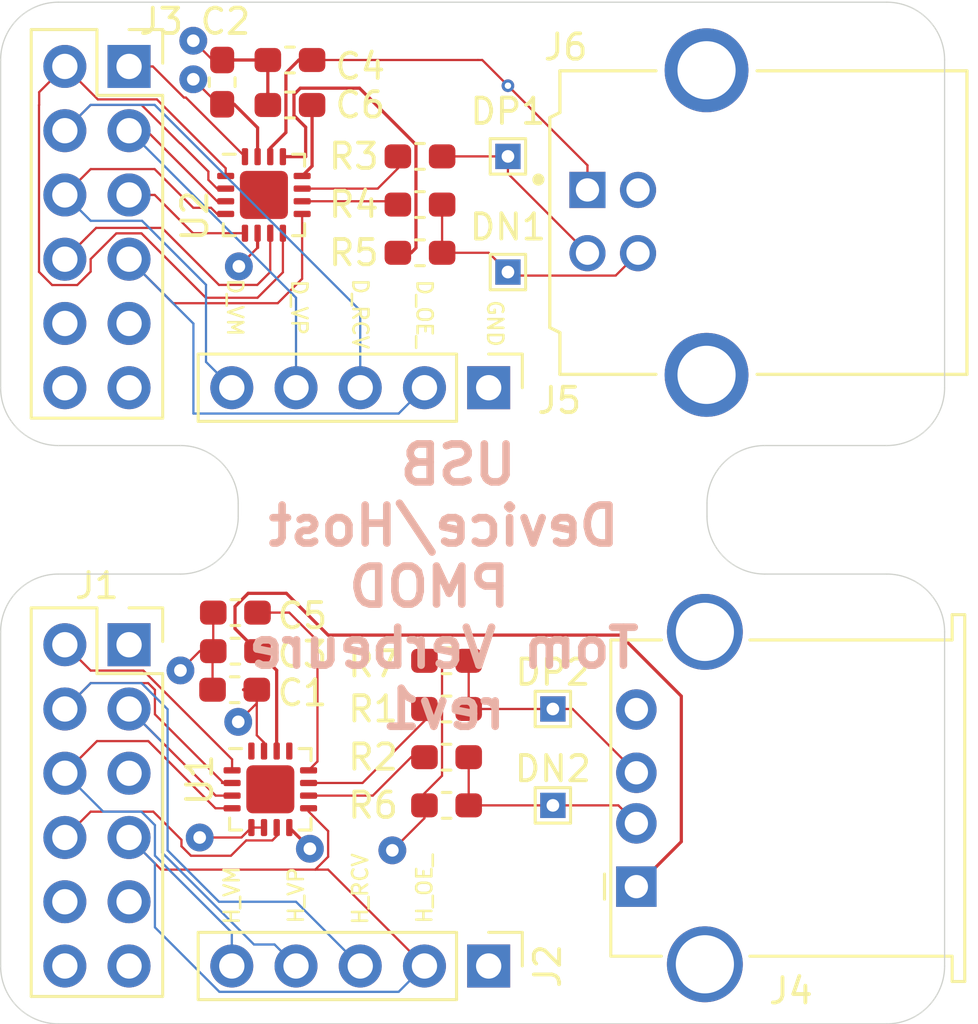
<source format=kicad_pcb>
(kicad_pcb (version 20171130) (host pcbnew 5.1.6-c6e7f7d~86~ubuntu18.04.1)

  (general
    (thickness 1.6)
    (drawings 34)
    (tracks 291)
    (zones 0)
    (modules 25)
    (nets 30)
  )

  (page A4)
  (layers
    (0 F.Cu signal)
    (1 In1.Cu power)
    (2 In2.Cu power)
    (31 B.Cu signal)
    (32 B.Adhes user)
    (33 F.Adhes user)
    (34 B.Paste user)
    (35 F.Paste user)
    (36 B.SilkS user)
    (37 F.SilkS user)
    (38 B.Mask user)
    (39 F.Mask user)
    (40 Dwgs.User user)
    (41 Cmts.User user)
    (42 Eco1.User user)
    (43 Eco2.User user)
    (44 Edge.Cuts user)
    (45 Margin user)
    (46 B.CrtYd user)
    (47 F.CrtYd user)
    (48 B.Fab user hide)
    (49 F.Fab user hide)
  )

  (setup
    (last_trace_width 0.127)
    (user_trace_width 0.0889)
    (user_trace_width 0.127)
    (trace_clearance 0.127)
    (zone_clearance 0.508)
    (zone_45_only no)
    (trace_min 0.0889)
    (via_size 0.5)
    (via_drill 0.254)
    (via_min_size 0.2)
    (via_min_drill 0.254)
    (uvia_size 0.6858)
    (uvia_drill 0.3302)
    (uvias_allowed no)
    (uvia_min_size 0.2)
    (uvia_min_drill 0.1)
    (edge_width 0.05)
    (segment_width 0.2)
    (pcb_text_width 0.3)
    (pcb_text_size 1.5 1.5)
    (mod_edge_width 0.12)
    (mod_text_size 1 1)
    (mod_text_width 0.15)
    (pad_size 1.524 1.524)
    (pad_drill 0.762)
    (pad_to_mask_clearance 0.051)
    (solder_mask_min_width 0.25)
    (aux_axis_origin 0 0)
    (visible_elements FFFFFF7F)
    (pcbplotparams
      (layerselection 0x010fc_ffffffff)
      (usegerberextensions false)
      (usegerberattributes false)
      (usegerberadvancedattributes false)
      (creategerberjobfile false)
      (excludeedgelayer true)
      (linewidth 0.100000)
      (plotframeref false)
      (viasonmask false)
      (mode 1)
      (useauxorigin false)
      (hpglpennumber 1)
      (hpglpenspeed 20)
      (hpglpendiameter 15.000000)
      (psnegative false)
      (psa4output false)
      (plotreference true)
      (plotvalue true)
      (plotinvisibletext false)
      (padsonsilk false)
      (subtractmaskfromsilk false)
      (outputformat 1)
      (mirror false)
      (drillshape 0)
      (scaleselection 1)
      (outputdirectory "gerbers/usb_host_dev_pmod"))
  )

  (net 0 "")
  (net 1 +3V3)
  (net 2 /H_OE_)
  (net 3 /H_SPD)
  (net 4 /H_SUS)
  (net 5 GND)
  (net 6 /H_VM)
  (net 7 /H_VP)
  (net 8 /H_RCV)
  (net 9 /D_OE_)
  (net 10 /D_SUS)
  (net 11 /D_VM)
  (net 12 /D_VP)
  (net 13 /D_RCV)
  (net 14 /D_SPD)
  (net 15 /H_VTRM)
  (net 16 /H_DPR)
  (net 17 /H_DNR)
  (net 18 /D_VTRM)
  (net 19 /D_DPR)
  (net 20 /D_DNR)
  (net 21 /D_VBUS)
  (net 22 /H_VBUS)
  (net 23 /D_CON)
  (net 24 /D_VBUS_DET)
  (net 25 /D_DN)
  (net 26 /D_DP)
  (net 27 /H_DP)
  (net 28 /H_DN)
  (net 29 /D_VPU)

  (net_class Default "This is the default net class."
    (clearance 0.127)
    (trace_width 0.127)
    (via_dia 0.5)
    (via_drill 0.254)
    (uvia_dia 0.6858)
    (uvia_drill 0.3302)
    (add_net /D_CON)
    (add_net /D_DN)
    (add_net /D_DNR)
    (add_net /D_DP)
    (add_net /D_DPR)
    (add_net /D_OE_)
    (add_net /D_RCV)
    (add_net /D_SPD)
    (add_net /D_SUS)
    (add_net /D_VBUS)
    (add_net /D_VBUS_DET)
    (add_net /D_VM)
    (add_net /D_VP)
    (add_net /D_VPU)
    (add_net /D_VTRM)
    (add_net /H_DN)
    (add_net /H_DNR)
    (add_net /H_DP)
    (add_net /H_DPR)
    (add_net /H_OE_)
    (add_net /H_RCV)
    (add_net /H_SPD)
    (add_net /H_SUS)
    (add_net /H_VBUS)
    (add_net /H_VM)
    (add_net /H_VP)
    (add_net /I2C_SCL)
    (add_net /I2C_SDA)
    (add_net "Net-(U1-Pad13)")
    (add_net "Net-(U1-Pad16)")
  )

  (net_class Power ""
    (clearance 0.127)
    (trace_width 0.254)
    (via_dia 1.1)
    (via_drill 0.5)
    (uvia_dia 0.6858)
    (uvia_drill 0.3302)
    (add_net +3V3)
    (add_net /H_VTRM)
    (add_net GND)
  )

  (module TestPoint:TestPoint_THTPad_1.0x1.0mm_Drill0.5mm (layer F.Cu) (tedit 5A0F774F) (tstamp 609B10C8)
    (at 103.124 96.52)
    (descr "THT rectangular pad as test Point, square 1.0mm side length, hole diameter 0.5mm")
    (tags "test point THT pad rectangle square")
    (path /60DFCAC7)
    (attr virtual)
    (fp_text reference DP2 (at 0 -1.448) (layer F.SilkS)
      (effects (font (size 1 1) (thickness 0.15)))
    )
    (fp_text value TestPoint (at 0 1.55) (layer F.Fab)
      (effects (font (size 1 1) (thickness 0.15)))
    )
    (fp_line (start 1 1) (end -1 1) (layer F.CrtYd) (width 0.05))
    (fp_line (start 1 1) (end 1 -1) (layer F.CrtYd) (width 0.05))
    (fp_line (start -1 -1) (end -1 1) (layer F.CrtYd) (width 0.05))
    (fp_line (start -1 -1) (end 1 -1) (layer F.CrtYd) (width 0.05))
    (fp_line (start -0.7 0.7) (end -0.7 -0.7) (layer F.SilkS) (width 0.12))
    (fp_line (start 0.7 0.7) (end -0.7 0.7) (layer F.SilkS) (width 0.12))
    (fp_line (start 0.7 -0.7) (end 0.7 0.7) (layer F.SilkS) (width 0.12))
    (fp_line (start -0.7 -0.7) (end 0.7 -0.7) (layer F.SilkS) (width 0.12))
    (fp_text user %R (at 0 -1.45) (layer F.Fab)
      (effects (font (size 1 1) (thickness 0.15)))
    )
    (pad 1 thru_hole rect (at 0 0) (size 1 1) (drill 0.5) (layers *.Cu *.Mask)
      (net 27 /H_DP))
  )

  (module TestPoint:TestPoint_THTPad_1.0x1.0mm_Drill0.5mm (layer F.Cu) (tedit 5A0F774F) (tstamp 609B10A0)
    (at 103.124 100.33)
    (descr "THT rectangular pad as test Point, square 1.0mm side length, hole diameter 0.5mm")
    (tags "test point THT pad rectangle square")
    (path /60E02478)
    (attr virtual)
    (fp_text reference DN2 (at 0 -1.448) (layer F.SilkS)
      (effects (font (size 1 1) (thickness 0.15)))
    )
    (fp_text value TestPoint (at 0 1.55) (layer F.Fab)
      (effects (font (size 1 1) (thickness 0.15)))
    )
    (fp_line (start 1 1) (end -1 1) (layer F.CrtYd) (width 0.05))
    (fp_line (start 1 1) (end 1 -1) (layer F.CrtYd) (width 0.05))
    (fp_line (start -1 -1) (end -1 1) (layer F.CrtYd) (width 0.05))
    (fp_line (start -1 -1) (end 1 -1) (layer F.CrtYd) (width 0.05))
    (fp_line (start -0.7 0.7) (end -0.7 -0.7) (layer F.SilkS) (width 0.12))
    (fp_line (start 0.7 0.7) (end -0.7 0.7) (layer F.SilkS) (width 0.12))
    (fp_line (start 0.7 -0.7) (end 0.7 0.7) (layer F.SilkS) (width 0.12))
    (fp_line (start -0.7 -0.7) (end 0.7 -0.7) (layer F.SilkS) (width 0.12))
    (fp_text user %R (at 0 -1.45) (layer F.Fab)
      (effects (font (size 1 1) (thickness 0.15)))
    )
    (pad 1 thru_hole rect (at 0 0) (size 1 1) (drill 0.5) (layers *.Cu *.Mask)
      (net 28 /H_DN))
  )

  (module TestPoint:TestPoint_THTPad_1.0x1.0mm_Drill0.5mm (layer F.Cu) (tedit 5A0F774F) (tstamp 609AECCE)
    (at 101.346 79.248)
    (descr "THT rectangular pad as test Point, square 1.0mm side length, hole diameter 0.5mm")
    (tags "test point THT pad rectangle square")
    (path /60DF4491)
    (attr virtual)
    (fp_text reference DN1 (at 0 -1.778) (layer F.SilkS)
      (effects (font (size 1 1) (thickness 0.15)))
    )
    (fp_text value TestPoint (at 0 1.55) (layer F.Fab)
      (effects (font (size 1 1) (thickness 0.15)))
    )
    (fp_line (start 1 1) (end -1 1) (layer F.CrtYd) (width 0.05))
    (fp_line (start 1 1) (end 1 -1) (layer F.CrtYd) (width 0.05))
    (fp_line (start -1 -1) (end -1 1) (layer F.CrtYd) (width 0.05))
    (fp_line (start -1 -1) (end 1 -1) (layer F.CrtYd) (width 0.05))
    (fp_line (start -0.7 0.7) (end -0.7 -0.7) (layer F.SilkS) (width 0.12))
    (fp_line (start 0.7 0.7) (end -0.7 0.7) (layer F.SilkS) (width 0.12))
    (fp_line (start 0.7 -0.7) (end 0.7 0.7) (layer F.SilkS) (width 0.12))
    (fp_line (start -0.7 -0.7) (end 0.7 -0.7) (layer F.SilkS) (width 0.12))
    (fp_text user %R (at 0 -1.45) (layer F.Fab)
      (effects (font (size 1 1) (thickness 0.15)))
    )
    (pad 1 thru_hole rect (at 0 0) (size 1 1) (drill 0.5) (layers *.Cu *.Mask)
      (net 25 /D_DN))
  )

  (module TestPoint:TestPoint_THTPad_1.0x1.0mm_Drill0.5mm (layer F.Cu) (tedit 5A0F774F) (tstamp 609AECC0)
    (at 101.346 74.676)
    (descr "THT rectangular pad as test Point, square 1.0mm side length, hole diameter 0.5mm")
    (tags "test point THT pad rectangle square")
    (path /60DF3239)
    (attr virtual)
    (fp_text reference DP1 (at 0 -1.778) (layer F.SilkS)
      (effects (font (size 1 1) (thickness 0.15)))
    )
    (fp_text value TestPoint (at 0 1.55) (layer F.Fab)
      (effects (font (size 1 1) (thickness 0.15)))
    )
    (fp_line (start 1 1) (end -1 1) (layer F.CrtYd) (width 0.05))
    (fp_line (start 1 1) (end 1 -1) (layer F.CrtYd) (width 0.05))
    (fp_line (start -1 -1) (end -1 1) (layer F.CrtYd) (width 0.05))
    (fp_line (start -1 -1) (end 1 -1) (layer F.CrtYd) (width 0.05))
    (fp_line (start -0.7 0.7) (end -0.7 -0.7) (layer F.SilkS) (width 0.12))
    (fp_line (start 0.7 0.7) (end -0.7 0.7) (layer F.SilkS) (width 0.12))
    (fp_line (start 0.7 -0.7) (end 0.7 0.7) (layer F.SilkS) (width 0.12))
    (fp_line (start -0.7 -0.7) (end 0.7 -0.7) (layer F.SilkS) (width 0.12))
    (fp_text user %R (at 0 -1.45) (layer F.Fab)
      (effects (font (size 1 1) (thickness 0.15)))
    )
    (pad 1 thru_hole rect (at 0 0) (size 1 1) (drill 0.5) (layers *.Cu *.Mask)
      (net 26 /D_DP))
  )

  (module SnapEDA:ASSMANN_AU-Y1007 (layer F.Cu) (tedit 5E83EB1A) (tstamp 5E9B3E12)
    (at 111.252 77.292 90)
    (path /603C6858)
    (fp_text reference J6 (at 6.934 -7.62) (layer F.SilkS)
      (effects (font (size 1 1) (thickness 0.15)))
    )
    (fp_text value AU-Y1007 (at 3.37 9.915 90) (layer F.Fab)
      (effects (font (size 1 1) (thickness 0.015)))
    )
    (fp_circle (center 1.7 -8.7) (end 1.82 -8.7) (layer F.SilkS) (width 0.24))
    (fp_line (start -6 -4.05) (end -6 -7.85) (layer F.SilkS) (width 0.127))
    (fp_line (start -6 8.25) (end -6 -0.05) (layer F.SilkS) (width 0.127))
    (fp_line (start 6 8.25) (end -6 8.25) (layer F.SilkS) (width 0.127))
    (fp_line (start 6 -0.05) (end 6 8.25) (layer F.SilkS) (width 0.127))
    (fp_line (start 6 -7.85) (end 6 -4.05) (layer F.SilkS) (width 0.127))
    (fp_line (start 4.35 -7.85) (end 6 -7.85) (layer F.SilkS) (width 0.127))
    (fp_line (start 4.15 -8.25) (end 4.35 -7.85) (layer F.SilkS) (width 0.127))
    (fp_line (start -4.15 -8.25) (end 4.15 -8.25) (layer F.SilkS) (width 0.127))
    (fp_line (start -4.35 -7.85) (end -4.15 -8.25) (layer F.SilkS) (width 0.127))
    (fp_line (start -6 -7.85) (end -4.35 -7.85) (layer F.SilkS) (width 0.127))
    (fp_line (start -6.25 -3.96) (end -6.25 -8.5) (layer F.CrtYd) (width 0.05))
    (fp_line (start -7.93 -3.96) (end -6.25 -3.96) (layer F.CrtYd) (width 0.05))
    (fp_line (start -7.93 -0.14) (end -7.93 -3.96) (layer F.CrtYd) (width 0.05))
    (fp_line (start -6.25 -0.14) (end -7.93 -0.14) (layer F.CrtYd) (width 0.05))
    (fp_line (start -6.25 8.5) (end -6.25 -0.14) (layer F.CrtYd) (width 0.05))
    (fp_line (start 6.25 8.5) (end -6.25 8.5) (layer F.CrtYd) (width 0.05))
    (fp_line (start 6.25 -0.14) (end 6.25 8.5) (layer F.CrtYd) (width 0.05))
    (fp_line (start 7.93 -0.14) (end 6.25 -0.14) (layer F.CrtYd) (width 0.05))
    (fp_line (start 7.93 -3.96) (end 7.93 -0.14) (layer F.CrtYd) (width 0.05))
    (fp_line (start 6.25 -3.96) (end 7.93 -3.96) (layer F.CrtYd) (width 0.05))
    (fp_line (start 6.25 -8.5) (end 6.25 -3.96) (layer F.CrtYd) (width 0.05))
    (fp_line (start -6.25 -8.5) (end 6.25 -8.5) (layer F.CrtYd) (width 0.05))
    (fp_line (start 4.15 -8.25) (end 4.35 -7.86) (layer F.Fab) (width 0.127))
    (fp_line (start -4.15 -8.25) (end 4.15 -8.25) (layer F.Fab) (width 0.127))
    (fp_line (start -4.35 -7.86) (end -4.15 -8.25) (layer F.Fab) (width 0.127))
    (fp_line (start 6 -7.85) (end -6 -7.85) (layer F.Fab) (width 0.127))
    (fp_line (start 6 8.25) (end 6 -7.85) (layer F.Fab) (width 0.127))
    (fp_line (start -6 8.25) (end 6 8.25) (layer F.Fab) (width 0.127))
    (fp_line (start -6 -7.85) (end -6 8.25) (layer F.Fab) (width 0.127))
    (pad S2 thru_hole circle (at 6.02 -2.05 90) (size 3.316 3.316) (drill 2.3) (layers *.Cu *.Mask)
      (net 5 GND))
    (pad S1 thru_hole circle (at -6.02 -2.05 90) (size 3.316 3.316) (drill 2.3) (layers *.Cu *.Mask)
      (net 5 GND))
    (pad 4 thru_hole circle (at 1.29 -4.76 90) (size 1.428 1.428) (drill 0.92) (layers *.Cu *.Mask)
      (net 5 GND))
    (pad 3 thru_hole circle (at -1.21 -4.76 90) (size 1.428 1.428) (drill 0.92) (layers *.Cu *.Mask)
      (net 25 /D_DN))
    (pad 2 thru_hole circle (at -1.21 -6.76 90) (size 1.428 1.428) (drill 0.92) (layers *.Cu *.Mask)
      (net 26 /D_DP))
    (pad 1 thru_hole rect (at 1.29 -6.76 90) (size 1.428 1.428) (drill 0.92) (layers *.Cu *.Mask)
      (net 21 /D_VBUS))
  )

  (module Connector_USB:USB_A_Stewart_SS-52100-001_Horizontal (layer F.Cu) (tedit 5CB49A87) (tstamp 5E9C939D)
    (at 106.426 103.542 90)
    (descr "USB A connector https://belfuse.com/resources/drawings/stewartconnector/dr-stw-ss-52100-001.pdf")
    (tags "USB_A Female Connector receptacle")
    (path /5EDD9500)
    (fp_text reference J4 (at -4.1241 6.1136) (layer F.SilkS)
      (effects (font (size 1 1) (thickness 0.15)))
    )
    (fp_text value USB_A (at 3.5 14.49 90) (layer F.Fab)
      (effects (font (size 1 1) (thickness 0.15)))
    )
    (fp_line (start -5.15 1.99) (end -4.25 0.69) (layer F.CrtYd) (width 0.05))
    (fp_line (start -5.15 3.44) (end -5.15 1.99) (layer F.CrtYd) (width 0.05))
    (fp_line (start -3.25 4.74) (end -4.25 4.74) (layer F.CrtYd) (width 0.05))
    (fp_line (start -5.15 3.44) (end -4.25 4.74) (layer F.CrtYd) (width 0.05))
    (fp_line (start -3.25 0.69) (end -4.25 0.69) (layer F.CrtYd) (width 0.05))
    (fp_line (start 12.15 3.44) (end 11.25 4.74) (layer F.CrtYd) (width 0.05))
    (fp_line (start -3.25 0.69) (end -3.25 -1.51) (layer F.CrtYd) (width 0.05))
    (fp_line (start 10.25 -1.51) (end -3.25 -1.51) (layer F.CrtYd) (width 0.05))
    (fp_line (start 10.25 0.69) (end 10.25 -1.51) (layer F.CrtYd) (width 0.05))
    (fp_line (start 12.15 1.99) (end 12.15 3.44) (layer F.CrtYd) (width 0.05))
    (fp_line (start 10.25 0.69) (end 11.25 0.69) (layer F.CrtYd) (width 0.05))
    (fp_line (start 12.15 1.99) (end 11.25 0.69) (layer F.CrtYd) (width 0.05))
    (fp_line (start 10.75 12.49) (end 10.75 12.99) (layer F.Fab) (width 0.1))
    (fp_line (start 9.75 12.49) (end 10.75 12.49) (layer F.Fab) (width 0.1))
    (fp_line (start -3.75 12.49) (end -2.75 12.49) (layer F.Fab) (width 0.1))
    (fp_line (start -3.75 12.99) (end -3.75 12.49) (layer F.Fab) (width 0.1))
    (fp_line (start -3.75 12.99) (end 10.75 12.99) (layer F.Fab) (width 0.1))
    (fp_line (start -2.75 12.49) (end -2.75 -1.01) (layer F.Fab) (width 0.1))
    (fp_line (start -2.75 -1.01) (end 9.75 -1.01) (layer F.Fab) (width 0.1))
    (fp_line (start 9.75 12.49) (end 9.75 -1.01) (layer F.Fab) (width 0.1))
    (fp_line (start -3.75 12.99) (end 10.75 12.99) (layer F.SilkS) (width 0.12))
    (fp_line (start 10.75 12.99) (end 10.75 12.49) (layer F.SilkS) (width 0.12))
    (fp_line (start 10.75 12.49) (end 9.75 12.49) (layer F.SilkS) (width 0.12))
    (fp_line (start 9.75 12.49) (end 9.75 4.49) (layer F.SilkS) (width 0.12))
    (fp_line (start 9.75 0.99) (end 9.75 -1.01) (layer F.SilkS) (width 0.12))
    (fp_line (start 9.75 -1.01) (end -2.75 -1.01) (layer F.SilkS) (width 0.12))
    (fp_line (start -2.75 -1.01) (end -2.75 0.99) (layer F.SilkS) (width 0.12))
    (fp_line (start -2.75 4.49) (end -2.75 12.49) (layer F.SilkS) (width 0.12))
    (fp_line (start -2.75 12.49) (end -3.75 12.49) (layer F.SilkS) (width 0.12))
    (fp_line (start -3.75 12.49) (end -3.75 12.99) (layer F.SilkS) (width 0.12))
    (fp_line (start -0.5 -1.26) (end 0.5 -1.26) (layer F.SilkS) (width 0.12))
    (fp_line (start -0.25 -1.01) (end 0 -0.76) (layer F.Fab) (width 0.1))
    (fp_line (start 0 -0.76) (end 0.25 -1.01) (layer F.Fab) (width 0.1))
    (fp_line (start -3.25 4.74) (end -3.25 11.99) (layer F.CrtYd) (width 0.05))
    (fp_line (start -3.25 11.99) (end -4.25 11.99) (layer F.CrtYd) (width 0.05))
    (fp_line (start -4.25 11.99) (end -4.25 13.49) (layer F.CrtYd) (width 0.05))
    (fp_line (start -4.25 13.49) (end 11.25 13.49) (layer F.CrtYd) (width 0.05))
    (fp_line (start 11.25 13.49) (end 11.25 11.99) (layer F.CrtYd) (width 0.05))
    (fp_line (start 11.25 11.99) (end 10.25 11.99) (layer F.CrtYd) (width 0.05))
    (fp_line (start 10.25 11.99) (end 10.25 4.74) (layer F.CrtYd) (width 0.05))
    (fp_line (start 10.25 4.74) (end 11.25 4.74) (layer F.CrtYd) (width 0.05))
    (fp_text user %R (at 3.5 5.99 90) (layer F.Fab)
      (effects (font (size 1 1) (thickness 0.15)))
    )
    (pad 4 thru_hole circle (at 7 0 90) (size 1.6 1.6) (drill 0.92) (layers *.Cu *.Mask)
      (net 5 GND))
    (pad 3 thru_hole circle (at 4.5 0 90) (size 1.6 1.6) (drill 0.92) (layers *.Cu *.Mask)
      (net 27 /H_DP))
    (pad 2 thru_hole circle (at 2.5 0 90) (size 1.6 1.6) (drill 0.92) (layers *.Cu *.Mask)
      (net 28 /H_DN))
    (pad 1 thru_hole rect (at 0 0 90) (size 1.6 1.6) (drill 0.92) (layers *.Cu *.Mask)
      (net 22 /H_VBUS))
    (pad 5 thru_hole circle (at -3.07 2.71 90) (size 3 3) (drill 2.3) (layers *.Cu *.Mask)
      (net 5 GND))
    (pad 5 thru_hole circle (at 10.07 2.71 90) (size 3 3) (drill 2.3) (layers *.Cu *.Mask)
      (net 5 GND))
    (model ${KISYS3DMOD}/Connector_USB.3dshapes/USB_A_Stewart_SS-52100-001_Horizontal.wrl
      (at (xyz 0 0 0))
      (scale (xyz 1 1 1))
      (rotate (xyz 0 0 0))
    )
  )

  (module Capacitor_SMD:C_0603_1608Metric_Pad1.05x0.95mm_HandSolder (layer F.Cu) (tedit 5B301BBE) (tstamp 609AADF6)
    (at 90.537 95.758)
    (descr "Capacitor SMD 0603 (1608 Metric), square (rectangular) end terminal, IPC_7351 nominal with elongated pad for handsoldering. (Body size source: http://www.tortai-tech.com/upload/download/2011102023233369053.pdf), generated with kicad-footprint-generator")
    (tags "capacitor handsolder")
    (path /600D0232)
    (attr smd)
    (fp_text reference C1 (at 2.681 0.127) (layer F.SilkS)
      (effects (font (size 1 1) (thickness 0.15)))
    )
    (fp_text value 0.1uF (at 0 1.43) (layer F.Fab)
      (effects (font (size 1 1) (thickness 0.15)))
    )
    (fp_line (start 1.65 0.73) (end -1.65 0.73) (layer F.CrtYd) (width 0.05))
    (fp_line (start 1.65 -0.73) (end 1.65 0.73) (layer F.CrtYd) (width 0.05))
    (fp_line (start -1.65 -0.73) (end 1.65 -0.73) (layer F.CrtYd) (width 0.05))
    (fp_line (start -1.65 0.73) (end -1.65 -0.73) (layer F.CrtYd) (width 0.05))
    (fp_line (start -0.171267 0.51) (end 0.171267 0.51) (layer F.SilkS) (width 0.12))
    (fp_line (start -0.171267 -0.51) (end 0.171267 -0.51) (layer F.SilkS) (width 0.12))
    (fp_line (start 0.8 0.4) (end -0.8 0.4) (layer F.Fab) (width 0.1))
    (fp_line (start 0.8 -0.4) (end 0.8 0.4) (layer F.Fab) (width 0.1))
    (fp_line (start -0.8 -0.4) (end 0.8 -0.4) (layer F.Fab) (width 0.1))
    (fp_line (start -0.8 0.4) (end -0.8 -0.4) (layer F.Fab) (width 0.1))
    (fp_text user %R (at 0 0) (layer F.Fab)
      (effects (font (size 0.4 0.4) (thickness 0.06)))
    )
    (pad 2 smd roundrect (at 0.875 0) (size 1.05 0.95) (layers F.Cu F.Paste F.Mask) (roundrect_rratio 0.25)
      (net 1 +3V3))
    (pad 1 smd roundrect (at -0.875 0) (size 1.05 0.95) (layers F.Cu F.Paste F.Mask) (roundrect_rratio 0.25)
      (net 5 GND))
    (model ${KISYS3DMOD}/Capacitor_SMD.3dshapes/C_0603_1608Metric.wrl
      (at (xyz 0 0 0))
      (scale (xyz 1 1 1))
      (rotate (xyz 0 0 0))
    )
  )

  (module Capacitor_SMD:C_0603_1608Metric_Pad1.05x0.95mm_HandSolder (layer F.Cu) (tedit 5B301BBE) (tstamp 609A7DDF)
    (at 90.043 71.741 270)
    (descr "Capacitor SMD 0603 (1608 Metric), square (rectangular) end terminal, IPC_7351 nominal with elongated pad for handsoldering. (Body size source: http://www.tortai-tech.com/upload/download/2011102023233369053.pdf), generated with kicad-footprint-generator")
    (tags "capacitor handsolder")
    (path /60029D04)
    (attr smd)
    (fp_text reference C2 (at -2.399 -0.127 180) (layer F.SilkS)
      (effects (font (size 1 1) (thickness 0.15)))
    )
    (fp_text value 0.1uF (at 0 1.43 90) (layer F.Fab)
      (effects (font (size 1 1) (thickness 0.15)))
    )
    (fp_line (start 1.65 0.73) (end -1.65 0.73) (layer F.CrtYd) (width 0.05))
    (fp_line (start 1.65 -0.73) (end 1.65 0.73) (layer F.CrtYd) (width 0.05))
    (fp_line (start -1.65 -0.73) (end 1.65 -0.73) (layer F.CrtYd) (width 0.05))
    (fp_line (start -1.65 0.73) (end -1.65 -0.73) (layer F.CrtYd) (width 0.05))
    (fp_line (start -0.171267 0.51) (end 0.171267 0.51) (layer F.SilkS) (width 0.12))
    (fp_line (start -0.171267 -0.51) (end 0.171267 -0.51) (layer F.SilkS) (width 0.12))
    (fp_line (start 0.8 0.4) (end -0.8 0.4) (layer F.Fab) (width 0.1))
    (fp_line (start 0.8 -0.4) (end 0.8 0.4) (layer F.Fab) (width 0.1))
    (fp_line (start -0.8 -0.4) (end 0.8 -0.4) (layer F.Fab) (width 0.1))
    (fp_line (start -0.8 0.4) (end -0.8 -0.4) (layer F.Fab) (width 0.1))
    (fp_text user %R (at 0 0 90) (layer F.Fab)
      (effects (font (size 0.4 0.4) (thickness 0.06)))
    )
    (pad 2 smd roundrect (at 0.875 0 270) (size 1.05 0.95) (layers F.Cu F.Paste F.Mask) (roundrect_rratio 0.25)
      (net 1 +3V3))
    (pad 1 smd roundrect (at -0.875 0 270) (size 1.05 0.95) (layers F.Cu F.Paste F.Mask) (roundrect_rratio 0.25)
      (net 5 GND))
    (model ${KISYS3DMOD}/Capacitor_SMD.3dshapes/C_0603_1608Metric.wrl
      (at (xyz 0 0 0))
      (scale (xyz 1 1 1))
      (rotate (xyz 0 0 0))
    )
  )

  (module Capacitor_SMD:C_0603_1608Metric_Pad1.05x0.95mm_HandSolder (layer F.Cu) (tedit 5B301BBE) (tstamp 609AAF61)
    (at 90.565 92.71 180)
    (descr "Capacitor SMD 0603 (1608 Metric), square (rectangular) end terminal, IPC_7351 nominal with elongated pad for handsoldering. (Body size source: http://www.tortai-tech.com/upload/download/2011102023233369053.pdf), generated with kicad-footprint-generator")
    (tags "capacitor handsolder")
    (path /5F1A784F)
    (attr smd)
    (fp_text reference C5 (at -2.653 -0.127) (layer F.SilkS)
      (effects (font (size 1 1) (thickness 0.15)))
    )
    (fp_text value 1uF (at 0 1.43) (layer F.Fab)
      (effects (font (size 1 1) (thickness 0.15)))
    )
    (fp_line (start 1.65 0.73) (end -1.65 0.73) (layer F.CrtYd) (width 0.05))
    (fp_line (start 1.65 -0.73) (end 1.65 0.73) (layer F.CrtYd) (width 0.05))
    (fp_line (start -1.65 -0.73) (end 1.65 -0.73) (layer F.CrtYd) (width 0.05))
    (fp_line (start -1.65 0.73) (end -1.65 -0.73) (layer F.CrtYd) (width 0.05))
    (fp_line (start -0.171267 0.51) (end 0.171267 0.51) (layer F.SilkS) (width 0.12))
    (fp_line (start -0.171267 -0.51) (end 0.171267 -0.51) (layer F.SilkS) (width 0.12))
    (fp_line (start 0.8 0.4) (end -0.8 0.4) (layer F.Fab) (width 0.1))
    (fp_line (start 0.8 -0.4) (end 0.8 0.4) (layer F.Fab) (width 0.1))
    (fp_line (start -0.8 -0.4) (end 0.8 -0.4) (layer F.Fab) (width 0.1))
    (fp_line (start -0.8 0.4) (end -0.8 -0.4) (layer F.Fab) (width 0.1))
    (fp_text user %R (at 0 0) (layer F.Fab)
      (effects (font (size 0.4 0.4) (thickness 0.06)))
    )
    (pad 2 smd roundrect (at 0.875 0 180) (size 1.05 0.95) (layers F.Cu F.Paste F.Mask) (roundrect_rratio 0.25)
      (net 5 GND))
    (pad 1 smd roundrect (at -0.875 0 180) (size 1.05 0.95) (layers F.Cu F.Paste F.Mask) (roundrect_rratio 0.25)
      (net 15 /H_VTRM))
    (model ${KISYS3DMOD}/Capacitor_SMD.3dshapes/C_0603_1608Metric.wrl
      (at (xyz 0 0 0))
      (scale (xyz 1 1 1))
      (rotate (xyz 0 0 0))
    )
  )

  (module Capacitor_SMD:C_0603_1608Metric_Pad1.05x0.95mm_HandSolder (layer F.Cu) (tedit 5B301BBE) (tstamp 609A7F17)
    (at 92.724 72.644 180)
    (descr "Capacitor SMD 0603 (1608 Metric), square (rectangular) end terminal, IPC_7351 nominal with elongated pad for handsoldering. (Body size source: http://www.tortai-tech.com/upload/download/2011102023233369053.pdf), generated with kicad-footprint-generator")
    (tags "capacitor handsolder")
    (path /5F194EC7)
    (attr smd)
    (fp_text reference C6 (at -2.78 0) (layer F.SilkS)
      (effects (font (size 1 1) (thickness 0.15)))
    )
    (fp_text value 1uF (at 0 1.43) (layer F.Fab)
      (effects (font (size 1 1) (thickness 0.15)))
    )
    (fp_line (start 1.65 0.73) (end -1.65 0.73) (layer F.CrtYd) (width 0.05))
    (fp_line (start 1.65 -0.73) (end 1.65 0.73) (layer F.CrtYd) (width 0.05))
    (fp_line (start -1.65 -0.73) (end 1.65 -0.73) (layer F.CrtYd) (width 0.05))
    (fp_line (start -1.65 0.73) (end -1.65 -0.73) (layer F.CrtYd) (width 0.05))
    (fp_line (start -0.171267 0.51) (end 0.171267 0.51) (layer F.SilkS) (width 0.12))
    (fp_line (start -0.171267 -0.51) (end 0.171267 -0.51) (layer F.SilkS) (width 0.12))
    (fp_line (start 0.8 0.4) (end -0.8 0.4) (layer F.Fab) (width 0.1))
    (fp_line (start 0.8 -0.4) (end 0.8 0.4) (layer F.Fab) (width 0.1))
    (fp_line (start -0.8 -0.4) (end 0.8 -0.4) (layer F.Fab) (width 0.1))
    (fp_line (start -0.8 0.4) (end -0.8 -0.4) (layer F.Fab) (width 0.1))
    (fp_text user %R (at 0 0) (layer F.Fab)
      (effects (font (size 0.4 0.4) (thickness 0.06)))
    )
    (pad 2 smd roundrect (at 0.875 0 180) (size 1.05 0.95) (layers F.Cu F.Paste F.Mask) (roundrect_rratio 0.25)
      (net 5 GND))
    (pad 1 smd roundrect (at -0.875 0 180) (size 1.05 0.95) (layers F.Cu F.Paste F.Mask) (roundrect_rratio 0.25)
      (net 18 /D_VTRM))
    (model ${KISYS3DMOD}/Capacitor_SMD.3dshapes/C_0603_1608Metric.wrl
      (at (xyz 0 0 0))
      (scale (xyz 1 1 1))
      (rotate (xyz 0 0 0))
    )
  )

  (module Capacitor_SMD:C_0603_1608Metric_Pad1.05x0.95mm_HandSolder (layer F.Cu) (tedit 5B301BBE) (tstamp 609AAE35)
    (at 90.565 94.234 180)
    (descr "Capacitor SMD 0603 (1608 Metric), square (rectangular) end terminal, IPC_7351 nominal with elongated pad for handsoldering. (Body size source: http://www.tortai-tech.com/upload/download/2011102023233369053.pdf), generated with kicad-footprint-generator")
    (tags "capacitor handsolder")
    (path /5F1705B1)
    (attr smd)
    (fp_text reference C3 (at -2.653 -0.127) (layer F.SilkS)
      (effects (font (size 1 1) (thickness 0.15)))
    )
    (fp_text value 4.7uF (at 0 1.43) (layer F.Fab)
      (effects (font (size 1 1) (thickness 0.15)))
    )
    (fp_line (start 1.65 0.73) (end -1.65 0.73) (layer F.CrtYd) (width 0.05))
    (fp_line (start 1.65 -0.73) (end 1.65 0.73) (layer F.CrtYd) (width 0.05))
    (fp_line (start -1.65 -0.73) (end 1.65 -0.73) (layer F.CrtYd) (width 0.05))
    (fp_line (start -1.65 0.73) (end -1.65 -0.73) (layer F.CrtYd) (width 0.05))
    (fp_line (start -0.171267 0.51) (end 0.171267 0.51) (layer F.SilkS) (width 0.12))
    (fp_line (start -0.171267 -0.51) (end 0.171267 -0.51) (layer F.SilkS) (width 0.12))
    (fp_line (start 0.8 0.4) (end -0.8 0.4) (layer F.Fab) (width 0.1))
    (fp_line (start 0.8 -0.4) (end 0.8 0.4) (layer F.Fab) (width 0.1))
    (fp_line (start -0.8 -0.4) (end 0.8 -0.4) (layer F.Fab) (width 0.1))
    (fp_line (start -0.8 0.4) (end -0.8 -0.4) (layer F.Fab) (width 0.1))
    (fp_text user %R (at 0 0) (layer F.Fab)
      (effects (font (size 0.4 0.4) (thickness 0.06)))
    )
    (pad 2 smd roundrect (at 0.875 0 180) (size 1.05 0.95) (layers F.Cu F.Paste F.Mask) (roundrect_rratio 0.25)
      (net 5 GND))
    (pad 1 smd roundrect (at -0.875 0 180) (size 1.05 0.95) (layers F.Cu F.Paste F.Mask) (roundrect_rratio 0.25)
      (net 22 /H_VBUS))
    (model ${KISYS3DMOD}/Capacitor_SMD.3dshapes/C_0603_1608Metric.wrl
      (at (xyz 0 0 0))
      (scale (xyz 1 1 1))
      (rotate (xyz 0 0 0))
    )
  )

  (module Capacitor_SMD:C_0603_1608Metric_Pad1.05x0.95mm_HandSolder (layer F.Cu) (tedit 5B301BBE) (tstamp 609A7F64)
    (at 92.724 70.866 180)
    (descr "Capacitor SMD 0603 (1608 Metric), square (rectangular) end terminal, IPC_7351 nominal with elongated pad for handsoldering. (Body size source: http://www.tortai-tech.com/upload/download/2011102023233369053.pdf), generated with kicad-footprint-generator")
    (tags "capacitor handsolder")
    (path /5F15C481)
    (attr smd)
    (fp_text reference C4 (at -2.78 -0.254) (layer F.SilkS)
      (effects (font (size 1 1) (thickness 0.15)))
    )
    (fp_text value 4.7uF (at 0 1.43) (layer F.Fab)
      (effects (font (size 1 1) (thickness 0.15)))
    )
    (fp_line (start 1.65 0.73) (end -1.65 0.73) (layer F.CrtYd) (width 0.05))
    (fp_line (start 1.65 -0.73) (end 1.65 0.73) (layer F.CrtYd) (width 0.05))
    (fp_line (start -1.65 -0.73) (end 1.65 -0.73) (layer F.CrtYd) (width 0.05))
    (fp_line (start -1.65 0.73) (end -1.65 -0.73) (layer F.CrtYd) (width 0.05))
    (fp_line (start -0.171267 0.51) (end 0.171267 0.51) (layer F.SilkS) (width 0.12))
    (fp_line (start -0.171267 -0.51) (end 0.171267 -0.51) (layer F.SilkS) (width 0.12))
    (fp_line (start 0.8 0.4) (end -0.8 0.4) (layer F.Fab) (width 0.1))
    (fp_line (start 0.8 -0.4) (end 0.8 0.4) (layer F.Fab) (width 0.1))
    (fp_line (start -0.8 -0.4) (end 0.8 -0.4) (layer F.Fab) (width 0.1))
    (fp_line (start -0.8 0.4) (end -0.8 -0.4) (layer F.Fab) (width 0.1))
    (fp_text user %R (at 0 0) (layer F.Fab)
      (effects (font (size 0.4 0.4) (thickness 0.06)))
    )
    (pad 2 smd roundrect (at 0.875 0 180) (size 1.05 0.95) (layers F.Cu F.Paste F.Mask) (roundrect_rratio 0.25)
      (net 5 GND))
    (pad 1 smd roundrect (at -0.875 0 180) (size 1.05 0.95) (layers F.Cu F.Paste F.Mask) (roundrect_rratio 0.25)
      (net 21 /D_VBUS))
    (model ${KISYS3DMOD}/Capacitor_SMD.3dshapes/C_0603_1608Metric.wrl
      (at (xyz 0 0 0))
      (scale (xyz 1 1 1))
      (rotate (xyz 0 0 0))
    )
  )

  (module Connector_PinHeader_2.54mm:PinHeader_1x05_P2.54mm_Vertical locked (layer F.Cu) (tedit 59FED5CC) (tstamp 609A8001)
    (at 100.584 83.82 270)
    (descr "Through hole straight pin header, 1x05, 2.54mm pitch, single row")
    (tags "Through hole pin header THT 1x05 2.54mm single row")
    (path /5E5CCA3E)
    (fp_text reference J5 (at 0.508 -2.794 180) (layer F.SilkS)
      (effects (font (size 1 1) (thickness 0.15)))
    )
    (fp_text value "DEV DEBUG" (at 0 12.49 90) (layer F.Fab)
      (effects (font (size 1 1) (thickness 0.15)))
    )
    (fp_line (start 1.8 -1.8) (end -1.8 -1.8) (layer F.CrtYd) (width 0.05))
    (fp_line (start 1.8 11.95) (end 1.8 -1.8) (layer F.CrtYd) (width 0.05))
    (fp_line (start -1.8 11.95) (end 1.8 11.95) (layer F.CrtYd) (width 0.05))
    (fp_line (start -1.8 -1.8) (end -1.8 11.95) (layer F.CrtYd) (width 0.05))
    (fp_line (start -1.33 -1.33) (end 0 -1.33) (layer F.SilkS) (width 0.12))
    (fp_line (start -1.33 0) (end -1.33 -1.33) (layer F.SilkS) (width 0.12))
    (fp_line (start -1.33 1.27) (end 1.33 1.27) (layer F.SilkS) (width 0.12))
    (fp_line (start 1.33 1.27) (end 1.33 11.49) (layer F.SilkS) (width 0.12))
    (fp_line (start -1.33 1.27) (end -1.33 11.49) (layer F.SilkS) (width 0.12))
    (fp_line (start -1.33 11.49) (end 1.33 11.49) (layer F.SilkS) (width 0.12))
    (fp_line (start -1.27 -0.635) (end -0.635 -1.27) (layer F.Fab) (width 0.1))
    (fp_line (start -1.27 11.43) (end -1.27 -0.635) (layer F.Fab) (width 0.1))
    (fp_line (start 1.27 11.43) (end -1.27 11.43) (layer F.Fab) (width 0.1))
    (fp_line (start 1.27 -1.27) (end 1.27 11.43) (layer F.Fab) (width 0.1))
    (fp_line (start -0.635 -1.27) (end 1.27 -1.27) (layer F.Fab) (width 0.1))
    (fp_text user %R (at 0 5.08) (layer F.Fab)
      (effects (font (size 1 1) (thickness 0.15)))
    )
    (pad 5 thru_hole oval (at 0 10.16 270) (size 1.7 1.7) (drill 1) (layers *.Cu *.Mask)
      (net 11 /D_VM))
    (pad 4 thru_hole oval (at 0 7.62 270) (size 1.7 1.7) (drill 1) (layers *.Cu *.Mask)
      (net 12 /D_VP))
    (pad 3 thru_hole oval (at 0 5.08 270) (size 1.7 1.7) (drill 1) (layers *.Cu *.Mask)
      (net 13 /D_RCV))
    (pad 2 thru_hole oval (at 0 2.54 270) (size 1.7 1.7) (drill 1) (layers *.Cu *.Mask)
      (net 9 /D_OE_))
    (pad 1 thru_hole rect (at 0 0 270) (size 1.7 1.7) (drill 1) (layers *.Cu *.Mask)
      (net 5 GND))
    (model ${KISYS3DMOD}/Connector_PinHeader_2.54mm.3dshapes/PinHeader_1x05_P2.54mm_Vertical.wrl
      (at (xyz 0 0 0))
      (scale (xyz 1 1 1))
      (rotate (xyz 0 0 0))
    )
  )

  (module Connector_PinHeader_2.54mm:PinHeader_1x05_P2.54mm_Vertical (layer F.Cu) (tedit 59FED5CC) (tstamp 5E52E768)
    (at 100.584 106.68 270)
    (descr "Through hole straight pin header, 1x05, 2.54mm pitch, single row")
    (tags "Through hole pin header THT 1x05 2.54mm single row")
    (path /5E5BBDD5)
    (fp_text reference J2 (at 0 -2.33 90) (layer F.SilkS)
      (effects (font (size 1 1) (thickness 0.15)))
    )
    (fp_text value "HOST DEBUG" (at 0 12.49 90) (layer F.Fab)
      (effects (font (size 1 1) (thickness 0.15)))
    )
    (fp_line (start 1.8 -1.8) (end -1.8 -1.8) (layer F.CrtYd) (width 0.05))
    (fp_line (start 1.8 11.95) (end 1.8 -1.8) (layer F.CrtYd) (width 0.05))
    (fp_line (start -1.8 11.95) (end 1.8 11.95) (layer F.CrtYd) (width 0.05))
    (fp_line (start -1.8 -1.8) (end -1.8 11.95) (layer F.CrtYd) (width 0.05))
    (fp_line (start -1.33 -1.33) (end 0 -1.33) (layer F.SilkS) (width 0.12))
    (fp_line (start -1.33 0) (end -1.33 -1.33) (layer F.SilkS) (width 0.12))
    (fp_line (start -1.33 1.27) (end 1.33 1.27) (layer F.SilkS) (width 0.12))
    (fp_line (start 1.33 1.27) (end 1.33 11.49) (layer F.SilkS) (width 0.12))
    (fp_line (start -1.33 1.27) (end -1.33 11.49) (layer F.SilkS) (width 0.12))
    (fp_line (start -1.33 11.49) (end 1.33 11.49) (layer F.SilkS) (width 0.12))
    (fp_line (start -1.27 -0.635) (end -0.635 -1.27) (layer F.Fab) (width 0.1))
    (fp_line (start -1.27 11.43) (end -1.27 -0.635) (layer F.Fab) (width 0.1))
    (fp_line (start 1.27 11.43) (end -1.27 11.43) (layer F.Fab) (width 0.1))
    (fp_line (start 1.27 -1.27) (end 1.27 11.43) (layer F.Fab) (width 0.1))
    (fp_line (start -0.635 -1.27) (end 1.27 -1.27) (layer F.Fab) (width 0.1))
    (fp_text user %R (at 0 5.08) (layer F.Fab)
      (effects (font (size 1 1) (thickness 0.15)))
    )
    (pad 5 thru_hole oval (at 0 10.16 270) (size 1.7 1.7) (drill 1) (layers *.Cu *.Mask)
      (net 6 /H_VM))
    (pad 4 thru_hole oval (at 0 7.62 270) (size 1.7 1.7) (drill 1) (layers *.Cu *.Mask)
      (net 7 /H_VP))
    (pad 3 thru_hole oval (at 0 5.08 270) (size 1.7 1.7) (drill 1) (layers *.Cu *.Mask)
      (net 8 /H_RCV))
    (pad 2 thru_hole oval (at 0 2.54 270) (size 1.7 1.7) (drill 1) (layers *.Cu *.Mask)
      (net 2 /H_OE_))
    (pad 1 thru_hole rect (at 0 0 270) (size 1.7 1.7) (drill 1) (layers *.Cu *.Mask)
      (net 5 GND))
    (model ${KISYS3DMOD}/Connector_PinHeader_2.54mm.3dshapes/PinHeader_1x05_P2.54mm_Vertical.wrl
      (at (xyz 0 0 0))
      (scale (xyz 1 1 1))
      (rotate (xyz 0 0 0))
    )
  )

  (module custom_parts:PMOD_Male locked (layer F.Cu) (tedit 5E519846) (tstamp 5E52495C)
    (at 86.36 93.98)
    (descr "Through hole straight pin header, 2x06, 2.54mm pitch, double rows")
    (tags "Through hole pin header THT 2x06 2.54mm double row")
    (path /5E572363)
    (fp_text reference J1 (at -1.27 -2.33) (layer F.SilkS)
      (effects (font (size 1 1) (thickness 0.15)))
    )
    (fp_text value "PMOD A" (at -1.27 15.03) (layer F.Fab)
      (effects (font (size 1 1) (thickness 0.15)))
    )
    (fp_line (start -4.35 -1.927) (end 1.8 -1.927) (layer F.CrtYd) (width 0.05))
    (fp_line (start -4.35 14.373) (end -4.35 -1.927) (layer F.CrtYd) (width 0.05))
    (fp_line (start 1.8 14.373) (end -4.35 14.373) (layer F.CrtYd) (width 0.05))
    (fp_line (start 1.8 -1.927) (end 1.8 14.373) (layer F.CrtYd) (width 0.05))
    (fp_line (start 1.33 -1.457) (end 0 -1.457) (layer F.SilkS) (width 0.12))
    (fp_line (start 1.33 -0.127) (end 1.33 -1.457) (layer F.SilkS) (width 0.12))
    (fp_line (start -1.27 -1.457) (end -3.87 -1.457) (layer F.SilkS) (width 0.12))
    (fp_line (start -1.27 1.143) (end -1.27 -1.457) (layer F.SilkS) (width 0.12))
    (fp_line (start 1.33 1.143) (end -1.27 1.143) (layer F.SilkS) (width 0.12))
    (fp_line (start -3.87 -1.457) (end -3.87 13.903) (layer F.SilkS) (width 0.12))
    (fp_line (start 1.33 1.143) (end 1.33 13.903) (layer F.SilkS) (width 0.12))
    (fp_line (start 1.33 13.903) (end -3.87 13.903) (layer F.SilkS) (width 0.12))
    (fp_line (start 1.27 -0.127) (end 0 -1.397) (layer F.Fab) (width 0.1))
    (fp_line (start 1.27 13.843) (end 1.27 -0.127) (layer F.Fab) (width 0.1))
    (fp_line (start -3.81 13.843) (end 1.27 13.843) (layer F.Fab) (width 0.1))
    (fp_line (start -3.81 -1.397) (end -3.81 13.843) (layer F.Fab) (width 0.1))
    (fp_line (start 0 -1.397) (end -3.81 -1.397) (layer F.Fab) (width 0.1))
    (fp_text user %R (at -1.27 6.35 90) (layer F.Fab)
      (effects (font (size 1 1) (thickness 0.15)))
    )
    (pad 12 thru_hole oval (at -2.54 12.7) (size 1.7 1.7) (drill 1) (layers *.Cu *.Mask)
      (net 1 +3V3))
    (pad 6 thru_hole oval (at 0 12.7) (size 1.7 1.7) (drill 1) (layers *.Cu *.Mask)
      (net 1 +3V3))
    (pad 11 thru_hole oval (at -2.54 10.16) (size 1.7 1.7) (drill 1) (layers *.Cu *.Mask)
      (net 5 GND))
    (pad 5 thru_hole oval (at 0 10.16) (size 1.7 1.7) (drill 1) (layers *.Cu *.Mask)
      (net 5 GND))
    (pad 10 thru_hole oval (at -2.54 7.62) (size 1.7 1.7) (drill 1) (layers *.Cu *.Mask)
      (net 4 /H_SUS))
    (pad 4 thru_hole oval (at 0 7.62) (size 1.7 1.7) (drill 1) (layers *.Cu *.Mask)
      (net 2 /H_OE_))
    (pad 9 thru_hole oval (at -2.54 5.08) (size 1.7 1.7) (drill 1) (layers *.Cu *.Mask)
      (net 6 /H_VM))
    (pad 3 thru_hole oval (at 0 5.08) (size 1.7 1.7) (drill 1) (layers *.Cu *.Mask))
    (pad 8 thru_hole oval (at -2.54 2.54) (size 1.7 1.7) (drill 1) (layers *.Cu *.Mask)
      (net 8 /H_RCV))
    (pad 2 thru_hole oval (at 0 2.54) (size 1.7 1.7) (drill 1) (layers *.Cu *.Mask)
      (net 7 /H_VP))
    (pad 7 thru_hole oval (at -2.54 0) (size 1.7 1.7) (drill 1) (layers *.Cu *.Mask)
      (net 3 /H_SPD))
    (pad 1 thru_hole rect (at 0 0) (size 1.7 1.7) (drill 1) (layers *.Cu *.Mask))
    (model ${KISYS3DMOD}/Connector_PinHeader_2.54mm.3dshapes/PinHeader_2x06_P2.54mm_Vertical.wrl
      (offset (xyz -2.54 0 0))
      (scale (xyz 1 1 1))
      (rotate (xyz 0 0 0))
    )
  )

  (module custom_parts:PMOD_Male locked (layer F.Cu) (tedit 5E519846) (tstamp 5E51F554)
    (at 86.36 71.12)
    (descr "Through hole straight pin header, 2x06, 2.54mm pitch, double rows")
    (tags "Through hole pin header THT 2x06 2.54mm double row")
    (path /5E521946)
    (fp_text reference J3 (at 1.27 -1.778) (layer F.SilkS)
      (effects (font (size 1 1) (thickness 0.15)))
    )
    (fp_text value "PMOD B" (at -1.27 15.03) (layer F.Fab)
      (effects (font (size 1 1) (thickness 0.15)))
    )
    (fp_line (start -4.35 -1.927) (end 1.8 -1.927) (layer F.CrtYd) (width 0.05))
    (fp_line (start -4.35 14.373) (end -4.35 -1.927) (layer F.CrtYd) (width 0.05))
    (fp_line (start 1.8 14.373) (end -4.35 14.373) (layer F.CrtYd) (width 0.05))
    (fp_line (start 1.8 -1.927) (end 1.8 14.373) (layer F.CrtYd) (width 0.05))
    (fp_line (start 1.33 -1.457) (end 0 -1.457) (layer F.SilkS) (width 0.12))
    (fp_line (start 1.33 -0.127) (end 1.33 -1.457) (layer F.SilkS) (width 0.12))
    (fp_line (start -1.27 -1.457) (end -3.87 -1.457) (layer F.SilkS) (width 0.12))
    (fp_line (start -1.27 1.143) (end -1.27 -1.457) (layer F.SilkS) (width 0.12))
    (fp_line (start 1.33 1.143) (end -1.27 1.143) (layer F.SilkS) (width 0.12))
    (fp_line (start -3.87 -1.457) (end -3.87 13.903) (layer F.SilkS) (width 0.12))
    (fp_line (start 1.33 1.143) (end 1.33 13.903) (layer F.SilkS) (width 0.12))
    (fp_line (start 1.33 13.903) (end -3.87 13.903) (layer F.SilkS) (width 0.12))
    (fp_line (start 1.27 -0.127) (end 0 -1.397) (layer F.Fab) (width 0.1))
    (fp_line (start 1.27 13.843) (end 1.27 -0.127) (layer F.Fab) (width 0.1))
    (fp_line (start -3.81 13.843) (end 1.27 13.843) (layer F.Fab) (width 0.1))
    (fp_line (start -3.81 -1.397) (end -3.81 13.843) (layer F.Fab) (width 0.1))
    (fp_line (start 0 -1.397) (end -3.81 -1.397) (layer F.Fab) (width 0.1))
    (fp_text user %R (at -1.27 6.35 90) (layer F.Fab)
      (effects (font (size 1 1) (thickness 0.15)))
    )
    (pad 12 thru_hole oval (at -2.54 12.7) (size 1.7 1.7) (drill 1) (layers *.Cu *.Mask)
      (net 1 +3V3))
    (pad 6 thru_hole oval (at 0 12.7) (size 1.7 1.7) (drill 1) (layers *.Cu *.Mask)
      (net 1 +3V3))
    (pad 11 thru_hole oval (at -2.54 10.16) (size 1.7 1.7) (drill 1) (layers *.Cu *.Mask)
      (net 5 GND))
    (pad 5 thru_hole oval (at 0 10.16) (size 1.7 1.7) (drill 1) (layers *.Cu *.Mask)
      (net 5 GND))
    (pad 10 thru_hole oval (at -2.54 7.62) (size 1.7 1.7) (drill 1) (layers *.Cu *.Mask)
      (net 10 /D_SUS))
    (pad 4 thru_hole oval (at 0 7.62) (size 1.7 1.7) (drill 1) (layers *.Cu *.Mask)
      (net 9 /D_OE_))
    (pad 9 thru_hole oval (at -2.54 5.08) (size 1.7 1.7) (drill 1) (layers *.Cu *.Mask)
      (net 11 /D_VM))
    (pad 3 thru_hole oval (at 0 5.08) (size 1.7 1.7) (drill 1) (layers *.Cu *.Mask)
      (net 23 /D_CON))
    (pad 8 thru_hole oval (at -2.54 2.54) (size 1.7 1.7) (drill 1) (layers *.Cu *.Mask)
      (net 13 /D_RCV))
    (pad 2 thru_hole oval (at 0 2.54) (size 1.7 1.7) (drill 1) (layers *.Cu *.Mask)
      (net 12 /D_VP))
    (pad 7 thru_hole oval (at -2.54 0) (size 1.7 1.7) (drill 1) (layers *.Cu *.Mask)
      (net 14 /D_SPD))
    (pad 1 thru_hole rect (at 0 0) (size 1.7 1.7) (drill 1) (layers *.Cu *.Mask)
      (net 24 /D_VBUS_DET))
    (model ${KISYS3DMOD}/Connector_PinHeader_2.54mm.3dshapes/PinHeader_2x06_P2.54mm_Vertical.wrl
      (offset (xyz -2.54 0 0))
      (scale (xyz 1 1 1))
      (rotate (xyz 0 0 0))
    )
  )

  (module Resistor_SMD:R_0603_1608Metric_Pad1.05x0.95mm_HandSolder (layer F.Cu) (tedit 5B301BBD) (tstamp 609AAEBF)
    (at 98.919 94.615 180)
    (descr "Resistor SMD 0603 (1608 Metric), square (rectangular) end terminal, IPC_7351 nominal with elongated pad for handsoldering. (Body size source: http://www.tortai-tech.com/upload/download/2011102023233369053.pdf), generated with kicad-footprint-generator")
    (tags "resistor handsolder")
    (path /5E5968DB)
    (attr smd)
    (fp_text reference R7 (at 2.907 -0.127) (layer F.SilkS)
      (effects (font (size 1 1) (thickness 0.15)))
    )
    (fp_text value 15K (at 0 1.43) (layer F.Fab)
      (effects (font (size 1 1) (thickness 0.15)))
    )
    (fp_line (start 1.65 0.73) (end -1.65 0.73) (layer F.CrtYd) (width 0.05))
    (fp_line (start 1.65 -0.73) (end 1.65 0.73) (layer F.CrtYd) (width 0.05))
    (fp_line (start -1.65 -0.73) (end 1.65 -0.73) (layer F.CrtYd) (width 0.05))
    (fp_line (start -1.65 0.73) (end -1.65 -0.73) (layer F.CrtYd) (width 0.05))
    (fp_line (start -0.171267 0.51) (end 0.171267 0.51) (layer F.SilkS) (width 0.12))
    (fp_line (start -0.171267 -0.51) (end 0.171267 -0.51) (layer F.SilkS) (width 0.12))
    (fp_line (start 0.8 0.4) (end -0.8 0.4) (layer F.Fab) (width 0.1))
    (fp_line (start 0.8 -0.4) (end 0.8 0.4) (layer F.Fab) (width 0.1))
    (fp_line (start -0.8 -0.4) (end 0.8 -0.4) (layer F.Fab) (width 0.1))
    (fp_line (start -0.8 0.4) (end -0.8 -0.4) (layer F.Fab) (width 0.1))
    (fp_text user %R (at 0 0) (layer F.Fab)
      (effects (font (size 0.4 0.4) (thickness 0.06)))
    )
    (pad 2 smd roundrect (at 0.875 0 180) (size 1.05 0.95) (layers F.Cu F.Paste F.Mask) (roundrect_rratio 0.25)
      (net 5 GND))
    (pad 1 smd roundrect (at -0.875 0 180) (size 1.05 0.95) (layers F.Cu F.Paste F.Mask) (roundrect_rratio 0.25)
      (net 27 /H_DP))
    (model ${KISYS3DMOD}/Resistor_SMD.3dshapes/R_0603_1608Metric.wrl
      (at (xyz 0 0 0))
      (scale (xyz 1 1 1))
      (rotate (xyz 0 0 0))
    )
  )

  (module Resistor_SMD:R_0603_1608Metric_Pad1.05x0.95mm_HandSolder (layer F.Cu) (tedit 5B301BBD) (tstamp 609AAE8F)
    (at 98.919 100.33 180)
    (descr "Resistor SMD 0603 (1608 Metric), square (rectangular) end terminal, IPC_7351 nominal with elongated pad for handsoldering. (Body size source: http://www.tortai-tech.com/upload/download/2011102023233369053.pdf), generated with kicad-footprint-generator")
    (tags "resistor handsolder")
    (path /5E592E07)
    (attr smd)
    (fp_text reference R6 (at 2.907 0) (layer F.SilkS)
      (effects (font (size 1 1) (thickness 0.15)))
    )
    (fp_text value 15K (at 0 1.43) (layer F.Fab)
      (effects (font (size 1 1) (thickness 0.15)))
    )
    (fp_line (start 1.65 0.73) (end -1.65 0.73) (layer F.CrtYd) (width 0.05))
    (fp_line (start 1.65 -0.73) (end 1.65 0.73) (layer F.CrtYd) (width 0.05))
    (fp_line (start -1.65 -0.73) (end 1.65 -0.73) (layer F.CrtYd) (width 0.05))
    (fp_line (start -1.65 0.73) (end -1.65 -0.73) (layer F.CrtYd) (width 0.05))
    (fp_line (start -0.171267 0.51) (end 0.171267 0.51) (layer F.SilkS) (width 0.12))
    (fp_line (start -0.171267 -0.51) (end 0.171267 -0.51) (layer F.SilkS) (width 0.12))
    (fp_line (start 0.8 0.4) (end -0.8 0.4) (layer F.Fab) (width 0.1))
    (fp_line (start 0.8 -0.4) (end 0.8 0.4) (layer F.Fab) (width 0.1))
    (fp_line (start -0.8 -0.4) (end 0.8 -0.4) (layer F.Fab) (width 0.1))
    (fp_line (start -0.8 0.4) (end -0.8 -0.4) (layer F.Fab) (width 0.1))
    (fp_text user %R (at 0 0) (layer F.Fab)
      (effects (font (size 0.4 0.4) (thickness 0.06)))
    )
    (pad 2 smd roundrect (at 0.875 0 180) (size 1.05 0.95) (layers F.Cu F.Paste F.Mask) (roundrect_rratio 0.25)
      (net 5 GND))
    (pad 1 smd roundrect (at -0.875 0 180) (size 1.05 0.95) (layers F.Cu F.Paste F.Mask) (roundrect_rratio 0.25)
      (net 28 /H_DN))
    (model ${KISYS3DMOD}/Resistor_SMD.3dshapes/R_0603_1608Metric.wrl
      (at (xyz 0 0 0))
      (scale (xyz 1 1 1))
      (rotate (xyz 0 0 0))
    )
  )

  (module Resistor_SMD:R_0603_1608Metric_Pad1.05x0.95mm_HandSolder (layer F.Cu) (tedit 5B301BBD) (tstamp 609AAF22)
    (at 98.919 98.425 180)
    (descr "Resistor SMD 0603 (1608 Metric), square (rectangular) end terminal, IPC_7351 nominal with elongated pad for handsoldering. (Body size source: http://www.tortai-tech.com/upload/download/2011102023233369053.pdf), generated with kicad-footprint-generator")
    (tags "resistor handsolder")
    (path /5E57236F)
    (attr smd)
    (fp_text reference R2 (at 2.907 0) (layer F.SilkS)
      (effects (font (size 1 1) (thickness 0.15)))
    )
    (fp_text value 20 (at 0 1.43) (layer F.Fab)
      (effects (font (size 1 1) (thickness 0.15)))
    )
    (fp_line (start 1.65 0.73) (end -1.65 0.73) (layer F.CrtYd) (width 0.05))
    (fp_line (start 1.65 -0.73) (end 1.65 0.73) (layer F.CrtYd) (width 0.05))
    (fp_line (start -1.65 -0.73) (end 1.65 -0.73) (layer F.CrtYd) (width 0.05))
    (fp_line (start -1.65 0.73) (end -1.65 -0.73) (layer F.CrtYd) (width 0.05))
    (fp_line (start -0.171267 0.51) (end 0.171267 0.51) (layer F.SilkS) (width 0.12))
    (fp_line (start -0.171267 -0.51) (end 0.171267 -0.51) (layer F.SilkS) (width 0.12))
    (fp_line (start 0.8 0.4) (end -0.8 0.4) (layer F.Fab) (width 0.1))
    (fp_line (start 0.8 -0.4) (end 0.8 0.4) (layer F.Fab) (width 0.1))
    (fp_line (start -0.8 -0.4) (end 0.8 -0.4) (layer F.Fab) (width 0.1))
    (fp_line (start -0.8 0.4) (end -0.8 -0.4) (layer F.Fab) (width 0.1))
    (fp_text user %R (at 0 0) (layer F.Fab)
      (effects (font (size 0.4 0.4) (thickness 0.06)))
    )
    (pad 2 smd roundrect (at 0.875 0 180) (size 1.05 0.95) (layers F.Cu F.Paste F.Mask) (roundrect_rratio 0.25)
      (net 17 /H_DNR))
    (pad 1 smd roundrect (at -0.875 0 180) (size 1.05 0.95) (layers F.Cu F.Paste F.Mask) (roundrect_rratio 0.25)
      (net 28 /H_DN))
    (model ${KISYS3DMOD}/Resistor_SMD.3dshapes/R_0603_1608Metric.wrl
      (at (xyz 0 0 0))
      (scale (xyz 1 1 1))
      (rotate (xyz 0 0 0))
    )
  )

  (module Resistor_SMD:R_0603_1608Metric_Pad1.05x0.95mm_HandSolder (layer F.Cu) (tedit 5B301BBD) (tstamp 609AAEEF)
    (at 98.919 96.52 180)
    (descr "Resistor SMD 0603 (1608 Metric), square (rectangular) end terminal, IPC_7351 nominal with elongated pad for handsoldering. (Body size source: http://www.tortai-tech.com/upload/download/2011102023233369053.pdf), generated with kicad-footprint-generator")
    (tags "resistor handsolder")
    (path /5E572369)
    (attr smd)
    (fp_text reference R1 (at 2.907 0) (layer F.SilkS)
      (effects (font (size 1 1) (thickness 0.15)))
    )
    (fp_text value 20 (at 0 1.43) (layer F.Fab)
      (effects (font (size 1 1) (thickness 0.15)))
    )
    (fp_line (start 1.65 0.73) (end -1.65 0.73) (layer F.CrtYd) (width 0.05))
    (fp_line (start 1.65 -0.73) (end 1.65 0.73) (layer F.CrtYd) (width 0.05))
    (fp_line (start -1.65 -0.73) (end 1.65 -0.73) (layer F.CrtYd) (width 0.05))
    (fp_line (start -1.65 0.73) (end -1.65 -0.73) (layer F.CrtYd) (width 0.05))
    (fp_line (start -0.171267 0.51) (end 0.171267 0.51) (layer F.SilkS) (width 0.12))
    (fp_line (start -0.171267 -0.51) (end 0.171267 -0.51) (layer F.SilkS) (width 0.12))
    (fp_line (start 0.8 0.4) (end -0.8 0.4) (layer F.Fab) (width 0.1))
    (fp_line (start 0.8 -0.4) (end 0.8 0.4) (layer F.Fab) (width 0.1))
    (fp_line (start -0.8 -0.4) (end 0.8 -0.4) (layer F.Fab) (width 0.1))
    (fp_line (start -0.8 0.4) (end -0.8 -0.4) (layer F.Fab) (width 0.1))
    (fp_text user %R (at 0 0) (layer F.Fab)
      (effects (font (size 0.4 0.4) (thickness 0.06)))
    )
    (pad 2 smd roundrect (at 0.875 0 180) (size 1.05 0.95) (layers F.Cu F.Paste F.Mask) (roundrect_rratio 0.25)
      (net 16 /H_DPR))
    (pad 1 smd roundrect (at -0.875 0 180) (size 1.05 0.95) (layers F.Cu F.Paste F.Mask) (roundrect_rratio 0.25)
      (net 27 /H_DP))
    (model ${KISYS3DMOD}/Resistor_SMD.3dshapes/R_0603_1608Metric.wrl
      (at (xyz 0 0 0))
      (scale (xyz 1 1 1))
      (rotate (xyz 0 0 0))
    )
  )

  (module Resistor_SMD:R_0603_1608Metric_Pad1.05x0.95mm_HandSolder (layer F.Cu) (tedit 5B301BBD) (tstamp 609A7DA6)
    (at 97.8675 76.581 180)
    (descr "Resistor SMD 0603 (1608 Metric), square (rectangular) end terminal, IPC_7351 nominal with elongated pad for handsoldering. (Body size source: http://www.tortai-tech.com/upload/download/2011102023233369053.pdf), generated with kicad-footprint-generator")
    (tags "resistor handsolder")
    (path /5E527003)
    (attr smd)
    (fp_text reference R4 (at 2.6175 0) (layer F.SilkS)
      (effects (font (size 1 1) (thickness 0.15)))
    )
    (fp_text value 20 (at 0 1.43) (layer F.Fab)
      (effects (font (size 1 1) (thickness 0.15)))
    )
    (fp_line (start 1.65 0.73) (end -1.65 0.73) (layer F.CrtYd) (width 0.05))
    (fp_line (start 1.65 -0.73) (end 1.65 0.73) (layer F.CrtYd) (width 0.05))
    (fp_line (start -1.65 -0.73) (end 1.65 -0.73) (layer F.CrtYd) (width 0.05))
    (fp_line (start -1.65 0.73) (end -1.65 -0.73) (layer F.CrtYd) (width 0.05))
    (fp_line (start -0.171267 0.51) (end 0.171267 0.51) (layer F.SilkS) (width 0.12))
    (fp_line (start -0.171267 -0.51) (end 0.171267 -0.51) (layer F.SilkS) (width 0.12))
    (fp_line (start 0.8 0.4) (end -0.8 0.4) (layer F.Fab) (width 0.1))
    (fp_line (start 0.8 -0.4) (end 0.8 0.4) (layer F.Fab) (width 0.1))
    (fp_line (start -0.8 -0.4) (end 0.8 -0.4) (layer F.Fab) (width 0.1))
    (fp_line (start -0.8 0.4) (end -0.8 -0.4) (layer F.Fab) (width 0.1))
    (fp_text user %R (at 0 0) (layer F.Fab)
      (effects (font (size 0.4 0.4) (thickness 0.06)))
    )
    (pad 2 smd roundrect (at 0.875 0 180) (size 1.05 0.95) (layers F.Cu F.Paste F.Mask) (roundrect_rratio 0.25)
      (net 20 /D_DNR))
    (pad 1 smd roundrect (at -0.875 0 180) (size 1.05 0.95) (layers F.Cu F.Paste F.Mask) (roundrect_rratio 0.25)
      (net 25 /D_DN))
    (model ${KISYS3DMOD}/Resistor_SMD.3dshapes/R_0603_1608Metric.wrl
      (at (xyz 0 0 0))
      (scale (xyz 1 1 1))
      (rotate (xyz 0 0 0))
    )
  )

  (module Resistor_SMD:R_0603_1608Metric_Pad1.05x0.95mm_HandSolder (layer F.Cu) (tedit 5B301BBD) (tstamp 609A7D76)
    (at 97.8675 74.676 180)
    (descr "Resistor SMD 0603 (1608 Metric), square (rectangular) end terminal, IPC_7351 nominal with elongated pad for handsoldering. (Body size source: http://www.tortai-tech.com/upload/download/2011102023233369053.pdf), generated with kicad-footprint-generator")
    (tags "resistor handsolder")
    (path /5E525FEB)
    (attr smd)
    (fp_text reference R3 (at 2.6175 0) (layer F.SilkS)
      (effects (font (size 1 1) (thickness 0.15)))
    )
    (fp_text value 20 (at 0 1.43) (layer F.Fab)
      (effects (font (size 1 1) (thickness 0.15)))
    )
    (fp_line (start 1.65 0.73) (end -1.65 0.73) (layer F.CrtYd) (width 0.05))
    (fp_line (start 1.65 -0.73) (end 1.65 0.73) (layer F.CrtYd) (width 0.05))
    (fp_line (start -1.65 -0.73) (end 1.65 -0.73) (layer F.CrtYd) (width 0.05))
    (fp_line (start -1.65 0.73) (end -1.65 -0.73) (layer F.CrtYd) (width 0.05))
    (fp_line (start -0.171267 0.51) (end 0.171267 0.51) (layer F.SilkS) (width 0.12))
    (fp_line (start -0.171267 -0.51) (end 0.171267 -0.51) (layer F.SilkS) (width 0.12))
    (fp_line (start 0.8 0.4) (end -0.8 0.4) (layer F.Fab) (width 0.1))
    (fp_line (start 0.8 -0.4) (end 0.8 0.4) (layer F.Fab) (width 0.1))
    (fp_line (start -0.8 -0.4) (end 0.8 -0.4) (layer F.Fab) (width 0.1))
    (fp_line (start -0.8 0.4) (end -0.8 -0.4) (layer F.Fab) (width 0.1))
    (fp_text user %R (at 0 0) (layer F.Fab)
      (effects (font (size 0.4 0.4) (thickness 0.06)))
    )
    (pad 2 smd roundrect (at 0.875 0 180) (size 1.05 0.95) (layers F.Cu F.Paste F.Mask) (roundrect_rratio 0.25)
      (net 19 /D_DPR))
    (pad 1 smd roundrect (at -0.875 0 180) (size 1.05 0.95) (layers F.Cu F.Paste F.Mask) (roundrect_rratio 0.25)
      (net 26 /D_DP))
    (model ${KISYS3DMOD}/Resistor_SMD.3dshapes/R_0603_1608Metric.wrl
      (at (xyz 0 0 0))
      (scale (xyz 1 1 1))
      (rotate (xyz 0 0 0))
    )
  )

  (module Resistor_SMD:R_0603_1608Metric_Pad1.05x0.95mm_HandSolder (layer F.Cu) (tedit 5B301BBD) (tstamp 609A7D46)
    (at 97.8675 78.486 180)
    (descr "Resistor SMD 0603 (1608 Metric), square (rectangular) end terminal, IPC_7351 nominal with elongated pad for handsoldering. (Body size source: http://www.tortai-tech.com/upload/download/2011102023233369053.pdf), generated with kicad-footprint-generator")
    (tags "resistor handsolder")
    (path /5E542BB5)
    (attr smd)
    (fp_text reference R5 (at 2.6175 0) (layer F.SilkS)
      (effects (font (size 1 1) (thickness 0.15)))
    )
    (fp_text value 1.5K (at 0 1.43) (layer F.Fab)
      (effects (font (size 1 1) (thickness 0.15)))
    )
    (fp_line (start 1.65 0.73) (end -1.65 0.73) (layer F.CrtYd) (width 0.05))
    (fp_line (start 1.65 -0.73) (end 1.65 0.73) (layer F.CrtYd) (width 0.05))
    (fp_line (start -1.65 -0.73) (end 1.65 -0.73) (layer F.CrtYd) (width 0.05))
    (fp_line (start -1.65 0.73) (end -1.65 -0.73) (layer F.CrtYd) (width 0.05))
    (fp_line (start -0.171267 0.51) (end 0.171267 0.51) (layer F.SilkS) (width 0.12))
    (fp_line (start -0.171267 -0.51) (end 0.171267 -0.51) (layer F.SilkS) (width 0.12))
    (fp_line (start 0.8 0.4) (end -0.8 0.4) (layer F.Fab) (width 0.1))
    (fp_line (start 0.8 -0.4) (end 0.8 0.4) (layer F.Fab) (width 0.1))
    (fp_line (start -0.8 -0.4) (end 0.8 -0.4) (layer F.Fab) (width 0.1))
    (fp_line (start -0.8 0.4) (end -0.8 -0.4) (layer F.Fab) (width 0.1))
    (fp_text user %R (at 0 0) (layer F.Fab)
      (effects (font (size 0.4 0.4) (thickness 0.06)))
    )
    (pad 2 smd roundrect (at 0.875 0 180) (size 1.05 0.95) (layers F.Cu F.Paste F.Mask) (roundrect_rratio 0.25)
      (net 29 /D_VPU))
    (pad 1 smd roundrect (at -0.875 0 180) (size 1.05 0.95) (layers F.Cu F.Paste F.Mask) (roundrect_rratio 0.25)
      (net 25 /D_DN))
    (model ${KISYS3DMOD}/Resistor_SMD.3dshapes/R_0603_1608Metric.wrl
      (at (xyz 0 0 0))
      (scale (xyz 1 1 1))
      (rotate (xyz 0 0 0))
    )
  )

  (module Package_DFN_QFN:QFN-16-1EP_3x3mm_P0.5mm_EP1.9x1.9mm (layer F.Cu) (tedit 5C1D3A87) (tstamp 609AAD52)
    (at 91.948 99.695)
    (descr "QFN, 16 Pin (https://www.nxp.com/docs/en/package-information/98ASA00525D.pdf), generated with kicad-footprint-generator ipc_dfn_qfn_generator.py")
    (tags "QFN DFN_QFN")
    (path /5E57235D)
    (attr smd)
    (fp_text reference U1 (at -2.794 -0.381 270) (layer F.SilkS)
      (effects (font (size 1 1) (thickness 0.15)))
    )
    (fp_text value STUSB03E (at 0 2.8) (layer F.Fab)
      (effects (font (size 1 1) (thickness 0.15)))
    )
    (fp_line (start 2.1 -2.1) (end -2.1 -2.1) (layer F.CrtYd) (width 0.05))
    (fp_line (start 2.1 2.1) (end 2.1 -2.1) (layer F.CrtYd) (width 0.05))
    (fp_line (start -2.1 2.1) (end 2.1 2.1) (layer F.CrtYd) (width 0.05))
    (fp_line (start -2.1 -2.1) (end -2.1 2.1) (layer F.CrtYd) (width 0.05))
    (fp_line (start -1.5 -0.75) (end -0.75 -1.5) (layer F.Fab) (width 0.1))
    (fp_line (start -1.5 1.5) (end -1.5 -0.75) (layer F.Fab) (width 0.1))
    (fp_line (start 1.5 1.5) (end -1.5 1.5) (layer F.Fab) (width 0.1))
    (fp_line (start 1.5 -1.5) (end 1.5 1.5) (layer F.Fab) (width 0.1))
    (fp_line (start -0.75 -1.5) (end 1.5 -1.5) (layer F.Fab) (width 0.1))
    (fp_line (start -1.135 -1.61) (end -1.61 -1.61) (layer F.SilkS) (width 0.12))
    (fp_line (start 1.61 1.61) (end 1.61 1.135) (layer F.SilkS) (width 0.12))
    (fp_line (start 1.135 1.61) (end 1.61 1.61) (layer F.SilkS) (width 0.12))
    (fp_line (start -1.61 1.61) (end -1.61 1.135) (layer F.SilkS) (width 0.12))
    (fp_line (start -1.135 1.61) (end -1.61 1.61) (layer F.SilkS) (width 0.12))
    (fp_line (start 1.61 -1.61) (end 1.61 -1.135) (layer F.SilkS) (width 0.12))
    (fp_line (start 1.135 -1.61) (end 1.61 -1.61) (layer F.SilkS) (width 0.12))
    (fp_text user %R (at 0 0) (layer F.Fab)
      (effects (font (size 0.75 0.75) (thickness 0.11)))
    )
    (pad 16 smd roundrect (at -0.75 -1.5125) (size 0.25 0.675) (layers F.Cu F.Paste F.Mask) (roundrect_rratio 0.25))
    (pad 15 smd roundrect (at -0.25 -1.5125) (size 0.25 0.675) (layers F.Cu F.Paste F.Mask) (roundrect_rratio 0.25)
      (net 1 +3V3))
    (pad 14 smd roundrect (at 0.25 -1.5125) (size 0.25 0.675) (layers F.Cu F.Paste F.Mask) (roundrect_rratio 0.25)
      (net 22 /H_VBUS))
    (pad 13 smd roundrect (at 0.75 -1.5125) (size 0.25 0.675) (layers F.Cu F.Paste F.Mask) (roundrect_rratio 0.25))
    (pad 12 smd roundrect (at 1.5125 -0.75) (size 0.675 0.25) (layers F.Cu F.Paste F.Mask) (roundrect_rratio 0.25)
      (net 15 /H_VTRM))
    (pad 11 smd roundrect (at 1.5125 -0.25) (size 0.675 0.25) (layers F.Cu F.Paste F.Mask) (roundrect_rratio 0.25)
      (net 16 /H_DPR))
    (pad 10 smd roundrect (at 1.5125 0.25) (size 0.675 0.25) (layers F.Cu F.Paste F.Mask) (roundrect_rratio 0.25)
      (net 17 /H_DNR))
    (pad 9 smd roundrect (at 1.5125 0.75) (size 0.675 0.25) (layers F.Cu F.Paste F.Mask) (roundrect_rratio 0.25)
      (net 2 /H_OE_))
    (pad 8 smd roundrect (at 0.75 1.5125) (size 0.25 0.675) (layers F.Cu F.Paste F.Mask) (roundrect_rratio 0.25)
      (net 5 GND))
    (pad 7 smd roundrect (at 0.25 1.5125) (size 0.25 0.675) (layers F.Cu F.Paste F.Mask) (roundrect_rratio 0.25)
      (net 4 /H_SUS))
    (pad 6 smd roundrect (at -0.25 1.5125) (size 0.25 0.675) (layers F.Cu F.Paste F.Mask) (roundrect_rratio 0.25)
      (net 5 GND))
    (pad 5 smd roundrect (at -0.75 1.5125) (size 0.25 0.675) (layers F.Cu F.Paste F.Mask) (roundrect_rratio 0.25)
      (net 5 GND))
    (pad 4 smd roundrect (at -1.5125 0.75) (size 0.675 0.25) (layers F.Cu F.Paste F.Mask) (roundrect_rratio 0.25)
      (net 6 /H_VM))
    (pad 3 smd roundrect (at -1.5125 0.25) (size 0.675 0.25) (layers F.Cu F.Paste F.Mask) (roundrect_rratio 0.25)
      (net 7 /H_VP))
    (pad 2 smd roundrect (at -1.5125 -0.25) (size 0.675 0.25) (layers F.Cu F.Paste F.Mask) (roundrect_rratio 0.25)
      (net 8 /H_RCV))
    (pad 1 smd roundrect (at -1.5125 -0.75) (size 0.675 0.25) (layers F.Cu F.Paste F.Mask) (roundrect_rratio 0.25)
      (net 3 /H_SPD))
    (pad "" smd roundrect (at 0.475 0.475) (size 0.77 0.77) (layers F.Paste) (roundrect_rratio 0.25))
    (pad "" smd roundrect (at 0.475 -0.475) (size 0.77 0.77) (layers F.Paste) (roundrect_rratio 0.25))
    (pad "" smd roundrect (at -0.475 0.475) (size 0.77 0.77) (layers F.Paste) (roundrect_rratio 0.25))
    (pad "" smd roundrect (at -0.475 -0.475) (size 0.77 0.77) (layers F.Paste) (roundrect_rratio 0.25))
    (pad 17 smd roundrect (at 0 0) (size 1.9 1.9) (layers F.Cu F.Mask) (roundrect_rratio 0.131579))
    (model ${KISYS3DMOD}/Package_DFN_QFN.3dshapes/QFN-16-1EP_3x3mm_P0.5mm_EP1.9x1.9mm.wrl
      (at (xyz 0 0 0))
      (scale (xyz 1 1 1))
      (rotate (xyz 0 0 0))
    )
  )

  (module Package_DFN_QFN:QFN-16-1EP_3x3mm_P0.5mm_EP1.9x1.9mm (layer F.Cu) (tedit 5C1D3A87) (tstamp 609A7E28)
    (at 91.694 76.2)
    (descr "QFN, 16 Pin (https://www.nxp.com/docs/en/package-information/98ASA00525D.pdf), generated with kicad-footprint-generator ipc_dfn_qfn_generator.py")
    (tags "QFN DFN_QFN")
    (path /5E51B076)
    (attr smd)
    (fp_text reference U2 (at -2.7305 0.8255 90) (layer F.SilkS)
      (effects (font (size 1 1) (thickness 0.15)))
    )
    (fp_text value STUSB03E (at 0 2.8) (layer F.Fab)
      (effects (font (size 1 1) (thickness 0.15)))
    )
    (fp_line (start 2.1 -2.1) (end -2.1 -2.1) (layer F.CrtYd) (width 0.05))
    (fp_line (start 2.1 2.1) (end 2.1 -2.1) (layer F.CrtYd) (width 0.05))
    (fp_line (start -2.1 2.1) (end 2.1 2.1) (layer F.CrtYd) (width 0.05))
    (fp_line (start -2.1 -2.1) (end -2.1 2.1) (layer F.CrtYd) (width 0.05))
    (fp_line (start -1.5 -0.75) (end -0.75 -1.5) (layer F.Fab) (width 0.1))
    (fp_line (start -1.5 1.5) (end -1.5 -0.75) (layer F.Fab) (width 0.1))
    (fp_line (start 1.5 1.5) (end -1.5 1.5) (layer F.Fab) (width 0.1))
    (fp_line (start 1.5 -1.5) (end 1.5 1.5) (layer F.Fab) (width 0.1))
    (fp_line (start -0.75 -1.5) (end 1.5 -1.5) (layer F.Fab) (width 0.1))
    (fp_line (start -1.135 -1.61) (end -1.61 -1.61) (layer F.SilkS) (width 0.12))
    (fp_line (start 1.61 1.61) (end 1.61 1.135) (layer F.SilkS) (width 0.12))
    (fp_line (start 1.135 1.61) (end 1.61 1.61) (layer F.SilkS) (width 0.12))
    (fp_line (start -1.61 1.61) (end -1.61 1.135) (layer F.SilkS) (width 0.12))
    (fp_line (start -1.135 1.61) (end -1.61 1.61) (layer F.SilkS) (width 0.12))
    (fp_line (start 1.61 -1.61) (end 1.61 -1.135) (layer F.SilkS) (width 0.12))
    (fp_line (start 1.135 -1.61) (end 1.61 -1.61) (layer F.SilkS) (width 0.12))
    (fp_text user %R (at -2.54 -5.08) (layer F.Fab)
      (effects (font (size 0.75 0.75) (thickness 0.11)))
    )
    (pad 16 smd roundrect (at -0.75 -1.5125) (size 0.25 0.675) (layers F.Cu F.Paste F.Mask) (roundrect_rratio 0.25)
      (net 24 /D_VBUS_DET))
    (pad 15 smd roundrect (at -0.25 -1.5125) (size 0.25 0.675) (layers F.Cu F.Paste F.Mask) (roundrect_rratio 0.25)
      (net 1 +3V3))
    (pad 14 smd roundrect (at 0.25 -1.5125) (size 0.25 0.675) (layers F.Cu F.Paste F.Mask) (roundrect_rratio 0.25)
      (net 21 /D_VBUS))
    (pad 13 smd roundrect (at 0.75 -1.5125) (size 0.25 0.675) (layers F.Cu F.Paste F.Mask) (roundrect_rratio 0.25)
      (net 29 /D_VPU))
    (pad 12 smd roundrect (at 1.5125 -0.75) (size 0.675 0.25) (layers F.Cu F.Paste F.Mask) (roundrect_rratio 0.25)
      (net 18 /D_VTRM))
    (pad 11 smd roundrect (at 1.5125 -0.25) (size 0.675 0.25) (layers F.Cu F.Paste F.Mask) (roundrect_rratio 0.25)
      (net 19 /D_DPR))
    (pad 10 smd roundrect (at 1.5125 0.25) (size 0.675 0.25) (layers F.Cu F.Paste F.Mask) (roundrect_rratio 0.25)
      (net 20 /D_DNR))
    (pad 9 smd roundrect (at 1.5125 0.75) (size 0.675 0.25) (layers F.Cu F.Paste F.Mask) (roundrect_rratio 0.25)
      (net 9 /D_OE_))
    (pad 8 smd roundrect (at 0.75 1.5125) (size 0.25 0.675) (layers F.Cu F.Paste F.Mask) (roundrect_rratio 0.25)
      (net 14 /D_SPD))
    (pad 7 smd roundrect (at 0.25 1.5125) (size 0.25 0.675) (layers F.Cu F.Paste F.Mask) (roundrect_rratio 0.25)
      (net 10 /D_SUS))
    (pad 6 smd roundrect (at -0.25 1.5125) (size 0.25 0.675) (layers F.Cu F.Paste F.Mask) (roundrect_rratio 0.25)
      (net 5 GND))
    (pad 5 smd roundrect (at -0.75 1.5125) (size 0.25 0.675) (layers F.Cu F.Paste F.Mask) (roundrect_rratio 0.25)
      (net 23 /D_CON))
    (pad 4 smd roundrect (at -1.5125 0.75) (size 0.675 0.25) (layers F.Cu F.Paste F.Mask) (roundrect_rratio 0.25)
      (net 11 /D_VM))
    (pad 3 smd roundrect (at -1.5125 0.25) (size 0.675 0.25) (layers F.Cu F.Paste F.Mask) (roundrect_rratio 0.25)
      (net 12 /D_VP))
    (pad 2 smd roundrect (at -1.5125 -0.25) (size 0.675 0.25) (layers F.Cu F.Paste F.Mask) (roundrect_rratio 0.25)
      (net 13 /D_RCV))
    (pad 1 smd roundrect (at -1.5125 -0.75) (size 0.675 0.25) (layers F.Cu F.Paste F.Mask) (roundrect_rratio 0.25)
      (net 14 /D_SPD))
    (pad "" smd roundrect (at 0.475 0.475) (size 0.77 0.77) (layers F.Paste) (roundrect_rratio 0.25))
    (pad "" smd roundrect (at 0.475 -0.475) (size 0.77 0.77) (layers F.Paste) (roundrect_rratio 0.25))
    (pad "" smd roundrect (at -0.475 0.475) (size 0.77 0.77) (layers F.Paste) (roundrect_rratio 0.25))
    (pad "" smd roundrect (at -0.475 -0.475) (size 0.77 0.77) (layers F.Paste) (roundrect_rratio 0.25))
    (pad 17 smd roundrect (at 0 0) (size 1.9 1.9) (layers F.Cu F.Mask) (roundrect_rratio 0.131579))
    (model ${KISYS3DMOD}/Package_DFN_QFN.3dshapes/QFN-16-1EP_3x3mm_P0.5mm_EP1.9x1.9mm.wrl
      (at (xyz 0 0 0))
      (scale (xyz 1 1 1))
      (rotate (xyz 0 0 0))
    )
  )

  (gr_text "USB \nDevice/Host\n PMOD\nTom Verbeure\nrev1" (at 98.806 91.694) (layer B.SilkS)
    (effects (font (size 1.5 1.5) (thickness 0.3)) (justify mirror))
  )
  (gr_arc (start 83.566 106.68) (end 81.28 106.68) (angle -90) (layer Edge.Cuts) (width 0.05) (tstamp 609A6DB5))
  (gr_arc (start 83.566 93.472) (end 83.566 91.186) (angle -90) (layer Edge.Cuts) (width 0.05) (tstamp 609A6DB5))
  (gr_arc (start 83.566 83.82) (end 81.28 83.82) (angle -90) (layer Edge.Cuts) (width 0.05) (tstamp 609A6DB5))
  (gr_arc (start 83.566 70.866) (end 83.566 68.58) (angle -90) (layer Edge.Cuts) (width 0.05) (tstamp 609A6DB5))
  (gr_arc (start 116.332 93.472) (end 118.618 93.472) (angle -90) (layer Edge.Cuts) (width 0.05) (tstamp 609A6DB5))
  (gr_arc (start 116.332 70.866) (end 118.618 70.866) (angle -90) (layer Edge.Cuts) (width 0.05) (tstamp 609A6DB5))
  (gr_arc (start 116.332 106.68) (end 116.332 108.966) (angle -90) (layer Edge.Cuts) (width 0.05) (tstamp 609A6DB5))
  (gr_arc (start 116.332 83.82) (end 116.332 86.106) (angle -90) (layer Edge.Cuts) (width 0.05) (tstamp 609A6DB5))
  (gr_line (start 109.22 88.9) (end 109.22 88.392) (layer Edge.Cuts) (width 0.05) (tstamp 6099FE7A))
  (gr_arc (start 111.506 88.392) (end 111.506 86.106) (angle -90) (layer Edge.Cuts) (width 0.05) (tstamp 6099FE63))
  (gr_arc (start 111.506 88.9) (end 109.22 88.9) (angle -90) (layer Edge.Cuts) (width 0.05) (tstamp 6099FE63))
  (gr_line (start 90.678 88.9) (end 90.678 88.392) (layer Edge.Cuts) (width 0.05) (tstamp 6099FE54))
  (gr_line (start 116.332 91.186) (end 111.506 91.186) (layer Edge.Cuts) (width 0.05) (tstamp 6099FE50))
  (gr_line (start 88.392 91.186) (end 83.566 91.186) (layer Edge.Cuts) (width 0.05) (tstamp 6099FE50))
  (gr_arc (start 88.392 88.9) (end 88.392 91.186) (angle -90) (layer Edge.Cuts) (width 0.05) (tstamp 6099FE48))
  (gr_arc (start 88.392 88.392) (end 90.678 88.392) (angle -90) (layer Edge.Cuts) (width 0.05))
  (gr_line (start 116.332 86.106) (end 111.506 86.106) (layer Edge.Cuts) (width 0.05) (tstamp 6099FE10))
  (gr_line (start 118.618 106.68) (end 118.618 93.472) (layer Edge.Cuts) (width 0.05) (tstamp 609AD4F7))
  (gr_line (start 81.28 106.68) (end 81.28 93.472) (layer Edge.Cuts) (width 0.05) (tstamp 609AD4F2))
  (gr_line (start 88.392 86.106) (end 83.566 86.106) (layer Edge.Cuts) (width 0.05) (tstamp 609AD43F))
  (gr_text H_RCV (at 95.504 103.632 90) (layer F.SilkS) (tstamp 5E5392FC)
    (effects (font (size 0.6 0.6) (thickness 0.1)))
  )
  (gr_line (start 118.618 83.82) (end 118.618 70.866) (layer Edge.Cuts) (width 0.05) (tstamp 609AB114))
  (gr_text D_OE_ (at 98.044 80.899 270) (layer F.SilkS) (tstamp 609A7FB5)
    (effects (font (size 0.6 0.6) (thickness 0.1)))
  )
  (gr_text "D_VP\n" (at 93.091 80.645 270) (layer F.SilkS) (tstamp 609A7FB2)
    (effects (font (size 0.6 0.6) (thickness 0.1)))
  )
  (gr_text "GND\n" (at 100.838 81.28 270) (layer F.SilkS) (tstamp 609A7FAF)
    (effects (font (size 0.6 0.6) (thickness 0.1)))
  )
  (gr_text D_RCV (at 95.504 80.899 270) (layer F.SilkS) (tstamp 609A7FAC)
    (effects (font (size 0.6 0.6) (thickness 0.1)))
  )
  (gr_text "D_VM\n" (at 90.551 80.645 270) (layer F.SilkS) (tstamp 609A7FA9)
    (effects (font (size 0.6 0.6) (thickness 0.1)))
  )
  (gr_text "H_VM\n" (at 90.424 103.886 90) (layer F.SilkS) (tstamp 5E5392FC)
    (effects (font (size 0.6 0.6) (thickness 0.1)))
  )
  (gr_text "H_VP\n" (at 92.964 103.886 90) (layer F.SilkS) (tstamp 5E5392FC)
    (effects (font (size 0.6 0.6) (thickness 0.1)))
  )
  (gr_text H_OE_ (at 98.044 103.632 90) (layer F.SilkS) (tstamp 5E5392FC)
    (effects (font (size 0.6 0.6) (thickness 0.1)))
  )
  (gr_line (start 81.28 83.82) (end 81.28 70.866) (layer Edge.Cuts) (width 0.05) (tstamp 5E53804B))
  (gr_line (start 116.332 108.966) (end 83.566 108.966) (layer Edge.Cuts) (width 0.05) (tstamp 5E9B0E3F))
  (gr_line (start 83.566 68.58) (end 116.332 68.58) (layer Edge.Cuts) (width 0.05) (tstamp 609AB111))

  (segment (start 91.412 95.758) (end 90.887 95.758) (width 0.127) (layer F.Cu) (net 1) (tstamp 609AAE17))
  (segment (start 90.518 72.616) (end 90.043 72.616) (width 0.127) (layer F.Cu) (net 1) (tstamp 609A7DCD))
  (segment (start 91.444 73.542) (end 90.518 72.616) (width 0.127) (layer F.Cu) (net 1) (tstamp 609A7DCA))
  (segment (start 91.444 74.6875) (end 91.444 73.542) (width 0.127) (layer F.Cu) (net 1) (tstamp 609A7D34))
  (segment (start 83.82 106.68) (end 86.36 106.68) (width 0.0889) (layer In2.Cu) (net 1))
  (segment (start 83.82 83.82) (end 86.36 83.82) (width 0.0889) (layer In2.Cu) (net 1))
  (via (at 88.9 71.628) (size 1.1) (drill 0.5) (layers F.Cu B.Cu) (net 1))
  (segment (start 88.9 81.28) (end 88.9 71.628) (width 0.0889) (layer In2.Cu) (net 1))
  (segment (start 86.36 83.82) (end 88.9 81.28) (width 0.0889) (layer In2.Cu) (net 1))
  (segment (start 89.888 72.616) (end 90.043 72.616) (width 0.0889) (layer F.Cu) (net 1))
  (segment (start 88.9 71.628) (end 89.888 72.616) (width 0.0889) (layer F.Cu) (net 1))
  (segment (start 91.412 97.559) (end 91.412 95.758) (width 0.0889) (layer F.Cu) (net 1) (tstamp 609AAE1D))
  (segment (start 91.698 97.845) (end 91.412 97.559) (width 0.0889) (layer F.Cu) (net 1) (tstamp 609AAF82))
  (segment (start 91.698 98.1825) (end 91.698 97.845) (width 0.0889) (layer F.Cu) (net 1) (tstamp 609AAFA6))
  (segment (start 89.916 97.282) (end 90.424 97.282) (width 0.0889) (layer In2.Cu) (net 1) (tstamp 609AAD24))
  (segment (start 90.678 97.028) (end 91.412 96.294) (width 0.0889) (layer F.Cu) (net 1) (tstamp 609AADBD))
  (segment (start 90.424 97.282) (end 90.678 97.028) (width 0.0889) (layer In2.Cu) (net 1) (tstamp 609AAE1A))
  (via (at 90.678 97.028) (size 1.1) (drill 0.5) (layers F.Cu B.Cu) (net 1) (tstamp 609AAF94))
  (segment (start 91.412 96.294) (end 91.412 95.758) (width 0.0889) (layer F.Cu) (net 1) (tstamp 609AAFA3))
  (segment (start 86.36 106.68) (end 87.884 105.156) (width 0.0889) (layer In2.Cu) (net 1))
  (segment (start 87.884 105.156) (end 87.884 99.314) (width 0.0889) (layer In2.Cu) (net 1))
  (segment (start 87.884 99.314) (end 89.916 97.282) (width 0.0889) (layer In2.Cu) (net 1))
  (segment (start 93.4605 100.445) (end 93.4605 100.5725) (width 0.0889) (layer F.Cu) (net 2))
  (segment (start 93.4605 100.5725) (end 94.234 101.346) (width 0.0889) (layer F.Cu) (net 2))
  (segment (start 94.234 101.346) (end 94.234 102.362) (width 0.0889) (layer F.Cu) (net 2))
  (segment (start 94.234 102.362) (end 93.726 102.87) (width 0.0889) (layer F.Cu) (net 2))
  (segment (start 87.63 102.87) (end 86.36 101.6) (width 0.0889) (layer F.Cu) (net 2))
  (segment (start 93.726 102.87) (end 87.63 102.87) (width 0.0889) (layer F.Cu) (net 2))
  (segment (start 98.044 106.68) (end 94.234 102.87) (width 0.0889) (layer F.Cu) (net 2))
  (segment (start 94.234 102.87) (end 93.726 102.87) (width 0.0889) (layer F.Cu) (net 2))
  (segment (start 89.933703 107.701451) (end 87.381451 105.149199) (width 0.0889) (layer B.Cu) (net 2))
  (segment (start 97.022549 107.701451) (end 89.933703 107.701451) (width 0.0889) (layer B.Cu) (net 2))
  (segment (start 98.044 106.68) (end 97.022549 107.701451) (width 0.0889) (layer B.Cu) (net 2))
  (segment (start 87.381451 102.621451) (end 86.36 101.6) (width 0.0889) (layer B.Cu) (net 2))
  (segment (start 87.381451 105.149199) (end 87.381451 102.621451) (width 0.0889) (layer B.Cu) (net 2))
  (segment (start 90.4355 98.512156) (end 86.924795 95.001451) (width 0.0889) (layer F.Cu) (net 3))
  (segment (start 90.4355 98.945) (end 90.4355 98.512156) (width 0.0889) (layer F.Cu) (net 3))
  (segment (start 86.924795 95.001451) (end 84.841451 95.001451) (width 0.0889) (layer F.Cu) (net 3))
  (segment (start 84.841451 95.001451) (end 83.82 93.98) (width 0.0889) (layer F.Cu) (net 3))
  (segment (start 90.994384 101.71646) (end 90.389393 102.321451) (width 0.0889) (layer F.Cu) (net 4))
  (segment (start 90.389393 102.321451) (end 88.807703 102.321451) (width 0.0889) (layer F.Cu) (net 4))
  (segment (start 92.198 101.2075) (end 92.198 101.545) (width 0.0889) (layer F.Cu) (net 4))
  (segment (start 88.432549 101.946297) (end 88.432549 101.692297) (width 0.0889) (layer F.Cu) (net 4))
  (segment (start 92.02654 101.71646) (end 90.994384 101.71646) (width 0.0889) (layer F.Cu) (net 4))
  (segment (start 88.807703 102.321451) (end 88.432549 101.946297) (width 0.0889) (layer F.Cu) (net 4))
  (segment (start 87.318801 100.578549) (end 84.841451 100.578549) (width 0.0889) (layer F.Cu) (net 4))
  (segment (start 92.198 101.545) (end 92.02654 101.71646) (width 0.0889) (layer F.Cu) (net 4))
  (segment (start 88.432549 101.692297) (end 87.318801 100.578549) (width 0.0889) (layer F.Cu) (net 4))
  (segment (start 84.841451 100.578549) (end 83.82 101.6) (width 0.0889) (layer F.Cu) (net 4))
  (segment (start 98.569 94.615) (end 98.044 94.615) (width 0.0889) (layer F.Cu) (net 5) (tstamp 609AAD21))
  (segment (start 98.74046 99.15854) (end 98.74046 94.78646) (width 0.0889) (layer F.Cu) (net 5) (tstamp 609AAD1E))
  (segment (start 98.044 99.855) (end 98.74046 99.15854) (width 0.0889) (layer F.Cu) (net 5) (tstamp 609AAD1B))
  (segment (start 98.74046 94.78646) (end 98.569 94.615) (width 0.0889) (layer F.Cu) (net 5) (tstamp 609AAD18))
  (segment (start 98.044 100.33) (end 98.044 99.855) (width 0.0889) (layer F.Cu) (net 5) (tstamp 609AAD15))
  (segment (start 89.662 94.262) (end 89.69 94.234) (width 0.0889) (layer F.Cu) (net 5) (tstamp 609AAFAF))
  (segment (start 89.662 95.758) (end 89.662 94.262) (width 0.0889) (layer F.Cu) (net 5) (tstamp 609AAFAC))
  (segment (start 89.69 94.234) (end 89.69 92.71) (width 0.0889) (layer F.Cu) (net 5) (tstamp 609AAFA9))
  (segment (start 90.518 70.866) (end 91.849 70.866) (width 0.127) (layer F.Cu) (net 5) (tstamp 609A7F41))
  (segment (start 90.043 70.866) (end 90.518 70.866) (width 0.127) (layer F.Cu) (net 5) (tstamp 609A7F3E))
  (segment (start 91.849 72.169) (end 91.849 70.866) (width 0.127) (layer F.Cu) (net 5) (tstamp 609A7F3B))
  (segment (start 91.849 72.644) (end 91.849 72.169) (width 0.127) (layer F.Cu) (net 5) (tstamp 609A7F38))
  (segment (start 85.022081 104.14) (end 86.36 104.14) (width 0.127) (layer In1.Cu) (net 5))
  (segment (start 83.82 104.14) (end 85.022081 104.14) (width 0.127) (layer In1.Cu) (net 5))
  (segment (start 85.319499 103.099499) (end 85.319499 99.606999) (width 0.127) (layer In1.Cu) (net 5))
  (segment (start 86.36 104.14) (end 85.319499 103.099499) (width 0.127) (layer In1.Cu) (net 5))
  (segment (start 85.319499 99.606999) (end 85.319499 98.560559) (width 0.127) (layer In1.Cu) (net 5))
  (via (at 88.392 94.996) (size 1.1) (drill 0.5) (layers F.Cu B.Cu) (net 5))
  (segment (start 85.319499 98.560559) (end 85.860559 98.019499) (width 0.127) (layer In1.Cu) (net 5))
  (segment (start 87.146501 98.019499) (end 88.392 96.774) (width 0.127) (layer In1.Cu) (net 5))
  (segment (start 85.860559 98.019499) (end 87.146501 98.019499) (width 0.127) (layer In1.Cu) (net 5))
  (via (at 96.774 102.108) (size 1.1) (drill 0.5) (layers F.Cu B.Cu) (net 5) (tstamp 609AADE1))
  (segment (start 97.663 100.711) (end 98.044 100.33) (width 0.127) (layer F.Cu) (net 5) (tstamp 609AADD8))
  (segment (start 106.426 97.034) (end 106.426 97.394) (width 0.0889) (layer In1.Cu) (net 5))
  (segment (start 83.82 81.28) (end 86.36 81.28) (width 0.0889) (layer In1.Cu) (net 5))
  (segment (start 100.584 83.82) (end 100.584 82.804) (width 0.0889) (layer In1.Cu) (net 5))
  (segment (start 99.06 81.28) (end 86.36 81.28) (width 0.0889) (layer In1.Cu) (net 5))
  (segment (start 100.584 82.804) (end 99.06 81.28) (width 0.0889) (layer In1.Cu) (net 5))
  (segment (start 86.36 81.28) (end 87.381451 80.258549) (width 0.0889) (layer In1.Cu) (net 5))
  (segment (start 87.381451 80.258549) (end 87.884 79.756) (width 0.0889) (layer In1.Cu) (net 5))
  (segment (start 87.884 79.756) (end 87.884 70.612) (width 0.0889) (layer In1.Cu) (net 5))
  (via (at 88.9 70.104) (size 1.1) (drill 0.5) (layers F.Cu B.Cu) (net 5))
  (segment (start 88.392 70.612) (end 88.9 70.104) (width 0.0889) (layer In1.Cu) (net 5))
  (segment (start 87.884 70.612) (end 88.392 70.612) (width 0.0889) (layer In1.Cu) (net 5))
  (segment (start 89.662 70.866) (end 90.043 70.866) (width 0.0889) (layer F.Cu) (net 5))
  (segment (start 88.9 70.104) (end 89.662 70.866) (width 0.0889) (layer F.Cu) (net 5))
  (via (at 90.703071 79.023371) (size 1.1) (drill 0.5) (layers F.Cu B.Cu) (net 5))
  (segment (start 91.444 77.7125) (end 91.444 78.282442) (width 0.127) (layer F.Cu) (net 5))
  (segment (start 86.36 81.28) (end 88.446442 81.28) (width 0.0889) (layer In1.Cu) (net 5))
  (segment (start 88.446442 81.28) (end 90.703071 79.023371) (width 0.0889) (layer In1.Cu) (net 5))
  (segment (start 106.492 73.398) (end 106.492 75.418) (width 0.0889) (layer In1.Cu) (net 5))
  (segment (start 109.202 70.688) (end 106.492 73.398) (width 0.0889) (layer In1.Cu) (net 5))
  (segment (start 109.202 78.128) (end 109.202 82.728) (width 0.0889) (layer In1.Cu) (net 5))
  (segment (start 106.492 75.418) (end 109.202 78.128) (width 0.0889) (layer In1.Cu) (net 5))
  (segment (start 101.676 82.728) (end 100.584 83.82) (width 0.0889) (layer In1.Cu) (net 5))
  (segment (start 109.202 82.728) (end 101.676 82.728) (width 0.0889) (layer In1.Cu) (net 5))
  (segment (start 91.198 101.2075) (end 91.323 101.2075) (width 0.0889) (layer F.Cu) (net 5))
  (segment (start 91.323 101.2075) (end 91.698 101.2075) (width 0.0889) (layer F.Cu) (net 5))
  (via (at 93.51254 102.0445) (size 1.1) (drill 0.5) (layers F.Cu B.Cu) (net 5))
  (segment (start 92.698 101.2075) (end 93.51254 102.02204) (width 0.127) (layer F.Cu) (net 5))
  (segment (start 93.51254 102.02204) (end 93.51254 102.0445) (width 0.127) (layer F.Cu) (net 5))
  (segment (start 91.41704 104.14) (end 93.51254 102.0445) (width 0.0889) (layer In1.Cu) (net 5))
  (segment (start 86.36 104.14) (end 91.41704 104.14) (width 0.0889) (layer In1.Cu) (net 5))
  (segment (start 88.9 101.6) (end 89.154 101.6) (width 0.0889) (layer In1.Cu) (net 5))
  (via (at 89.154 101.6) (size 1.1) (drill 0.5) (layers F.Cu B.Cu) (net 5))
  (segment (start 86.36 104.14) (end 88.9 101.6) (width 0.0889) (layer In1.Cu) (net 5))
  (segment (start 90.8055 101.6) (end 91.198 101.2075) (width 0.0889) (layer F.Cu) (net 5))
  (segment (start 89.154 101.6) (end 90.8055 101.6) (width 0.0889) (layer F.Cu) (net 5))
  (segment (start 91.444 78.282442) (end 90.703071 79.023371) (width 0.0889) (layer F.Cu) (net 5))
  (segment (start 107.888 106.68) (end 109.136 105.432) (width 0.0889) (layer In1.Cu) (net 5))
  (segment (start 100.584 106.68) (end 107.888 106.68) (width 0.0889) (layer In1.Cu) (net 5))
  (segment (start 109.136 92.652) (end 109.136 92.292) (width 0.0889) (layer In1.Cu) (net 5))
  (segment (start 106.426 95.362) (end 109.136 92.652) (width 0.0889) (layer In1.Cu) (net 5))
  (segment (start 109.136 94.404) (end 109.136 92.292) (width 0.0889) (layer In1.Cu) (net 5))
  (segment (start 109.136 94.324) (end 109.136 94.404) (width 0.0889) (layer In1.Cu) (net 5))
  (segment (start 109.136 94.404) (end 109.136 107.464) (width 0.0889) (layer In1.Cu) (net 5))
  (segment (start 96.7105 102.0445) (end 96.774 102.108) (width 0.0889) (layer In1.Cu) (net 5))
  (segment (start 93.51254 102.0445) (end 96.7105 102.0445) (width 0.0889) (layer In1.Cu) (net 5))
  (segment (start 100.584 105.918) (end 100.584 106.68) (width 0.0889) (layer In1.Cu) (net 5))
  (segment (start 96.774 102.108) (end 100.584 105.918) (width 0.0889) (layer In1.Cu) (net 5))
  (segment (start 98.044 100.838) (end 96.774 102.108) (width 0.0889) (layer F.Cu) (net 5))
  (segment (start 98.044 100.33) (end 98.044 100.838) (width 0.0889) (layer F.Cu) (net 5))
  (segment (start 88.392 96.774) (end 88.392 94.996) (width 0.0889) (layer In1.Cu) (net 5))
  (segment (start 89.154 94.234) (end 88.392 94.996) (width 0.0889) (layer F.Cu) (net 5))
  (segment (start 89.69 94.234) (end 89.154 94.234) (width 0.0889) (layer F.Cu) (net 5))
  (segment (start 90.4355 100.445) (end 89.777 100.445) (width 0.0889) (layer F.Cu) (net 6))
  (segment (start 89.777 100.445) (end 87.122 97.79) (width 0.0889) (layer F.Cu) (net 6))
  (segment (start 85.09 97.79) (end 83.82 99.06) (width 0.0889) (layer F.Cu) (net 6))
  (segment (start 87.122 97.79) (end 85.09 97.79) (width 0.0889) (layer F.Cu) (net 6))
  (segment (start 86.850297 100.578549) (end 85.338549 100.578549) (width 0.0889) (layer B.Cu) (net 6))
  (segment (start 90.424 106.68) (end 90.424 105.358656) (width 0.0889) (layer B.Cu) (net 6))
  (segment (start 90.424 105.358656) (end 87.381451 102.316107) (width 0.0889) (layer B.Cu) (net 6))
  (segment (start 87.381451 102.316107) (end 87.381451 101.109703) (width 0.0889) (layer B.Cu) (net 6))
  (segment (start 87.381451 101.109703) (end 86.850297 100.578549) (width 0.0889) (layer B.Cu) (net 6))
  (segment (start 85.338549 100.578549) (end 83.82 99.06) (width 0.0889) (layer B.Cu) (net 6))
  (segment (start 89.785 99.945) (end 86.36 96.52) (width 0.0889) (layer F.Cu) (net 7))
  (segment (start 90.4355 99.945) (end 89.785 99.945) (width 0.0889) (layer F.Cu) (net 7))
  (segment (start 92.114001 105.830001) (end 91.300657 105.830001) (width 0.0889) (layer B.Cu) (net 7))
  (segment (start 87.668089 102.197433) (end 87.668089 97.828089) (width 0.0889) (layer B.Cu) (net 7))
  (segment (start 92.964 106.68) (end 92.114001 105.830001) (width 0.0889) (layer B.Cu) (net 7))
  (segment (start 91.300657 105.830001) (end 87.668089 102.197433) (width 0.0889) (layer B.Cu) (net 7))
  (segment (start 87.668089 97.828089) (end 86.36 96.52) (width 0.0889) (layer B.Cu) (net 7))
  (segment (start 90.4355 99.445) (end 90.034748 99.445) (width 0.0889) (layer F.Cu) (net 8) (tstamp 609AAF85))
  (segment (start 90.4355 99.445) (end 90.098 99.445) (width 0.0889) (layer F.Cu) (net 8))
  (segment (start 90.098 99.445) (end 87.381451 96.728451) (width 0.0889) (layer F.Cu) (net 8))
  (segment (start 87.381451 96.728451) (end 87.381451 95.763451) (width 0.0889) (layer F.Cu) (net 8))
  (segment (start 84.841451 95.498549) (end 83.82 96.52) (width 0.0889) (layer F.Cu) (net 8))
  (segment (start 87.116549 95.498549) (end 84.841451 95.498549) (width 0.0889) (layer F.Cu) (net 8))
  (segment (start 87.381451 95.763451) (end 87.116549 95.498549) (width 0.0889) (layer F.Cu) (net 8))
  (segment (start 95.504 106.68) (end 92.964 104.14) (width 0.0889) (layer B.Cu) (net 8))
  (segment (start 92.964 104.14) (end 89.916 104.14) (width 0.0889) (layer B.Cu) (net 8))
  (segment (start 89.916 104.14) (end 87.884 102.108) (width 0.0889) (layer B.Cu) (net 8))
  (segment (start 84.841451 95.498549) (end 83.82 96.52) (width 0.0889) (layer B.Cu) (net 8))
  (segment (start 86.850297 95.498549) (end 84.841451 95.498549) (width 0.0889) (layer B.Cu) (net 8))
  (segment (start 87.884 96.532252) (end 86.850297 95.498549) (width 0.0889) (layer B.Cu) (net 8))
  (segment (start 87.884 102.108) (end 87.884 96.532252) (width 0.0889) (layer B.Cu) (net 8))
  (segment (start 88.905451 81.285451) (end 86.36 78.74) (width 0.0889) (layer B.Cu) (net 9))
  (segment (start 97.022549 84.841451) (end 88.905451 84.841451) (width 0.0889) (layer B.Cu) (net 9))
  (segment (start 88.905451 84.841451) (end 88.905451 81.285451) (width 0.0889) (layer B.Cu) (net 9))
  (segment (start 98.044 83.82) (end 97.022549 84.841451) (width 0.0889) (layer B.Cu) (net 9))
  (segment (start 93.2065 76.95) (end 93.2065 79.5135) (width 0.0889) (layer F.Cu) (net 9))
  (segment (start 88.099911 80.479911) (end 86.36 78.74) (width 0.0889) (layer F.Cu) (net 9))
  (segment (start 93.2065 79.5135) (end 92.240089 80.479911) (width 0.0889) (layer F.Cu) (net 9))
  (segment (start 92.240089 80.479911) (end 88.099911 80.479911) (width 0.0889) (layer F.Cu) (net 9))
  (segment (start 91.944 77.7125) (end 91.944 79.244) (width 0.0889) (layer F.Cu) (net 10))
  (segment (start 85.057361 77.502639) (end 84.669999 77.890001) (width 0.0889) (layer F.Cu) (net 10))
  (segment (start 91.944 79.244) (end 91.432 79.756) (width 0.0889) (layer F.Cu) (net 10))
  (segment (start 91.432 79.756) (end 89.916 79.756) (width 0.0889) (layer F.Cu) (net 10))
  (segment (start 89.916 79.756) (end 87.662639 77.502639) (width 0.0889) (layer F.Cu) (net 10))
  (segment (start 87.662639 77.502639) (end 85.057361 77.502639) (width 0.0889) (layer F.Cu) (net 10))
  (segment (start 84.669999 77.890001) (end 83.82 78.74) (width 0.0889) (layer F.Cu) (net 10))
  (segment (start 89.844 76.95) (end 89.602 76.708) (width 0.0889) (layer F.Cu) (net 11))
  (segment (start 90.1815 76.95) (end 89.844 76.95) (width 0.0889) (layer F.Cu) (net 11))
  (segment (start 89.602 76.708) (end 88.9 76.708) (width 0.0889) (layer F.Cu) (net 11))
  (segment (start 84.841451 75.178549) (end 83.82 76.2) (width 0.0889) (layer F.Cu) (net 11))
  (segment (start 87.370549 75.178549) (end 84.841451 75.178549) (width 0.0889) (layer F.Cu) (net 11))
  (segment (start 88.9 76.708) (end 87.370549 75.178549) (width 0.0889) (layer F.Cu) (net 11))
  (segment (start 89.402549 82.798549) (end 89.402549 79.750549) (width 0.0889) (layer B.Cu) (net 11))
  (segment (start 90.424 83.82) (end 89.402549 82.798549) (width 0.0889) (layer B.Cu) (net 11))
  (segment (start 84.841451 77.221451) (end 83.82 76.2) (width 0.0889) (layer B.Cu) (net 11))
  (segment (start 86.873451 77.221451) (end 84.841451 77.221451) (width 0.0889) (layer B.Cu) (net 11))
  (segment (start 89.402549 79.750549) (end 86.873451 77.221451) (width 0.0889) (layer B.Cu) (net 11))
  (segment (start 89.844 76.45) (end 87.054 73.66) (width 0.0889) (layer F.Cu) (net 12))
  (segment (start 87.054 73.66) (end 86.36 73.66) (width 0.0889) (layer F.Cu) (net 12))
  (segment (start 90.1815 76.45) (end 89.844 76.45) (width 0.0889) (layer F.Cu) (net 12))
  (segment (start 92.964 80.264) (end 86.36 73.66) (width 0.0889) (layer B.Cu) (net 12))
  (segment (start 92.964 83.82) (end 92.964 80.264) (width 0.0889) (layer B.Cu) (net 12))
  (segment (start 89.844 75.95) (end 90.1815 75.95) (width 0.0889) (layer F.Cu) (net 13))
  (segment (start 86.850297 72.638549) (end 88.379748 74.168) (width 0.0889) (layer F.Cu) (net 13))
  (segment (start 84.841451 72.638549) (end 86.850297 72.638549) (width 0.0889) (layer F.Cu) (net 13))
  (segment (start 83.82 73.66) (end 84.841451 72.638549) (width 0.0889) (layer F.Cu) (net 13))
  (segment (start 89.497 75.603) (end 89.497 75.273) (width 0.0889) (layer F.Cu) (net 13))
  (segment (start 89.497 75.603) (end 89.844 75.95) (width 0.0889) (layer F.Cu) (net 13))
  (segment (start 89.497 75.273) (end 88.392 74.168) (width 0.0889) (layer F.Cu) (net 13))
  (segment (start 95.504 83.82) (end 95.504 80.772) (width 0.0889) (layer B.Cu) (net 13))
  (segment (start 84.841451 72.638549) (end 83.82 73.66) (width 0.0889) (layer B.Cu) (net 13))
  (segment (start 87.370549 72.638549) (end 84.841451 72.638549) (width 0.0889) (layer B.Cu) (net 13))
  (segment (start 95.504 80.772) (end 87.370549 72.638549) (width 0.0889) (layer B.Cu) (net 13))
  (segment (start 90.1815 75.45) (end 90.1815 75.144156) (width 0.0889) (layer F.Cu) (net 14))
  (segment (start 90.1815 75.144156) (end 87.459982 72.422638) (width 0.0889) (layer F.Cu) (net 14))
  (segment (start 87.459982 72.422638) (end 85.122638 72.422638) (width 0.0889) (layer F.Cu) (net 14))
  (segment (start 85.122638 72.422638) (end 83.82 71.12) (width 0.0889) (layer F.Cu) (net 14))
  (segment (start 82.804 72.136) (end 83.82 71.12) (width 0.0889) (layer F.Cu) (net 14))
  (segment (start 92.444 77.7125) (end 92.444 79.26) (width 0.0889) (layer F.Cu) (net 14))
  (segment (start 82.798549 79.242549) (end 82.798549 72.649451) (width 0.0889) (layer F.Cu) (net 14))
  (segment (start 82.798549 72.649451) (end 82.804 72.644) (width 0.0889) (layer F.Cu) (net 14))
  (segment (start 92.444 79.26) (end 91.44 80.264) (width 0.0889) (layer F.Cu) (net 14))
  (segment (start 89.395748 80.264) (end 86.850297 77.718549) (width 0.0889) (layer F.Cu) (net 14))
  (segment (start 86.850297 77.718549) (end 85.857451 77.718549) (width 0.0889) (layer F.Cu) (net 14))
  (segment (start 85.857451 77.718549) (end 84.841451 78.734549) (width 0.0889) (layer F.Cu) (net 14))
  (segment (start 84.841451 78.734549) (end 84.841451 79.230297) (width 0.0889) (layer F.Cu) (net 14))
  (segment (start 84.841451 79.230297) (end 84.310297 79.761451) (width 0.0889) (layer F.Cu) (net 14))
  (segment (start 84.310297 79.761451) (end 83.317451 79.761451) (width 0.0889) (layer F.Cu) (net 14))
  (segment (start 91.44 80.264) (end 89.395748 80.264) (width 0.0889) (layer F.Cu) (net 14))
  (segment (start 83.317451 79.761451) (end 82.798549 79.242549) (width 0.0889) (layer F.Cu) (net 14))
  (segment (start 82.804 72.644) (end 82.804 72.136) (width 0.0889) (layer F.Cu) (net 14))
  (segment (start 92.698248 92.71) (end 91.965 92.71) (width 0.0889) (layer F.Cu) (net 15) (tstamp 609AAE7A))
  (segment (start 93.812451 93.824203) (end 92.698248 92.71) (width 0.0889) (layer F.Cu) (net 15) (tstamp 609AAE77))
  (segment (start 91.965 92.71) (end 91.44 92.71) (width 0.0889) (layer F.Cu) (net 15) (tstamp 609AAE71))
  (segment (start 93.4605 98.945) (end 93.812451 98.593049) (width 0.0889) (layer F.Cu) (net 15) (tstamp 609AAE6E))
  (segment (start 93.812451 98.593049) (end 93.812451 93.824203) (width 0.0889) (layer F.Cu) (net 15) (tstamp 609AAE6B))
  (segment (start 98.044 96.995) (end 98.044 96.52) (width 0.0889) (layer F.Cu) (net 16) (tstamp 609AAE68))
  (segment (start 95.594 99.445) (end 98.044 96.995) (width 0.0889) (layer F.Cu) (net 16) (tstamp 609AAE65))
  (segment (start 93.4605 99.445) (end 95.594 99.445) (width 0.0889) (layer F.Cu) (net 16) (tstamp 609AAE62))
  (segment (start 95.999 99.945) (end 93.798 99.945) (width 0.0889) (layer F.Cu) (net 17) (tstamp 609AAE5F))
  (segment (start 97.519 98.425) (end 95.999 99.945) (width 0.0889) (layer F.Cu) (net 17) (tstamp 609AAE5C))
  (segment (start 93.798 99.945) (end 93.4605 99.945) (width 0.0889) (layer F.Cu) (net 17) (tstamp 609AAE59))
  (segment (start 98.044 98.425) (end 97.519 98.425) (width 0.0889) (layer F.Cu) (net 17) (tstamp 609AAE56))
  (segment (start 93.599 75.0575) (end 93.2065 75.45) (width 0.127) (layer F.Cu) (net 18) (tstamp 609A7EE1))
  (segment (start 93.599 72.644) (end 93.599 75.0575) (width 0.127) (layer F.Cu) (net 18) (tstamp 609A7EDE))
  (segment (start 96.1935 75.95) (end 96.9925 75.151) (width 0.0889) (layer F.Cu) (net 19) (tstamp 609A7EB7))
  (segment (start 96.9925 75.151) (end 96.9925 74.676) (width 0.0889) (layer F.Cu) (net 19) (tstamp 609A7EB4))
  (segment (start 93.2065 75.95) (end 96.1935 75.95) (width 0.0889) (layer F.Cu) (net 19) (tstamp 609A7EB1))
  (segment (start 96.8615 76.45) (end 96.9925 76.581) (width 0.0889) (layer F.Cu) (net 20) (tstamp 609A7EAE))
  (segment (start 93.2065 76.45) (end 96.8615 76.45) (width 0.0889) (layer F.Cu) (net 20) (tstamp 609A7EAB))
  (segment (start 92.56451 73.72949) (end 91.944 74.35) (width 0.127) (layer F.Cu) (net 21) (tstamp 609A7EF6))
  (segment (start 91.944 74.35) (end 91.944 74.6875) (width 0.127) (layer F.Cu) (net 21) (tstamp 609A7EF3))
  (segment (start 92.56451 71.37549) (end 92.56451 73.72949) (width 0.127) (layer F.Cu) (net 21) (tstamp 609A7EF0))
  (segment (start 93.074 70.866) (end 92.56451 71.37549) (width 0.127) (layer F.Cu) (net 21) (tstamp 609A7EED))
  (segment (start 93.599 70.866) (end 93.074 70.866) (width 0.127) (layer F.Cu) (net 21) (tstamp 609A7EEA))
  (segment (start 100.1589 70.866) (end 93.599 70.866) (width 0.0889) (layer F.Cu) (net 21))
  (via (at 101.346 71.882) (size 0.5) (drill 0.254) (layers F.Cu B.Cu) (net 21))
  (segment (start 100.33 70.866) (end 101.346 71.882) (width 0.0889) (layer F.Cu) (net 21))
  (segment (start 100.1589 70.866) (end 100.33 70.866) (width 0.0889) (layer F.Cu) (net 21))
  (segment (start 104.492 75.028) (end 101.346 71.882) (width 0.0889) (layer F.Cu) (net 21))
  (segment (start 104.492 76.002) (end 104.492 75.028) (width 0.0889) (layer F.Cu) (net 21))
  (segment (start 91.44 94.234) (end 90.551 93.345) (width 0.127) (layer F.Cu) (net 22))
  (segment (start 90.551 92.4687) (end 91.0717 91.948) (width 0.127) (layer F.Cu) (net 22))
  (segment (start 90.551 93.345) (end 90.551 92.4687) (width 0.127) (layer F.Cu) (net 22))
  (segment (start 91.0717 91.948) (end 92.583 91.948) (width 0.127) (layer F.Cu) (net 22))
  (segment (start 92.583 91.948) (end 94.234 93.599) (width 0.127) (layer F.Cu) (net 22))
  (segment (start 94.234 93.599) (end 105.791 93.599) (width 0.127) (layer F.Cu) (net 22))
  (segment (start 105.791 93.599) (end 108.204 96.012) (width 0.127) (layer F.Cu) (net 22))
  (segment (start 108.204 101.764) (end 106.426 103.542) (width 0.127) (layer F.Cu) (net 22))
  (segment (start 108.204 96.012) (end 108.204 101.764) (width 0.127) (layer F.Cu) (net 22))
  (segment (start 92.198 94.992) (end 92.198 98.1825) (width 0.127) (layer F.Cu) (net 22))
  (segment (start 91.44 94.234) (end 92.198 94.992) (width 0.127) (layer F.Cu) (net 22))
  (segment (start 90.944 77.7125) (end 88.8885 77.7125) (width 0.0889) (layer F.Cu) (net 23))
  (segment (start 87.376 76.2) (end 86.36 76.2) (width 0.0889) (layer F.Cu) (net 23))
  (segment (start 88.8885 77.7125) (end 87.376 76.2) (width 0.0889) (layer F.Cu) (net 23))
  (segment (start 87.2989 71.12) (end 86.36 71.12) (width 0.0889) (layer F.Cu) (net 24))
  (segment (start 90.944 74.6875) (end 88.605951 72.349451) (width 0.0889) (layer F.Cu) (net 24))
  (segment (start 88.605951 72.349451) (end 88.528351 72.349451) (width 0.0889) (layer F.Cu) (net 24))
  (segment (start 88.528351 72.349451) (end 87.2989 71.12) (width 0.0889) (layer F.Cu) (net 24))
  (segment (start 98.7425 77.056) (end 98.7425 78.486) (width 0.0889) (layer F.Cu) (net 25) (tstamp 609A7EC3))
  (segment (start 98.7425 76.581) (end 98.7425 77.056) (width 0.0889) (layer F.Cu) (net 25) (tstamp 609A7EC0))
  (segment (start 100.584 78.486) (end 101.346 79.248) (width 0.0889) (layer F.Cu) (net 25))
  (segment (start 98.7425 78.486) (end 100.584 78.486) (width 0.0889) (layer F.Cu) (net 25))
  (segment (start 105.606549 79.387451) (end 106.492 78.502) (width 0.0889) (layer F.Cu) (net 25))
  (segment (start 101.485451 79.387451) (end 105.606549 79.387451) (width 0.0889) (layer F.Cu) (net 25))
  (segment (start 101.346 79.248) (end 101.485451 79.387451) (width 0.0889) (layer F.Cu) (net 25))
  (segment (start 98.7425 74.676) (end 101.346 74.676) (width 0.0889) (layer F.Cu) (net 26))
  (segment (start 101.346 75.356) (end 104.492 78.502) (width 0.0889) (layer F.Cu) (net 26))
  (segment (start 101.346 74.676) (end 101.346 75.356) (width 0.0889) (layer F.Cu) (net 26))
  (segment (start 99.794 96.52) (end 99.794 94.615) (width 0.0889) (layer F.Cu) (net 27) (tstamp 609AAE20))
  (segment (start 103.904 96.52) (end 103.124 96.52) (width 0.0889) (layer F.Cu) (net 27))
  (segment (start 106.426 99.042) (end 103.904 96.52) (width 0.0889) (layer F.Cu) (net 27))
  (segment (start 103.124 96.52) (end 99.794 96.52) (width 0.0889) (layer F.Cu) (net 27))
  (segment (start 99.794 98.425) (end 99.794 100.33) (width 0.0889) (layer F.Cu) (net 28) (tstamp 609AAE23))
  (segment (start 99.794 100.33) (end 103.124 100.33) (width 0.0889) (layer F.Cu) (net 28))
  (segment (start 105.714 100.33) (end 106.426 101.042) (width 0.0889) (layer F.Cu) (net 28))
  (segment (start 103.124 100.33) (end 105.714 100.33) (width 0.0889) (layer F.Cu) (net 28))
  (segment (start 95.47349 71.97849) (end 97.70801 74.21301) (width 0.127) (layer F.Cu) (net 29) (tstamp 609A7EDB))
  (segment (start 97.5175 78.486) (end 96.9925 78.486) (width 0.127) (layer F.Cu) (net 29) (tstamp 609A7ED8))
  (segment (start 97.70801 78.29549) (end 97.5175 78.486) (width 0.127) (layer F.Cu) (net 29) (tstamp 609A7ED5))
  (segment (start 92.88349 72.22921) (end 93.13421 71.97849) (width 0.127) (layer F.Cu) (net 29) (tstamp 609A7ED2))
  (segment (start 92.88349 73.05879) (end 92.88349 72.22921) (width 0.127) (layer F.Cu) (net 29) (tstamp 609A7ECF))
  (segment (start 93.34499 73.52029) (end 92.88349 73.05879) (width 0.127) (layer F.Cu) (net 29) (tstamp 609A7ECC))
  (segment (start 97.70801 74.21301) (end 97.70801 78.29549) (width 0.127) (layer F.Cu) (net 29) (tstamp 609A7EC9))
  (segment (start 93.13421 71.97849) (end 95.47349 71.97849) (width 0.127) (layer F.Cu) (net 29) (tstamp 609A7EC6))
  (segment (start 93.34499 74.6875) (end 93.34499 73.52029) (width 0.127) (layer F.Cu) (net 29) (tstamp 609A7EBD))
  (segment (start 92.444 74.6875) (end 93.34499 74.6875) (width 0.127) (layer F.Cu) (net 29) (tstamp 609A7EBA))

  (zone (net 5) (net_name GND) (layer In1.Cu) (tstamp 609A93CA) (hatch edge 0.508)
    (connect_pads (clearance 0.508))
    (min_thickness 0.254)
    (fill yes (arc_segments 32) (thermal_gap 0.508) (thermal_bridge_width 0.508))
    (polygon
      (pts
        (xy 118.618 108.966) (xy 81.28 108.966) (xy 81.28 68.58) (xy 118.618 68.58)
      )
    )
    (filled_polygon
      (pts
        (xy 107.952491 69.336133) (xy 107.777475 69.66787) (xy 109.202 71.092395) (xy 110.626525 69.66787) (xy 110.451509 69.336133)
        (xy 110.264578 69.24) (xy 116.299721 69.24) (xy 116.64721 69.274072) (xy 116.950413 69.365614) (xy 117.230064 69.514307)
        (xy 117.475505 69.714484) (xy 117.677391 69.958521) (xy 117.828031 70.237125) (xy 117.92169 70.539688) (xy 117.958001 70.885167)
        (xy 117.958 83.787721) (xy 117.923928 84.135209) (xy 117.832384 84.438417) (xy 117.683693 84.718063) (xy 117.483516 84.963505)
        (xy 117.239476 85.165392) (xy 116.960875 85.316031) (xy 116.658313 85.40969) (xy 116.312842 85.446) (xy 111.473581 85.446)
        (xy 111.444428 85.448871) (xy 111.430224 85.448772) (xy 111.421053 85.449672) (xy 110.977348 85.496307) (xy 110.91883 85.508319)
        (xy 110.859991 85.519543) (xy 110.851169 85.522207) (xy 110.424972 85.654137) (xy 110.369817 85.677322) (xy 110.314364 85.699726)
        (xy 110.306227 85.704053) (xy 109.913773 85.916252) (xy 109.864189 85.949697) (xy 109.814126 85.982457) (xy 109.806985 85.988281)
        (xy 109.463221 86.272667) (xy 109.421081 86.315103) (xy 109.378331 86.356966) (xy 109.372457 86.364067) (xy 109.090478 86.709808)
        (xy 109.057386 86.759617) (xy 109.023579 86.808989) (xy 109.019198 86.817093) (xy 109.019198 86.817095) (xy 109.019197 86.817096)
        (xy 108.809742 87.211022) (xy 108.786943 87.266337) (xy 108.763382 87.321309) (xy 108.760657 87.330112) (xy 108.631706 87.757219)
        (xy 108.620086 87.815907) (xy 108.60765 87.87441) (xy 108.606687 87.883575) (xy 108.56315 88.327595) (xy 108.56 88.359581)
        (xy 108.56 88.932418) (xy 108.562871 88.961571) (xy 108.562772 88.975776) (xy 108.563672 88.984947) (xy 108.610307 89.428652)
        (xy 108.622326 89.487202) (xy 108.633543 89.546009) (xy 108.636207 89.554831) (xy 108.768137 89.981029) (xy 108.791316 90.036169)
        (xy 108.813726 90.091636) (xy 108.818053 90.099773) (xy 109.030252 90.492227) (xy 109.063691 90.541802) (xy 109.096456 90.591873)
        (xy 109.102281 90.599015) (xy 109.386667 90.942778) (xy 109.429084 90.9849) (xy 109.470966 91.027669) (xy 109.478067 91.033543)
        (xy 109.823808 91.315522) (xy 109.873635 91.348626) (xy 109.92299 91.382421) (xy 109.931096 91.386804) (xy 110.325022 91.596258)
        (xy 110.380349 91.619062) (xy 110.435309 91.642618) (xy 110.444112 91.645343) (xy 110.871219 91.774294) (xy 110.929907 91.785914)
        (xy 110.98841 91.79835) (xy 110.997575 91.799313) (xy 111.441594 91.84285) (xy 111.441598 91.84285) (xy 111.473581 91.846)
        (xy 116.299721 91.846) (xy 116.64721 91.880072) (xy 116.950413 91.971614) (xy 117.230064 92.120307) (xy 117.475505 92.320484)
        (xy 117.677391 92.564521) (xy 117.828031 92.843125) (xy 117.92169 93.145688) (xy 117.958001 93.491167) (xy 117.958 106.647721)
        (xy 117.923928 106.995209) (xy 117.832384 107.298417) (xy 117.683693 107.578063) (xy 117.483516 107.823505) (xy 117.239476 108.025392)
        (xy 116.960875 108.176031) (xy 116.658313 108.26969) (xy 116.312842 108.306) (xy 110.34801 108.306) (xy 110.448048 108.103653)
        (xy 109.136 106.791605) (xy 107.823952 108.103653) (xy 107.92399 108.306) (xy 83.598279 108.306) (xy 83.250791 108.271928)
        (xy 82.947583 108.180384) (xy 82.667937 108.031693) (xy 82.422495 107.831516) (xy 82.220608 107.587476) (xy 82.069969 107.308875)
        (xy 81.97631 107.006313) (xy 81.94 106.660842) (xy 81.94 106.53374) (xy 82.335 106.53374) (xy 82.335 106.82626)
        (xy 82.392068 107.113158) (xy 82.50401 107.383411) (xy 82.666525 107.626632) (xy 82.873368 107.833475) (xy 83.116589 107.99599)
        (xy 83.386842 108.107932) (xy 83.67374 108.165) (xy 83.96626 108.165) (xy 84.253158 108.107932) (xy 84.523411 107.99599)
        (xy 84.766632 107.833475) (xy 84.973475 107.626632) (xy 85.09 107.45224) (xy 85.206525 107.626632) (xy 85.413368 107.833475)
        (xy 85.656589 107.99599) (xy 85.926842 108.107932) (xy 86.21374 108.165) (xy 86.50626 108.165) (xy 86.793158 108.107932)
        (xy 87.063411 107.99599) (xy 87.306632 107.833475) (xy 87.513475 107.626632) (xy 87.67599 107.383411) (xy 87.787932 107.113158)
        (xy 87.845 106.82626) (xy 87.845 106.53374) (xy 88.939 106.53374) (xy 88.939 106.82626) (xy 88.996068 107.113158)
        (xy 89.10801 107.383411) (xy 89.270525 107.626632) (xy 89.477368 107.833475) (xy 89.720589 107.99599) (xy 89.990842 108.107932)
        (xy 90.27774 108.165) (xy 90.57026 108.165) (xy 90.857158 108.107932) (xy 91.127411 107.99599) (xy 91.370632 107.833475)
        (xy 91.577475 107.626632) (xy 91.694 107.45224) (xy 91.810525 107.626632) (xy 92.017368 107.833475) (xy 92.260589 107.99599)
        (xy 92.530842 108.107932) (xy 92.81774 108.165) (xy 93.11026 108.165) (xy 93.397158 108.107932) (xy 93.667411 107.99599)
        (xy 93.910632 107.833475) (xy 94.117475 107.626632) (xy 94.234 107.45224) (xy 94.350525 107.626632) (xy 94.557368 107.833475)
        (xy 94.800589 107.99599) (xy 95.070842 108.107932) (xy 95.35774 108.165) (xy 95.65026 108.165) (xy 95.937158 108.107932)
        (xy 96.207411 107.99599) (xy 96.450632 107.833475) (xy 96.657475 107.626632) (xy 96.774 107.45224) (xy 96.890525 107.626632)
        (xy 97.097368 107.833475) (xy 97.340589 107.99599) (xy 97.610842 108.107932) (xy 97.89774 108.165) (xy 98.19026 108.165)
        (xy 98.477158 108.107932) (xy 98.747411 107.99599) (xy 98.990632 107.833475) (xy 99.122487 107.70162) (xy 99.144498 107.77418)
        (xy 99.203463 107.884494) (xy 99.282815 107.981185) (xy 99.379506 108.060537) (xy 99.48982 108.119502) (xy 99.609518 108.155812)
        (xy 99.734 108.168072) (xy 100.29825 108.165) (xy 100.457 108.00625) (xy 100.457 106.807) (xy 100.711 106.807)
        (xy 100.711 108.00625) (xy 100.86975 108.165) (xy 101.434 108.168072) (xy 101.558482 108.155812) (xy 101.67818 108.119502)
        (xy 101.788494 108.060537) (xy 101.885185 107.981185) (xy 101.964537 107.884494) (xy 102.023502 107.77418) (xy 102.059812 107.654482)
        (xy 102.072072 107.53) (xy 102.069 106.96575) (xy 101.91025 106.807) (xy 100.711 106.807) (xy 100.457 106.807)
        (xy 100.437 106.807) (xy 100.437 106.654824) (xy 106.991098 106.654824) (xy 107.040666 107.072451) (xy 107.170757 107.472383)
        (xy 107.328786 107.768038) (xy 107.644347 107.924048) (xy 108.956395 106.612) (xy 109.315605 106.612) (xy 110.627653 107.924048)
        (xy 110.943214 107.768038) (xy 111.13402 107.393255) (xy 111.248044 106.988449) (xy 111.280902 106.569176) (xy 111.231334 106.151549)
        (xy 111.101243 105.751617) (xy 110.943214 105.455962) (xy 110.627653 105.299952) (xy 109.315605 106.612) (xy 108.956395 106.612)
        (xy 107.644347 105.299952) (xy 107.328786 105.455962) (xy 107.13798 105.830745) (xy 107.023956 106.235551) (xy 106.991098 106.654824)
        (xy 100.437 106.654824) (xy 100.437 106.553) (xy 100.457 106.553) (xy 100.457 105.35375) (xy 100.711 105.35375)
        (xy 100.711 106.553) (xy 101.91025 106.553) (xy 102.069 106.39425) (xy 102.072072 105.83) (xy 102.059812 105.705518)
        (xy 102.023502 105.58582) (xy 101.964537 105.475506) (xy 101.885185 105.378815) (xy 101.788494 105.299463) (xy 101.67818 105.240498)
        (xy 101.558482 105.204188) (xy 101.434 105.191928) (xy 100.86975 105.195) (xy 100.711 105.35375) (xy 100.457 105.35375)
        (xy 100.29825 105.195) (xy 99.734 105.191928) (xy 99.609518 105.204188) (xy 99.48982 105.240498) (xy 99.379506 105.299463)
        (xy 99.282815 105.378815) (xy 99.203463 105.475506) (xy 99.144498 105.58582) (xy 99.122487 105.65838) (xy 98.990632 105.526525)
        (xy 98.747411 105.36401) (xy 98.477158 105.252068) (xy 98.19026 105.195) (xy 97.89774 105.195) (xy 97.610842 105.252068)
        (xy 97.340589 105.36401) (xy 97.097368 105.526525) (xy 96.890525 105.733368) (xy 96.774 105.90776) (xy 96.657475 105.733368)
        (xy 96.450632 105.526525) (xy 96.207411 105.36401) (xy 95.937158 105.252068) (xy 95.65026 105.195) (xy 95.35774 105.195)
        (xy 95.070842 105.252068) (xy 94.800589 105.36401) (xy 94.557368 105.526525) (xy 94.350525 105.733368) (xy 94.234 105.90776)
        (xy 94.117475 105.733368) (xy 93.910632 105.526525) (xy 93.667411 105.36401) (xy 93.397158 105.252068) (xy 93.11026 105.195)
        (xy 92.81774 105.195) (xy 92.530842 105.252068) (xy 92.260589 105.36401) (xy 92.017368 105.526525) (xy 91.810525 105.733368)
        (xy 91.694 105.90776) (xy 91.577475 105.733368) (xy 91.370632 105.526525) (xy 91.127411 105.36401) (xy 90.857158 105.252068)
        (xy 90.57026 105.195) (xy 90.27774 105.195) (xy 89.990842 105.252068) (xy 89.720589 105.36401) (xy 89.477368 105.526525)
        (xy 89.270525 105.733368) (xy 89.10801 105.976589) (xy 88.996068 106.246842) (xy 88.939 106.53374) (xy 87.845 106.53374)
        (xy 87.787932 106.246842) (xy 87.67599 105.976589) (xy 87.513475 105.733368) (xy 87.306632 105.526525) (xy 87.124466 105.404805)
        (xy 87.241355 105.335178) (xy 87.457588 105.140269) (xy 87.472447 105.120347) (xy 107.823952 105.120347) (xy 109.136 106.432395)
        (xy 110.448048 105.120347) (xy 110.292038 104.804786) (xy 109.917255 104.61398) (xy 109.512449 104.499956) (xy 109.093176 104.467098)
        (xy 108.675549 104.516666) (xy 108.275617 104.646757) (xy 107.979962 104.804786) (xy 107.823952 105.120347) (xy 87.472447 105.120347)
        (xy 87.631641 104.90692) (xy 87.756825 104.644099) (xy 87.801476 104.49689) (xy 87.680155 104.267) (xy 86.487 104.267)
        (xy 86.487 104.287) (xy 86.233 104.287) (xy 86.233 104.267) (xy 83.947 104.267) (xy 83.947 104.287)
        (xy 83.693 104.287) (xy 83.693 104.267) (xy 82.499845 104.267) (xy 82.378524 104.49689) (xy 82.423175 104.644099)
        (xy 82.548359 104.90692) (xy 82.722412 105.140269) (xy 82.938645 105.335178) (xy 83.055534 105.404805) (xy 82.873368 105.526525)
        (xy 82.666525 105.733368) (xy 82.50401 105.976589) (xy 82.392068 106.246842) (xy 82.335 106.53374) (xy 81.94 106.53374)
        (xy 81.94 93.83374) (xy 82.335 93.83374) (xy 82.335 94.12626) (xy 82.392068 94.413158) (xy 82.50401 94.683411)
        (xy 82.666525 94.926632) (xy 82.873368 95.133475) (xy 83.04776 95.25) (xy 82.873368 95.366525) (xy 82.666525 95.573368)
        (xy 82.50401 95.816589) (xy 82.392068 96.086842) (xy 82.335 96.37374) (xy 82.335 96.66626) (xy 82.392068 96.953158)
        (xy 82.50401 97.223411) (xy 82.666525 97.466632) (xy 82.873368 97.673475) (xy 83.04776 97.79) (xy 82.873368 97.906525)
        (xy 82.666525 98.113368) (xy 82.50401 98.356589) (xy 82.392068 98.626842) (xy 82.335 98.91374) (xy 82.335 99.20626)
        (xy 82.392068 99.493158) (xy 82.50401 99.763411) (xy 82.666525 100.006632) (xy 82.873368 100.213475) (xy 83.04776 100.33)
        (xy 82.873368 100.446525) (xy 82.666525 100.653368) (xy 82.50401 100.896589) (xy 82.392068 101.166842) (xy 82.335 101.45374)
        (xy 82.335 101.74626) (xy 82.392068 102.033158) (xy 82.50401 102.303411) (xy 82.666525 102.546632) (xy 82.873368 102.753475)
        (xy 83.055534 102.875195) (xy 82.938645 102.944822) (xy 82.722412 103.139731) (xy 82.548359 103.37308) (xy 82.423175 103.635901)
        (xy 82.378524 103.78311) (xy 82.499845 104.013) (xy 83.693 104.013) (xy 83.693 103.993) (xy 83.947 103.993)
        (xy 83.947 104.013) (xy 86.233 104.013) (xy 86.233 103.993) (xy 86.487 103.993) (xy 86.487 104.013)
        (xy 87.680155 104.013) (xy 87.801476 103.78311) (xy 87.756825 103.635901) (xy 87.631641 103.37308) (xy 87.457588 103.139731)
        (xy 87.241355 102.944822) (xy 87.124466 102.875195) (xy 87.306632 102.753475) (xy 87.318107 102.742) (xy 104.987928 102.742)
        (xy 104.987928 104.342) (xy 105.000188 104.466482) (xy 105.036498 104.58618) (xy 105.095463 104.696494) (xy 105.174815 104.793185)
        (xy 105.271506 104.872537) (xy 105.38182 104.931502) (xy 105.501518 104.967812) (xy 105.626 104.980072) (xy 107.226 104.980072)
        (xy 107.350482 104.967812) (xy 107.47018 104.931502) (xy 107.580494 104.872537) (xy 107.677185 104.793185) (xy 107.756537 104.696494)
        (xy 107.815502 104.58618) (xy 107.851812 104.466482) (xy 107.864072 104.342) (xy 107.864072 102.742) (xy 107.851812 102.617518)
        (xy 107.815502 102.49782) (xy 107.756537 102.387506) (xy 107.677185 102.290815) (xy 107.580494 102.211463) (xy 107.47018 102.152498)
        (xy 107.374057 102.123339) (xy 107.540637 101.956759) (xy 107.69768 101.721727) (xy 107.805853 101.460574) (xy 107.861 101.183335)
        (xy 107.861 100.900665) (xy 107.805853 100.623426) (xy 107.69768 100.362273) (xy 107.540637 100.127241) (xy 107.455396 100.042)
        (xy 107.540637 99.956759) (xy 107.69768 99.721727) (xy 107.805853 99.460574) (xy 107.861 99.183335) (xy 107.861 98.900665)
        (xy 107.805853 98.623426) (xy 107.69768 98.362273) (xy 107.540637 98.127241) (xy 107.340759 97.927363) (xy 107.140131 97.793308)
        (xy 107.167514 97.778671) (xy 107.239097 97.534702) (xy 106.426 96.721605) (xy 105.612903 97.534702) (xy 105.684486 97.778671)
        (xy 105.713341 97.792324) (xy 105.511241 97.927363) (xy 105.311363 98.127241) (xy 105.15432 98.362273) (xy 105.046147 98.623426)
        (xy 104.991 98.900665) (xy 104.991 99.183335) (xy 105.046147 99.460574) (xy 105.15432 99.721727) (xy 105.311363 99.956759)
        (xy 105.396604 100.042) (xy 105.311363 100.127241) (xy 105.15432 100.362273) (xy 105.046147 100.623426) (xy 104.991 100.900665)
        (xy 104.991 101.183335) (xy 105.046147 101.460574) (xy 105.15432 101.721727) (xy 105.311363 101.956759) (xy 105.477943 102.123339)
        (xy 105.38182 102.152498) (xy 105.271506 102.211463) (xy 105.174815 102.290815) (xy 105.095463 102.387506) (xy 105.036498 102.49782)
        (xy 105.000188 102.617518) (xy 104.987928 102.742) (xy 87.318107 102.742) (xy 87.513475 102.546632) (xy 87.67599 102.303411)
        (xy 87.787932 102.033158) (xy 87.845 101.74626) (xy 87.845 101.45374) (xy 87.787932 101.166842) (xy 87.67599 100.896589)
        (xy 87.513475 100.653368) (xy 87.306632 100.446525) (xy 87.13224 100.33) (xy 87.306632 100.213475) (xy 87.513475 100.006632)
        (xy 87.631496 99.83) (xy 101.985928 99.83) (xy 101.985928 100.83) (xy 101.998188 100.954482) (xy 102.034498 101.07418)
        (xy 102.093463 101.184494) (xy 102.172815 101.281185) (xy 102.269506 101.360537) (xy 102.37982 101.419502) (xy 102.499518 101.455812)
        (xy 102.624 101.468072) (xy 103.624 101.468072) (xy 103.748482 101.455812) (xy 103.86818 101.419502) (xy 103.978494 101.360537)
        (xy 104.075185 101.281185) (xy 104.154537 101.184494) (xy 104.213502 101.07418) (xy 104.249812 100.954482) (xy 104.262072 100.83)
        (xy 104.262072 99.83) (xy 104.249812 99.705518) (xy 104.213502 99.58582) (xy 104.154537 99.475506) (xy 104.075185 99.378815)
        (xy 103.978494 99.299463) (xy 103.86818 99.240498) (xy 103.748482 99.204188) (xy 103.624 99.191928) (xy 102.624 99.191928)
        (xy 102.499518 99.204188) (xy 102.37982 99.240498) (xy 102.269506 99.299463) (xy 102.172815 99.378815) (xy 102.093463 99.475506)
        (xy 102.034498 99.58582) (xy 101.998188 99.705518) (xy 101.985928 99.83) (xy 87.631496 99.83) (xy 87.67599 99.763411)
        (xy 87.787932 99.493158) (xy 87.845 99.20626) (xy 87.845 98.91374) (xy 87.787932 98.626842) (xy 87.67599 98.356589)
        (xy 87.513475 98.113368) (xy 87.306632 97.906525) (xy 87.13224 97.79) (xy 87.306632 97.673475) (xy 87.513475 97.466632)
        (xy 87.67599 97.223411) (xy 87.787932 96.953158) (xy 87.79626 96.911288) (xy 89.493 96.911288) (xy 89.493 97.144712)
        (xy 89.538539 97.373652) (xy 89.627866 97.589308) (xy 89.75755 97.783394) (xy 89.922606 97.94845) (xy 90.116692 98.078134)
        (xy 90.332348 98.167461) (xy 90.561288 98.213) (xy 90.794712 98.213) (xy 91.023652 98.167461) (xy 91.239308 98.078134)
        (xy 91.433394 97.94845) (xy 91.59845 97.783394) (xy 91.728134 97.589308) (xy 91.817461 97.373652) (xy 91.863 97.144712)
        (xy 91.863 96.911288) (xy 91.817461 96.682348) (xy 91.728134 96.466692) (xy 91.59845 96.272606) (xy 91.433394 96.10755)
        (xy 91.302367 96.02) (xy 101.985928 96.02) (xy 101.985928 97.02) (xy 101.998188 97.144482) (xy 102.034498 97.26418)
        (xy 102.093463 97.374494) (xy 102.172815 97.471185) (xy 102.269506 97.550537) (xy 102.37982 97.609502) (xy 102.499518 97.645812)
        (xy 102.624 97.658072) (xy 103.624 97.658072) (xy 103.748482 97.645812) (xy 103.86818 97.609502) (xy 103.978494 97.550537)
        (xy 104.075185 97.471185) (xy 104.154537 97.374494) (xy 104.213502 97.26418) (xy 104.249812 97.144482) (xy 104.262072 97.02)
        (xy 104.262072 96.612512) (xy 104.985783 96.612512) (xy 105.027213 96.89213) (xy 105.122397 97.158292) (xy 105.189329 97.283514)
        (xy 105.433298 97.355097) (xy 106.246395 96.542) (xy 106.605605 96.542) (xy 107.418702 97.355097) (xy 107.662671 97.283514)
        (xy 107.783571 97.028004) (xy 107.8523 96.753816) (xy 107.866217 96.471488) (xy 107.824787 96.19187) (xy 107.729603 95.925708)
        (xy 107.662671 95.800486) (xy 107.418702 95.728903) (xy 106.605605 96.542) (xy 106.246395 96.542) (xy 105.433298 95.728903)
        (xy 105.189329 95.800486) (xy 105.068429 96.055996) (xy 104.9997 96.330184) (xy 104.985783 96.612512) (xy 104.262072 96.612512)
        (xy 104.262072 96.02) (xy 104.249812 95.895518) (xy 104.213502 95.77582) (xy 104.154537 95.665506) (xy 104.075185 95.568815)
        (xy 104.051404 95.549298) (xy 105.612903 95.549298) (xy 106.426 96.362395) (xy 107.239097 95.549298) (xy 107.167514 95.305329)
        (xy 106.912004 95.184429) (xy 106.637816 95.1157) (xy 106.355488 95.101783) (xy 106.07587 95.143213) (xy 105.809708 95.238397)
        (xy 105.684486 95.305329) (xy 105.612903 95.549298) (xy 104.051404 95.549298) (xy 103.978494 95.489463) (xy 103.86818 95.430498)
        (xy 103.748482 95.394188) (xy 103.624 95.381928) (xy 102.624 95.381928) (xy 102.499518 95.394188) (xy 102.37982 95.430498)
        (xy 102.269506 95.489463) (xy 102.172815 95.568815) (xy 102.093463 95.665506) (xy 102.034498 95.77582) (xy 101.998188 95.895518)
        (xy 101.985928 96.02) (xy 91.302367 96.02) (xy 91.239308 95.977866) (xy 91.023652 95.888539) (xy 90.794712 95.843)
        (xy 90.561288 95.843) (xy 90.332348 95.888539) (xy 90.116692 95.977866) (xy 89.922606 96.10755) (xy 89.75755 96.272606)
        (xy 89.627866 96.466692) (xy 89.538539 96.682348) (xy 89.493 96.911288) (xy 87.79626 96.911288) (xy 87.845 96.66626)
        (xy 87.845 96.37374) (xy 87.787932 96.086842) (xy 87.67599 95.816589) (xy 87.513475 95.573368) (xy 87.38162 95.441513)
        (xy 87.45418 95.419502) (xy 87.564494 95.360537) (xy 87.661185 95.281185) (xy 87.740537 95.184494) (xy 87.799502 95.07418)
        (xy 87.83303 94.963653) (xy 107.823952 94.963653) (xy 107.979962 95.279214) (xy 108.354745 95.47002) (xy 108.759551 95.584044)
        (xy 109.178824 95.616902) (xy 109.596451 95.567334) (xy 109.996383 95.437243) (xy 110.292038 95.279214) (xy 110.448048 94.963653)
        (xy 109.136 93.651605) (xy 107.823952 94.963653) (xy 87.83303 94.963653) (xy 87.835812 94.954482) (xy 87.848072 94.83)
        (xy 87.848072 93.514824) (xy 106.991098 93.514824) (xy 107.040666 93.932451) (xy 107.170757 94.332383) (xy 107.328786 94.628038)
        (xy 107.644347 94.784048) (xy 108.956395 93.472) (xy 109.315605 93.472) (xy 110.627653 94.784048) (xy 110.943214 94.628038)
        (xy 111.13402 94.253255) (xy 111.248044 93.848449) (xy 111.280902 93.429176) (xy 111.231334 93.011549) (xy 111.101243 92.611617)
        (xy 110.943214 92.315962) (xy 110.627653 92.159952) (xy 109.315605 93.472) (xy 108.956395 93.472) (xy 107.644347 92.159952)
        (xy 107.328786 92.315962) (xy 107.13798 92.690745) (xy 107.023956 93.095551) (xy 106.991098 93.514824) (xy 87.848072 93.514824)
        (xy 87.848072 93.13) (xy 87.835812 93.005518) (xy 87.799502 92.88582) (xy 87.740537 92.775506) (xy 87.661185 92.678815)
        (xy 87.564494 92.599463) (xy 87.45418 92.540498) (xy 87.334482 92.504188) (xy 87.21 92.491928) (xy 85.51 92.491928)
        (xy 85.385518 92.504188) (xy 85.26582 92.540498) (xy 85.155506 92.599463) (xy 85.058815 92.678815) (xy 84.979463 92.775506)
        (xy 84.920498 92.88582) (xy 84.898487 92.95838) (xy 84.766632 92.826525) (xy 84.523411 92.66401) (xy 84.253158 92.552068)
        (xy 83.96626 92.495) (xy 83.67374 92.495) (xy 83.386842 92.552068) (xy 83.116589 92.66401) (xy 82.873368 92.826525)
        (xy 82.666525 93.033368) (xy 82.50401 93.276589) (xy 82.392068 93.546842) (xy 82.335 93.83374) (xy 81.94 93.83374)
        (xy 81.94 93.504279) (xy 81.974072 93.15679) (xy 82.065614 92.853587) (xy 82.214307 92.573936) (xy 82.414484 92.328495)
        (xy 82.658521 92.126609) (xy 82.929028 91.980347) (xy 107.823952 91.980347) (xy 109.136 93.292395) (xy 110.448048 91.980347)
        (xy 110.292038 91.664786) (xy 109.917255 91.47398) (xy 109.512449 91.359956) (xy 109.093176 91.327098) (xy 108.675549 91.376666)
        (xy 108.275617 91.506757) (xy 107.979962 91.664786) (xy 107.823952 91.980347) (xy 82.929028 91.980347) (xy 82.937125 91.975969)
        (xy 83.239688 91.88231) (xy 83.585158 91.846) (xy 88.424419 91.846) (xy 88.453572 91.843129) (xy 88.467776 91.843228)
        (xy 88.476947 91.842328) (xy 88.920652 91.795693) (xy 88.979202 91.783674) (xy 89.038009 91.772457) (xy 89.046831 91.769793)
        (xy 89.473029 91.637863) (xy 89.528169 91.614684) (xy 89.583636 91.592274) (xy 89.591773 91.587947) (xy 89.984227 91.375748)
        (xy 90.033802 91.342309) (xy 90.083873 91.309544) (xy 90.091015 91.303719) (xy 90.434778 91.019333) (xy 90.4769 90.976916)
        (xy 90.519669 90.935034) (xy 90.525543 90.927933) (xy 90.807522 90.582192) (xy 90.840626 90.532365) (xy 90.874421 90.48301)
        (xy 90.878804 90.474904) (xy 91.088258 90.080978) (xy 91.111062 90.025651) (xy 91.134618 89.970691) (xy 91.137343 89.961888)
        (xy 91.266294 89.534781) (xy 91.277914 89.476093) (xy 91.29035 89.41759) (xy 91.291313 89.408425) (xy 91.33485 88.964406)
        (xy 91.33485 88.964402) (xy 91.338 88.932419) (xy 91.338 88.359581) (xy 91.335129 88.330428) (xy 91.335228 88.316224)
        (xy 91.334328 88.307053) (xy 91.287693 87.863348) (xy 91.275681 87.80483) (xy 91.264457 87.745991) (xy 91.261793 87.737169)
        (xy 91.129863 87.310972) (xy 91.106678 87.255817) (xy 91.084274 87.200364) (xy 91.079947 87.192227) (xy 90.867748 86.799773)
        (xy 90.834303 86.750189) (xy 90.801543 86.700126) (xy 90.795719 86.692985) (xy 90.511333 86.349221) (xy 90.468897 86.307081)
        (xy 90.427034 86.264331) (xy 90.419933 86.258457) (xy 90.074192 85.976478) (xy 90.024383 85.943386) (xy 89.975011 85.909579)
        (xy 89.966907 85.905198) (xy 89.966899 85.905194) (xy 89.572978 85.695742) (xy 89.517663 85.672943) (xy 89.462691 85.649382)
        (xy 89.453888 85.646657) (xy 89.026781 85.517706) (xy 88.968093 85.506086) (xy 88.90959 85.49365) (xy 88.900425 85.492687)
        (xy 88.456405 85.44915) (xy 88.456402 85.44915) (xy 88.424419 85.446) (xy 83.598279 85.446) (xy 83.250791 85.411928)
        (xy 82.947583 85.320384) (xy 82.667937 85.171693) (xy 82.422495 84.971516) (xy 82.220608 84.727476) (xy 82.069969 84.448875)
        (xy 81.97631 84.146313) (xy 81.94 83.800842) (xy 81.94 83.67374) (xy 82.335 83.67374) (xy 82.335 83.96626)
        (xy 82.392068 84.253158) (xy 82.50401 84.523411) (xy 82.666525 84.766632) (xy 82.873368 84.973475) (xy 83.116589 85.13599)
        (xy 83.386842 85.247932) (xy 83.67374 85.305) (xy 83.96626 85.305) (xy 84.253158 85.247932) (xy 84.523411 85.13599)
        (xy 84.766632 84.973475) (xy 84.973475 84.766632) (xy 85.09 84.59224) (xy 85.206525 84.766632) (xy 85.413368 84.973475)
        (xy 85.656589 85.13599) (xy 85.926842 85.247932) (xy 86.21374 85.305) (xy 86.50626 85.305) (xy 86.793158 85.247932)
        (xy 87.063411 85.13599) (xy 87.306632 84.973475) (xy 87.513475 84.766632) (xy 87.67599 84.523411) (xy 87.787932 84.253158)
        (xy 87.845 83.96626) (xy 87.845 83.67374) (xy 88.939 83.67374) (xy 88.939 83.96626) (xy 88.996068 84.253158)
        (xy 89.10801 84.523411) (xy 89.270525 84.766632) (xy 89.477368 84.973475) (xy 89.720589 85.13599) (xy 89.990842 85.247932)
        (xy 90.27774 85.305) (xy 90.57026 85.305) (xy 90.857158 85.247932) (xy 91.127411 85.13599) (xy 91.370632 84.973475)
        (xy 91.577475 84.766632) (xy 91.694 84.59224) (xy 91.810525 84.766632) (xy 92.017368 84.973475) (xy 92.260589 85.13599)
        (xy 92.530842 85.247932) (xy 92.81774 85.305) (xy 93.11026 85.305) (xy 93.397158 85.247932) (xy 93.667411 85.13599)
        (xy 93.910632 84.973475) (xy 94.117475 84.766632) (xy 94.234 84.59224) (xy 94.350525 84.766632) (xy 94.557368 84.973475)
        (xy 94.800589 85.13599) (xy 95.070842 85.247932) (xy 95.35774 85.305) (xy 95.65026 85.305) (xy 95.937158 85.247932)
        (xy 96.207411 85.13599) (xy 96.450632 84.973475) (xy 96.657475 84.766632) (xy 96.774 84.59224) (xy 96.890525 84.766632)
        (xy 97.097368 84.973475) (xy 97.340589 85.13599) (xy 97.610842 85.247932) (xy 97.89774 85.305) (xy 98.19026 85.305)
        (xy 98.477158 85.247932) (xy 98.747411 85.13599) (xy 98.990632 84.973475) (xy 99.122487 84.84162) (xy 99.144498 84.91418)
        (xy 99.203463 85.024494) (xy 99.282815 85.121185) (xy 99.379506 85.200537) (xy 99.48982 85.259502) (xy 99.609518 85.295812)
        (xy 99.734 85.308072) (xy 100.29825 85.305) (xy 100.457 85.14625) (xy 100.457 83.947) (xy 100.711 83.947)
        (xy 100.711 85.14625) (xy 100.86975 85.305) (xy 101.434 85.308072) (xy 101.558482 85.295812) (xy 101.67818 85.259502)
        (xy 101.788494 85.200537) (xy 101.885185 85.121185) (xy 101.964537 85.024494) (xy 102.022459 84.91613) (xy 107.777475 84.91613)
        (xy 107.952491 85.247867) (xy 108.354168 85.454437) (xy 108.788428 85.578674) (xy 109.238581 85.615804) (xy 109.687328 85.5644)
        (xy 110.117424 85.426438) (xy 110.451509 85.247867) (xy 110.626525 84.91613) (xy 109.202 83.491605) (xy 107.777475 84.91613)
        (xy 102.022459 84.91613) (xy 102.023502 84.91418) (xy 102.059812 84.794482) (xy 102.072072 84.67) (xy 102.069 84.10575)
        (xy 101.91025 83.947) (xy 100.711 83.947) (xy 100.457 83.947) (xy 100.437 83.947) (xy 100.437 83.693)
        (xy 100.457 83.693) (xy 100.457 82.49375) (xy 100.711 82.49375) (xy 100.711 83.693) (xy 101.91025 83.693)
        (xy 102.069 83.53425) (xy 102.07001 83.348581) (xy 106.898196 83.348581) (xy 106.9496 83.797328) (xy 107.087562 84.227424)
        (xy 107.266133 84.561509) (xy 107.59787 84.736525) (xy 109.022395 83.312) (xy 109.381605 83.312) (xy 110.80613 84.736525)
        (xy 111.137867 84.561509) (xy 111.344437 84.159832) (xy 111.468674 83.725572) (xy 111.505804 83.275419) (xy 111.4544 82.826672)
        (xy 111.316438 82.396576) (xy 111.137867 82.062491) (xy 110.80613 81.887475) (xy 109.381605 83.312) (xy 109.022395 83.312)
        (xy 107.59787 81.887475) (xy 107.266133 82.062491) (xy 107.059563 82.464168) (xy 106.935326 82.898428) (xy 106.898196 83.348581)
        (xy 102.07001 83.348581) (xy 102.072072 82.97) (xy 102.059812 82.845518) (xy 102.023502 82.72582) (xy 101.964537 82.615506)
        (xy 101.885185 82.518815) (xy 101.788494 82.439463) (xy 101.67818 82.380498) (xy 101.558482 82.344188) (xy 101.434 82.331928)
        (xy 100.86975 82.335) (xy 100.711 82.49375) (xy 100.457 82.49375) (xy 100.29825 82.335) (xy 99.734 82.331928)
        (xy 99.609518 82.344188) (xy 99.48982 82.380498) (xy 99.379506 82.439463) (xy 99.282815 82.518815) (xy 99.203463 82.615506)
        (xy 99.144498 82.72582) (xy 99.122487 82.79838) (xy 98.990632 82.666525) (xy 98.747411 82.50401) (xy 98.477158 82.392068)
        (xy 98.19026 82.335) (xy 97.89774 82.335) (xy 97.610842 82.392068) (xy 97.340589 82.50401) (xy 97.097368 82.666525)
        (xy 96.890525 82.873368) (xy 96.774 83.04776) (xy 96.657475 82.873368) (xy 96.450632 82.666525) (xy 96.207411 82.50401)
        (xy 95.937158 82.392068) (xy 95.65026 82.335) (xy 95.35774 82.335) (xy 95.070842 82.392068) (xy 94.800589 82.50401)
        (xy 94.557368 82.666525) (xy 94.350525 82.873368) (xy 94.234 83.04776) (xy 94.117475 82.873368) (xy 93.910632 82.666525)
        (xy 93.667411 82.50401) (xy 93.397158 82.392068) (xy 93.11026 82.335) (xy 92.81774 82.335) (xy 92.530842 82.392068)
        (xy 92.260589 82.50401) (xy 92.017368 82.666525) (xy 91.810525 82.873368) (xy 91.694 83.04776) (xy 91.577475 82.873368)
        (xy 91.370632 82.666525) (xy 91.127411 82.50401) (xy 90.857158 82.392068) (xy 90.57026 82.335) (xy 90.27774 82.335)
        (xy 89.990842 82.392068) (xy 89.720589 82.50401) (xy 89.477368 82.666525) (xy 89.270525 82.873368) (xy 89.10801 83.116589)
        (xy 88.996068 83.386842) (xy 88.939 83.67374) (xy 87.845 83.67374) (xy 87.787932 83.386842) (xy 87.67599 83.116589)
        (xy 87.513475 82.873368) (xy 87.306632 82.666525) (xy 87.124466 82.544805) (xy 87.241355 82.475178) (xy 87.457588 82.280269)
        (xy 87.631641 82.04692) (xy 87.756825 81.784099) (xy 87.779946 81.70787) (xy 107.777475 81.70787) (xy 109.202 83.132395)
        (xy 110.626525 81.70787) (xy 110.451509 81.376133) (xy 110.049832 81.169563) (xy 109.615572 81.045326) (xy 109.165419 81.008196)
        (xy 108.716672 81.0596) (xy 108.286576 81.197562) (xy 107.952491 81.376133) (xy 107.777475 81.70787) (xy 87.779946 81.70787)
        (xy 87.801476 81.63689) (xy 87.680155 81.407) (xy 86.487 81.407) (xy 86.487 81.427) (xy 86.233 81.427)
        (xy 86.233 81.407) (xy 83.947 81.407) (xy 83.947 81.427) (xy 83.693 81.427) (xy 83.693 81.407)
        (xy 82.499845 81.407) (xy 82.378524 81.63689) (xy 82.423175 81.784099) (xy 82.548359 82.04692) (xy 82.722412 82.280269)
        (xy 82.938645 82.475178) (xy 83.055534 82.544805) (xy 82.873368 82.666525) (xy 82.666525 82.873368) (xy 82.50401 83.116589)
        (xy 82.392068 83.386842) (xy 82.335 83.67374) (xy 81.94 83.67374) (xy 81.94 70.97374) (xy 82.335 70.97374)
        (xy 82.335 71.26626) (xy 82.392068 71.553158) (xy 82.50401 71.823411) (xy 82.666525 72.066632) (xy 82.873368 72.273475)
        (xy 83.04776 72.39) (xy 82.873368 72.506525) (xy 82.666525 72.713368) (xy 82.50401 72.956589) (xy 82.392068 73.226842)
        (xy 82.335 73.51374) (xy 82.335 73.80626) (xy 82.392068 74.093158) (xy 82.50401 74.363411) (xy 82.666525 74.606632)
        (xy 82.873368 74.813475) (xy 83.04776 74.93) (xy 82.873368 75.046525) (xy 82.666525 75.253368) (xy 82.50401 75.496589)
        (xy 82.392068 75.766842) (xy 82.335 76.05374) (xy 82.335 76.34626) (xy 82.392068 76.633158) (xy 82.50401 76.903411)
        (xy 82.666525 77.146632) (xy 82.873368 77.353475) (xy 83.04776 77.47) (xy 82.873368 77.586525) (xy 82.666525 77.793368)
        (xy 82.50401 78.036589) (xy 82.392068 78.306842) (xy 82.335 78.59374) (xy 82.335 78.88626) (xy 82.392068 79.173158)
        (xy 82.50401 79.443411) (xy 82.666525 79.686632) (xy 82.873368 79.893475) (xy 83.055534 80.015195) (xy 82.938645 80.084822)
        (xy 82.722412 80.279731) (xy 82.548359 80.51308) (xy 82.423175 80.775901) (xy 82.378524 80.92311) (xy 82.499845 81.153)
        (xy 83.693 81.153) (xy 83.693 81.133) (xy 83.947 81.133) (xy 83.947 81.153) (xy 86.233 81.153)
        (xy 86.233 81.133) (xy 86.487 81.133) (xy 86.487 81.153) (xy 87.680155 81.153) (xy 87.801476 80.92311)
        (xy 87.756825 80.775901) (xy 87.631641 80.51308) (xy 87.457588 80.279731) (xy 87.241355 80.084822) (xy 87.124466 80.015195)
        (xy 87.306632 79.893475) (xy 87.513475 79.686632) (xy 87.67599 79.443411) (xy 87.787932 79.173158) (xy 87.845 78.88626)
        (xy 87.845 78.748) (xy 100.207928 78.748) (xy 100.207928 79.748) (xy 100.220188 79.872482) (xy 100.256498 79.99218)
        (xy 100.315463 80.102494) (xy 100.394815 80.199185) (xy 100.491506 80.278537) (xy 100.60182 80.337502) (xy 100.721518 80.373812)
        (xy 100.846 80.386072) (xy 101.846 80.386072) (xy 101.970482 80.373812) (xy 102.09018 80.337502) (xy 102.200494 80.278537)
        (xy 102.297185 80.199185) (xy 102.376537 80.102494) (xy 102.435502 79.99218) (xy 102.471812 79.872482) (xy 102.484072 79.748)
        (xy 102.484072 78.748) (xy 102.471812 78.623518) (xy 102.435502 78.50382) (xy 102.376537 78.393506) (xy 102.297185 78.296815)
        (xy 102.200494 78.217463) (xy 102.09018 78.158498) (xy 101.970482 78.122188) (xy 101.846 78.109928) (xy 100.846 78.109928)
        (xy 100.721518 78.122188) (xy 100.60182 78.158498) (xy 100.491506 78.217463) (xy 100.394815 78.296815) (xy 100.315463 78.393506)
        (xy 100.256498 78.50382) (xy 100.220188 78.623518) (xy 100.207928 78.748) (xy 87.845 78.748) (xy 87.845 78.59374)
        (xy 87.787932 78.306842) (xy 87.67599 78.036589) (xy 87.513475 77.793368) (xy 87.306632 77.586525) (xy 87.13224 77.47)
        (xy 87.306632 77.353475) (xy 87.513475 77.146632) (xy 87.67599 76.903411) (xy 87.787932 76.633158) (xy 87.845 76.34626)
        (xy 87.845 76.05374) (xy 87.787932 75.766842) (xy 87.67599 75.496589) (xy 87.513475 75.253368) (xy 87.306632 75.046525)
        (xy 87.13224 74.93) (xy 87.306632 74.813475) (xy 87.513475 74.606632) (xy 87.67599 74.363411) (xy 87.753617 74.176)
        (xy 100.207928 74.176) (xy 100.207928 75.176) (xy 100.220188 75.300482) (xy 100.256498 75.42018) (xy 100.315463 75.530494)
        (xy 100.394815 75.627185) (xy 100.491506 75.706537) (xy 100.60182 75.765502) (xy 100.721518 75.801812) (xy 100.846 75.814072)
        (xy 101.846 75.814072) (xy 101.970482 75.801812) (xy 102.09018 75.765502) (xy 102.200494 75.706537) (xy 102.297185 75.627185)
        (xy 102.376537 75.530494) (xy 102.435502 75.42018) (xy 102.471812 75.300482) (xy 102.473041 75.288) (xy 103.139928 75.288)
        (xy 103.139928 76.716) (xy 103.152188 76.840482) (xy 103.188498 76.96018) (xy 103.247463 77.070494) (xy 103.326815 77.167185)
        (xy 103.423506 77.246537) (xy 103.53382 77.305502) (xy 103.653518 77.341812) (xy 103.778 77.354072) (xy 103.78186 77.354072)
        (xy 103.632063 77.454163) (xy 103.444163 77.642063) (xy 103.296532 77.863009) (xy 103.194842 78.108511) (xy 103.143 78.369135)
        (xy 103.143 78.634865) (xy 103.194842 78.895489) (xy 103.296532 79.140991) (xy 103.444163 79.361937) (xy 103.632063 79.549837)
        (xy 103.853009 79.697468) (xy 104.098511 79.799158) (xy 104.359135 79.851) (xy 104.624865 79.851) (xy 104.885489 79.799158)
        (xy 105.130991 79.697468) (xy 105.351937 79.549837) (xy 105.492 79.409774) (xy 105.632063 79.549837) (xy 105.853009 79.697468)
        (xy 106.098511 79.799158) (xy 106.359135 79.851) (xy 106.624865 79.851) (xy 106.885489 79.799158) (xy 107.130991 79.697468)
        (xy 107.351937 79.549837) (xy 107.539837 79.361937) (xy 107.687468 79.140991) (xy 107.789158 78.895489) (xy 107.841 78.634865)
        (xy 107.841 78.369135) (xy 107.789158 78.108511) (xy 107.687468 77.863009) (xy 107.539837 77.642063) (xy 107.351937 77.454163)
        (xy 107.130991 77.306532) (xy 107.000519 77.252489) (xy 107.078258 77.224193) (xy 107.182509 77.16847) (xy 107.243668 76.933273)
        (xy 106.492 76.181605) (xy 106.477858 76.195748) (xy 106.298253 76.016143) (xy 106.312395 76.002) (xy 106.671605 76.002)
        (xy 107.423273 76.753668) (xy 107.65847 76.692509) (xy 107.770768 76.451674) (xy 107.833924 76.193559) (xy 107.845511 75.928081)
        (xy 107.805082 75.665445) (xy 107.714193 75.415742) (xy 107.65847 75.311491) (xy 107.423273 75.250332) (xy 106.671605 76.002)
        (xy 106.312395 76.002) (xy 106.298253 75.987858) (xy 106.477858 75.808253) (xy 106.492 75.822395) (xy 107.243668 75.070727)
        (xy 107.182509 74.83553) (xy 106.941674 74.723232) (xy 106.683559 74.660076) (xy 106.418081 74.648489) (xy 106.155445 74.688918)
        (xy 105.905742 74.779807) (xy 105.801491 74.83553) (xy 105.763094 74.983191) (xy 105.736537 74.933506) (xy 105.657185 74.836815)
        (xy 105.560494 74.757463) (xy 105.45018 74.698498) (xy 105.330482 74.662188) (xy 105.206 74.649928) (xy 103.778 74.649928)
        (xy 103.653518 74.662188) (xy 103.53382 74.698498) (xy 103.423506 74.757463) (xy 103.326815 74.836815) (xy 103.247463 74.933506)
        (xy 103.188498 75.04382) (xy 103.152188 75.163518) (xy 103.139928 75.288) (xy 102.473041 75.288) (xy 102.484072 75.176)
        (xy 102.484072 74.176) (xy 102.471812 74.051518) (xy 102.435502 73.93182) (xy 102.376537 73.821506) (xy 102.297185 73.724815)
        (xy 102.200494 73.645463) (xy 102.09018 73.586498) (xy 101.970482 73.550188) (xy 101.846 73.537928) (xy 100.846 73.537928)
        (xy 100.721518 73.550188) (xy 100.60182 73.586498) (xy 100.491506 73.645463) (xy 100.394815 73.724815) (xy 100.315463 73.821506)
        (xy 100.256498 73.93182) (xy 100.220188 74.051518) (xy 100.207928 74.176) (xy 87.753617 74.176) (xy 87.787932 74.093158)
        (xy 87.845 73.80626) (xy 87.845 73.51374) (xy 87.787932 73.226842) (xy 87.67599 72.956589) (xy 87.62223 72.87613)
        (xy 107.777475 72.87613) (xy 107.952491 73.207867) (xy 108.354168 73.414437) (xy 108.788428 73.538674) (xy 109.238581 73.575804)
        (xy 109.687328 73.5244) (xy 110.117424 73.386438) (xy 110.451509 73.207867) (xy 110.626525 72.87613) (xy 109.202 71.451605)
        (xy 107.777475 72.87613) (xy 87.62223 72.87613) (xy 87.513475 72.713368) (xy 87.38162 72.581513) (xy 87.45418 72.559502)
        (xy 87.564494 72.500537) (xy 87.661185 72.421185) (xy 87.740537 72.324494) (xy 87.799502 72.21418) (xy 87.825149 72.129634)
        (xy 87.849866 72.189308) (xy 87.97955 72.383394) (xy 88.144606 72.54845) (xy 88.338692 72.678134) (xy 88.554348 72.767461)
        (xy 88.783288 72.813) (xy 89.016712 72.813) (xy 89.245652 72.767461) (xy 89.461308 72.678134) (xy 89.655394 72.54845)
        (xy 89.82045 72.383394) (xy 89.950134 72.189308) (xy 90.039461 71.973652) (xy 90.075029 71.794835) (xy 100.461 71.794835)
        (xy 100.461 71.969165) (xy 100.49501 72.140145) (xy 100.561723 72.301205) (xy 100.658576 72.446155) (xy 100.781845 72.569424)
        (xy 100.926795 72.666277) (xy 101.087855 72.73299) (xy 101.258835 72.767) (xy 101.433165 72.767) (xy 101.604145 72.73299)
        (xy 101.765205 72.666277) (xy 101.910155 72.569424) (xy 102.033424 72.446155) (xy 102.130277 72.301205) (xy 102.19699 72.140145)
        (xy 102.231 71.969165) (xy 102.231 71.794835) (xy 102.19699 71.623855) (xy 102.130277 71.462795) (xy 102.033424 71.317845)
        (xy 102.02416 71.308581) (xy 106.898196 71.308581) (xy 106.9496 71.757328) (xy 107.087562 72.187424) (xy 107.266133 72.521509)
        (xy 107.59787 72.696525) (xy 109.022395 71.272) (xy 109.381605 71.272) (xy 110.80613 72.696525) (xy 111.137867 72.521509)
        (xy 111.344437 72.119832) (xy 111.468674 71.685572) (xy 111.505804 71.235419) (xy 111.4544 70.786672) (xy 111.316438 70.356576)
        (xy 111.137867 70.022491) (xy 110.80613 69.847475) (xy 109.381605 71.272) (xy 109.022395 71.272) (xy 107.59787 69.847475)
        (xy 107.266133 70.022491) (xy 107.059563 70.424168) (xy 106.935326 70.858428) (xy 106.898196 71.308581) (xy 102.02416 71.308581)
        (xy 101.910155 71.194576) (xy 101.765205 71.097723) (xy 101.604145 71.03101) (xy 101.433165 70.997) (xy 101.258835 70.997)
        (xy 101.087855 71.03101) (xy 100.926795 71.097723) (xy 100.781845 71.194576) (xy 100.658576 71.317845) (xy 100.561723 71.462795)
        (xy 100.49501 71.623855) (xy 100.461 71.794835) (xy 90.075029 71.794835) (xy 90.085 71.744712) (xy 90.085 71.511288)
        (xy 90.039461 71.282348) (xy 89.950134 71.066692) (xy 89.82045 70.872606) (xy 89.655394 70.70755) (xy 89.461308 70.577866)
        (xy 89.245652 70.488539) (xy 89.016712 70.443) (xy 88.783288 70.443) (xy 88.554348 70.488539) (xy 88.338692 70.577866)
        (xy 88.144606 70.70755) (xy 87.97955 70.872606) (xy 87.849866 71.066692) (xy 87.848072 71.071023) (xy 87.848072 70.27)
        (xy 87.835812 70.145518) (xy 87.799502 70.02582) (xy 87.740537 69.915506) (xy 87.661185 69.818815) (xy 87.564494 69.739463)
        (xy 87.45418 69.680498) (xy 87.334482 69.644188) (xy 87.21 69.631928) (xy 85.51 69.631928) (xy 85.385518 69.644188)
        (xy 85.26582 69.680498) (xy 85.155506 69.739463) (xy 85.058815 69.818815) (xy 84.979463 69.915506) (xy 84.920498 70.02582)
        (xy 84.898487 70.09838) (xy 84.766632 69.966525) (xy 84.523411 69.80401) (xy 84.253158 69.692068) (xy 83.96626 69.635)
        (xy 83.67374 69.635) (xy 83.386842 69.692068) (xy 83.116589 69.80401) (xy 82.873368 69.966525) (xy 82.666525 70.173368)
        (xy 82.50401 70.416589) (xy 82.392068 70.686842) (xy 82.335 70.97374) (xy 81.94 70.97374) (xy 81.94 70.898279)
        (xy 81.974072 70.55079) (xy 82.065614 70.247587) (xy 82.214307 69.967936) (xy 82.414484 69.722495) (xy 82.658521 69.520609)
        (xy 82.937125 69.369969) (xy 83.239688 69.27631) (xy 83.585158 69.24) (xy 108.132344 69.24)
      )
    )
    (filled_polygon
      (pts
        (xy 85.206525 102.546632) (xy 85.413368 102.753475) (xy 85.595534 102.875195) (xy 85.478645 102.944822) (xy 85.262412 103.139731)
        (xy 85.09 103.37088) (xy 84.917588 103.139731) (xy 84.701355 102.944822) (xy 84.584466 102.875195) (xy 84.766632 102.753475)
        (xy 84.973475 102.546632) (xy 85.09 102.37224)
      )
    )
  )
  (zone (net 1) (net_name +3V3) (layer In2.Cu) (tstamp 609A93C7) (hatch edge 0.508)
    (connect_pads (clearance 0.508))
    (min_thickness 0.254)
    (fill yes (arc_segments 32) (thermal_gap 0.508) (thermal_bridge_width 0.508))
    (polygon
      (pts
        (xy 118.618 108.966) (xy 81.28 108.966) (xy 81.28 68.58) (xy 118.618 68.58)
      )
    )
    (filled_polygon
      (pts
        (xy 87.97955 69.348606) (xy 87.849866 69.542692) (xy 87.760539 69.758348) (xy 87.731475 69.904464) (xy 87.661185 69.818815)
        (xy 87.564494 69.739463) (xy 87.45418 69.680498) (xy 87.334482 69.644188) (xy 87.21 69.631928) (xy 85.51 69.631928)
        (xy 85.385518 69.644188) (xy 85.26582 69.680498) (xy 85.155506 69.739463) (xy 85.058815 69.818815) (xy 84.979463 69.915506)
        (xy 84.920498 70.02582) (xy 84.898487 70.09838) (xy 84.766632 69.966525) (xy 84.523411 69.80401) (xy 84.253158 69.692068)
        (xy 83.96626 69.635) (xy 83.67374 69.635) (xy 83.386842 69.692068) (xy 83.116589 69.80401) (xy 82.873368 69.966525)
        (xy 82.666525 70.173368) (xy 82.50401 70.416589) (xy 82.392068 70.686842) (xy 82.335 70.97374) (xy 82.335 71.26626)
        (xy 82.392068 71.553158) (xy 82.50401 71.823411) (xy 82.666525 72.066632) (xy 82.873368 72.273475) (xy 83.04776 72.39)
        (xy 82.873368 72.506525) (xy 82.666525 72.713368) (xy 82.50401 72.956589) (xy 82.392068 73.226842) (xy 82.335 73.51374)
        (xy 82.335 73.80626) (xy 82.392068 74.093158) (xy 82.50401 74.363411) (xy 82.666525 74.606632) (xy 82.873368 74.813475)
        (xy 83.04776 74.93) (xy 82.873368 75.046525) (xy 82.666525 75.253368) (xy 82.50401 75.496589) (xy 82.392068 75.766842)
        (xy 82.335 76.05374) (xy 82.335 76.34626) (xy 82.392068 76.633158) (xy 82.50401 76.903411) (xy 82.666525 77.146632)
        (xy 82.873368 77.353475) (xy 83.04776 77.47) (xy 82.873368 77.586525) (xy 82.666525 77.793368) (xy 82.50401 78.036589)
        (xy 82.392068 78.306842) (xy 82.335 78.59374) (xy 82.335 78.88626) (xy 82.392068 79.173158) (xy 82.50401 79.443411)
        (xy 82.666525 79.686632) (xy 82.873368 79.893475) (xy 83.04776 80.01) (xy 82.873368 80.126525) (xy 82.666525 80.333368)
        (xy 82.50401 80.576589) (xy 82.392068 80.846842) (xy 82.335 81.13374) (xy 82.335 81.42626) (xy 82.392068 81.713158)
        (xy 82.50401 81.983411) (xy 82.666525 82.226632) (xy 82.873368 82.433475) (xy 83.055534 82.555195) (xy 82.938645 82.624822)
        (xy 82.722412 82.819731) (xy 82.548359 83.05308) (xy 82.423175 83.315901) (xy 82.378524 83.46311) (xy 82.499845 83.693)
        (xy 83.693 83.693) (xy 83.693 83.673) (xy 83.947 83.673) (xy 83.947 83.693) (xy 86.233 83.693)
        (xy 86.233 83.673) (xy 86.487 83.673) (xy 86.487 83.693) (xy 87.680155 83.693) (xy 87.690319 83.67374)
        (xy 88.939 83.67374) (xy 88.939 83.96626) (xy 88.996068 84.253158) (xy 89.10801 84.523411) (xy 89.270525 84.766632)
        (xy 89.477368 84.973475) (xy 89.720589 85.13599) (xy 89.990842 85.247932) (xy 90.27774 85.305) (xy 90.57026 85.305)
        (xy 90.857158 85.247932) (xy 91.127411 85.13599) (xy 91.370632 84.973475) (xy 91.577475 84.766632) (xy 91.694 84.59224)
        (xy 91.810525 84.766632) (xy 92.017368 84.973475) (xy 92.260589 85.13599) (xy 92.530842 85.247932) (xy 92.81774 85.305)
        (xy 93.11026 85.305) (xy 93.397158 85.247932) (xy 93.667411 85.13599) (xy 93.910632 84.973475) (xy 94.117475 84.766632)
        (xy 94.234 84.59224) (xy 94.350525 84.766632) (xy 94.557368 84.973475) (xy 94.800589 85.13599) (xy 95.070842 85.247932)
        (xy 95.35774 85.305) (xy 95.65026 85.305) (xy 95.937158 85.247932) (xy 96.207411 85.13599) (xy 96.450632 84.973475)
        (xy 96.657475 84.766632) (xy 96.774 84.59224) (xy 96.890525 84.766632) (xy 97.097368 84.973475) (xy 97.340589 85.13599)
        (xy 97.610842 85.247932) (xy 97.89774 85.305) (xy 98.19026 85.305) (xy 98.477158 85.247932) (xy 98.747411 85.13599)
        (xy 98.990632 84.973475) (xy 99.122487 84.84162) (xy 99.144498 84.91418) (xy 99.203463 85.024494) (xy 99.282815 85.121185)
        (xy 99.379506 85.200537) (xy 99.48982 85.259502) (xy 99.609518 85.295812) (xy 99.734 85.308072) (xy 101.434 85.308072)
        (xy 101.558482 85.295812) (xy 101.67818 85.259502) (xy 101.788494 85.200537) (xy 101.885185 85.121185) (xy 101.964537 85.024494)
        (xy 102.023502 84.91418) (xy 102.059812 84.794482) (xy 102.072072 84.67) (xy 102.072072 83.086159) (xy 106.909 83.086159)
        (xy 106.909 83.537841) (xy 106.997119 83.980843) (xy 107.16997 84.398143) (xy 107.42091 84.773702) (xy 107.740298 85.09309)
        (xy 108.115857 85.34403) (xy 108.533157 85.516881) (xy 108.976159 85.605) (xy 109.427841 85.605) (xy 109.870843 85.516881)
        (xy 110.288143 85.34403) (xy 110.663702 85.09309) (xy 110.98309 84.773702) (xy 111.23403 84.398143) (xy 111.406881 83.980843)
        (xy 111.495 83.537841) (xy 111.495 83.086159) (xy 111.406881 82.643157) (xy 111.23403 82.225857) (xy 110.98309 81.850298)
        (xy 110.663702 81.53091) (xy 110.288143 81.27997) (xy 109.870843 81.107119) (xy 109.427841 81.019) (xy 108.976159 81.019)
        (xy 108.533157 81.107119) (xy 108.115857 81.27997) (xy 107.740298 81.53091) (xy 107.42091 81.850298) (xy 107.16997 82.225857)
        (xy 106.997119 82.643157) (xy 106.909 83.086159) (xy 102.072072 83.086159) (xy 102.072072 82.97) (xy 102.059812 82.845518)
        (xy 102.023502 82.72582) (xy 101.964537 82.615506) (xy 101.885185 82.518815) (xy 101.788494 82.439463) (xy 101.67818 82.380498)
        (xy 101.558482 82.344188) (xy 101.434 82.331928) (xy 99.734 82.331928) (xy 99.609518 82.344188) (xy 99.48982 82.380498)
        (xy 99.379506 82.439463) (xy 99.282815 82.518815) (xy 99.203463 82.615506) (xy 99.144498 82.72582) (xy 99.122487 82.79838)
        (xy 98.990632 82.666525) (xy 98.747411 82.50401) (xy 98.477158 82.392068) (xy 98.19026 82.335) (xy 97.89774 82.335)
        (xy 97.610842 82.392068) (xy 97.340589 82.50401) (xy 97.097368 82.666525) (xy 96.890525 82.873368) (xy 96.774 83.04776)
        (xy 96.657475 82.873368) (xy 96.450632 82.666525) (xy 96.207411 82.50401) (xy 95.937158 82.392068) (xy 95.65026 82.335)
        (xy 95.35774 82.335) (xy 95.070842 82.392068) (xy 94.800589 82.50401) (xy 94.557368 82.666525) (xy 94.350525 82.873368)
        (xy 94.234 83.04776) (xy 94.117475 82.873368) (xy 93.910632 82.666525) (xy 93.667411 82.50401) (xy 93.397158 82.392068)
        (xy 93.11026 82.335) (xy 92.81774 82.335) (xy 92.530842 82.392068) (xy 92.260589 82.50401) (xy 92.017368 82.666525)
        (xy 91.810525 82.873368) (xy 91.694 83.04776) (xy 91.577475 82.873368) (xy 91.370632 82.666525) (xy 91.127411 82.50401)
        (xy 90.857158 82.392068) (xy 90.57026 82.335) (xy 90.27774 82.335) (xy 89.990842 82.392068) (xy 89.720589 82.50401)
        (xy 89.477368 82.666525) (xy 89.270525 82.873368) (xy 89.10801 83.116589) (xy 88.996068 83.386842) (xy 88.939 83.67374)
        (xy 87.690319 83.67374) (xy 87.801476 83.46311) (xy 87.756825 83.315901) (xy 87.631641 83.05308) (xy 87.457588 82.819731)
        (xy 87.241355 82.624822) (xy 87.124466 82.555195) (xy 87.306632 82.433475) (xy 87.513475 82.226632) (xy 87.67599 81.983411)
        (xy 87.787932 81.713158) (xy 87.845 81.42626) (xy 87.845 81.13374) (xy 87.787932 80.846842) (xy 87.67599 80.576589)
        (xy 87.513475 80.333368) (xy 87.306632 80.126525) (xy 87.13224 80.01) (xy 87.306632 79.893475) (xy 87.513475 79.686632)
        (xy 87.67599 79.443411) (xy 87.787932 79.173158) (xy 87.840942 78.906659) (xy 89.518071 78.906659) (xy 89.518071 79.140083)
        (xy 89.56361 79.369023) (xy 89.652937 79.584679) (xy 89.782621 79.778765) (xy 89.947677 79.943821) (xy 90.141763 80.073505)
        (xy 90.357419 80.162832) (xy 90.586359 80.208371) (xy 90.819783 80.208371) (xy 91.048723 80.162832) (xy 91.264379 80.073505)
        (xy 91.458465 79.943821) (xy 91.623521 79.778765) (xy 91.753205 79.584679) (xy 91.842532 79.369023) (xy 91.888071 79.140083)
        (xy 91.888071 78.906659) (xy 91.856512 78.748) (xy 100.207928 78.748) (xy 100.207928 79.748) (xy 100.220188 79.872482)
        (xy 100.256498 79.99218) (xy 100.315463 80.102494) (xy 100.394815 80.199185) (xy 100.491506 80.278537) (xy 100.60182 80.337502)
        (xy 100.721518 80.373812) (xy 100.846 80.386072) (xy 101.846 80.386072) (xy 101.970482 80.373812) (xy 102.09018 80.337502)
        (xy 102.200494 80.278537) (xy 102.297185 80.199185) (xy 102.376537 80.102494) (xy 102.435502 79.99218) (xy 102.471812 79.872482)
        (xy 102.484072 79.748) (xy 102.484072 78.748) (xy 102.471812 78.623518) (xy 102.435502 78.50382) (xy 102.376537 78.393506)
        (xy 102.297185 78.296815) (xy 102.200494 78.217463) (xy 102.09018 78.158498) (xy 101.970482 78.122188) (xy 101.846 78.109928)
        (xy 100.846 78.109928) (xy 100.721518 78.122188) (xy 100.60182 78.158498) (xy 100.491506 78.217463) (xy 100.394815 78.296815)
        (xy 100.315463 78.393506) (xy 100.256498 78.50382) (xy 100.220188 78.623518) (xy 100.207928 78.748) (xy 91.856512 78.748)
        (xy 91.842532 78.677719) (xy 91.753205 78.462063) (xy 91.623521 78.267977) (xy 91.458465 78.102921) (xy 91.264379 77.973237)
        (xy 91.048723 77.88391) (xy 90.819783 77.838371) (xy 90.586359 77.838371) (xy 90.357419 77.88391) (xy 90.141763 77.973237)
        (xy 89.947677 78.102921) (xy 89.782621 78.267977) (xy 89.652937 78.462063) (xy 89.56361 78.677719) (xy 89.518071 78.906659)
        (xy 87.840942 78.906659) (xy 87.845 78.88626) (xy 87.845 78.59374) (xy 87.787932 78.306842) (xy 87.67599 78.036589)
        (xy 87.513475 77.793368) (xy 87.306632 77.586525) (xy 87.13224 77.47) (xy 87.306632 77.353475) (xy 87.513475 77.146632)
        (xy 87.67599 76.903411) (xy 87.787932 76.633158) (xy 87.845 76.34626) (xy 87.845 76.05374) (xy 87.787932 75.766842)
        (xy 87.67599 75.496589) (xy 87.513475 75.253368) (xy 87.306632 75.046525) (xy 87.13224 74.93) (xy 87.306632 74.813475)
        (xy 87.513475 74.606632) (xy 87.67599 74.363411) (xy 87.753617 74.176) (xy 100.207928 74.176) (xy 100.207928 75.176)
        (xy 100.220188 75.300482) (xy 100.256498 75.42018) (xy 100.315463 75.530494) (xy 100.394815 75.627185) (xy 100.491506 75.706537)
        (xy 100.60182 75.765502) (xy 100.721518 75.801812) (xy 100.846 75.814072) (xy 101.846 75.814072) (xy 101.970482 75.801812)
        (xy 102.09018 75.765502) (xy 102.200494 75.706537) (xy 102.297185 75.627185) (xy 102.376537 75.530494) (xy 102.435502 75.42018)
        (xy 102.471812 75.300482) (xy 102.473041 75.288) (xy 103.139928 75.288) (xy 103.139928 76.716) (xy 103.152188 76.840482)
        (xy 103.188498 76.96018) (xy 103.247463 77.070494) (xy 103.326815 77.167185) (xy 103.423506 77.246537) (xy 103.53382 77.305502)
        (xy 103.653518 77.341812) (xy 103.778 77.354072) (xy 103.78186 77.354072) (xy 103.632063 77.454163) (xy 103.444163 77.642063)
        (xy 103.296532 77.863009) (xy 103.194842 78.108511) (xy 103.143 78.369135) (xy 103.143 78.634865) (xy 103.194842 78.895489)
        (xy 103.296532 79.140991) (xy 103.444163 79.361937) (xy 103.632063 79.549837) (xy 103.853009 79.697468) (xy 104.098511 79.799158)
        (xy 104.359135 79.851) (xy 104.624865 79.851) (xy 104.885489 79.799158) (xy 105.130991 79.697468) (xy 105.351937 79.549837)
        (xy 105.492 79.409774) (xy 105.632063 79.549837) (xy 105.853009 79.697468) (xy 106.098511 79.799158) (xy 106.359135 79.851)
        (xy 106.624865 79.851) (xy 106.885489 79.799158) (xy 107.130991 79.697468) (xy 107.351937 79.549837) (xy 107.539837 79.361937)
        (xy 107.687468 79.140991) (xy 107.789158 78.895489) (xy 107.841 78.634865) (xy 107.841 78.369135) (xy 107.789158 78.108511)
        (xy 107.687468 77.863009) (xy 107.539837 77.642063) (xy 107.351937 77.454163) (xy 107.130991 77.306532) (xy 106.999339 77.252)
        (xy 107.130991 77.197468) (xy 107.351937 77.049837) (xy 107.539837 76.861937) (xy 107.687468 76.640991) (xy 107.789158 76.395489)
        (xy 107.841 76.134865) (xy 107.841 75.869135) (xy 107.789158 75.608511) (xy 107.687468 75.363009) (xy 107.539837 75.142063)
        (xy 107.351937 74.954163) (xy 107.130991 74.806532) (xy 106.885489 74.704842) (xy 106.624865 74.653) (xy 106.359135 74.653)
        (xy 106.098511 74.704842) (xy 105.853009 74.806532) (xy 105.710486 74.901763) (xy 105.657185 74.836815) (xy 105.560494 74.757463)
        (xy 105.45018 74.698498) (xy 105.330482 74.662188) (xy 105.206 74.649928) (xy 103.778 74.649928) (xy 103.653518 74.662188)
        (xy 103.53382 74.698498) (xy 103.423506 74.757463) (xy 103.326815 74.836815) (xy 103.247463 74.933506) (xy 103.188498 75.04382)
        (xy 103.152188 75.163518) (xy 103.139928 75.288) (xy 102.473041 75.288) (xy 102.484072 75.176) (xy 102.484072 74.176)
        (xy 102.471812 74.051518) (xy 102.435502 73.93182) (xy 102.376537 73.821506) (xy 102.297185 73.724815) (xy 102.200494 73.645463)
        (xy 102.09018 73.586498) (xy 101.970482 73.550188) (xy 101.846 73.537928) (xy 100.846 73.537928) (xy 100.721518 73.550188)
        (xy 100.60182 73.586498) (xy 100.491506 73.645463) (xy 100.394815 73.724815) (xy 100.315463 73.821506) (xy 100.256498 73.93182)
        (xy 100.220188 74.051518) (xy 100.207928 74.176) (xy 87.753617 74.176) (xy 87.787932 74.093158) (xy 87.845 73.80626)
        (xy 87.845 73.51374) (xy 87.787932 73.226842) (xy 87.67599 72.956589) (xy 87.513475 72.713368) (xy 87.38162 72.581513)
        (xy 87.45418 72.559502) (xy 87.564494 72.500537) (xy 87.661185 72.421185) (xy 87.740537 72.324494) (xy 87.799502 72.21418)
        (xy 87.835812 72.094482) (xy 87.848072 71.97) (xy 87.848072 71.794835) (xy 100.461 71.794835) (xy 100.461 71.969165)
        (xy 100.49501 72.140145) (xy 100.561723 72.301205) (xy 100.658576 72.446155) (xy 100.781845 72.569424) (xy 100.926795 72.666277)
        (xy 101.087855 72.73299) (xy 101.258835 72.767) (xy 101.433165 72.767) (xy 101.604145 72.73299) (xy 101.765205 72.666277)
        (xy 101.910155 72.569424) (xy 102.033424 72.446155) (xy 102.130277 72.301205) (xy 102.19699 72.140145) (xy 102.231 71.969165)
        (xy 102.231 71.794835) (xy 102.19699 71.623855) (xy 102.130277 71.462795) (xy 102.033424 71.317845) (xy 101.910155 71.194576)
        (xy 101.765205 71.097723) (xy 101.604145 71.03101) (xy 101.433165 70.997) (xy 101.258835 70.997) (xy 101.087855 71.03101)
        (xy 100.926795 71.097723) (xy 100.781845 71.194576) (xy 100.658576 71.317845) (xy 100.561723 71.462795) (xy 100.49501 71.623855)
        (xy 100.461 71.794835) (xy 87.848072 71.794835) (xy 87.848072 70.660977) (xy 87.849866 70.665308) (xy 87.97955 70.859394)
        (xy 88.144606 71.02445) (xy 88.338692 71.154134) (xy 88.554348 71.243461) (xy 88.783288 71.289) (xy 89.016712 71.289)
        (xy 89.245652 71.243461) (xy 89.461308 71.154134) (xy 89.655394 71.02445) (xy 89.82045 70.859394) (xy 89.950134 70.665308)
        (xy 90.039461 70.449652) (xy 90.085 70.220712) (xy 90.085 69.987288) (xy 90.039461 69.758348) (xy 89.950134 69.542692)
        (xy 89.82045 69.348606) (xy 89.711844 69.24) (xy 108.115812 69.24) (xy 107.740298 69.49091) (xy 107.42091 69.810298)
        (xy 107.16997 70.185857) (xy 106.997119 70.603157) (xy 106.909 71.046159) (xy 106.909 71.497841) (xy 106.997119 71.940843)
        (xy 107.16997 72.358143) (xy 107.42091 72.733702) (xy 107.740298 73.05309) (xy 108.115857 73.30403) (xy 108.533157 73.476881)
        (xy 108.976159 73.565) (xy 109.427841 73.565) (xy 109.870843 73.476881) (xy 110.288143 73.30403) (xy 110.663702 73.05309)
        (xy 110.98309 72.733702) (xy 111.23403 72.358143) (xy 111.406881 71.940843) (xy 111.495 71.497841) (xy 111.495 71.046159)
        (xy 111.406881 70.603157) (xy 111.23403 70.185857) (xy 110.98309 69.810298) (xy 110.663702 69.49091) (xy 110.288188 69.24)
        (xy 116.299721 69.24) (xy 116.64721 69.274072) (xy 116.950413 69.365614) (xy 117.230064 69.514307) (xy 117.475505 69.714484)
        (xy 117.677391 69.958521) (xy 117.828031 70.237125) (xy 117.92169 70.539688) (xy 117.958001 70.885167) (xy 117.958 83.787721)
        (xy 117.923928 84.135209) (xy 117.832384 84.438417) (xy 117.683693 84.718063) (xy 117.483516 84.963505) (xy 117.239476 85.165392)
        (xy 116.960875 85.316031) (xy 116.658313 85.40969) (xy 116.312842 85.446) (xy 111.473581 85.446) (xy 111.444428 85.448871)
        (xy 111.430224 85.448772) (xy 111.421053 85.449672) (xy 110.977348 85.496307) (xy 110.91883 85.508319) (xy 110.859991 85.519543)
        (xy 110.851169 85.522207) (xy 110.424972 85.654137) (xy 110.369817 85.677322) (xy 110.314364 85.699726) (xy 110.306227 85.704053)
        (xy 109.913773 85.916252) (xy 109.864189 85.949697) (xy 109.814126 85.982457) (xy 109.806985 85.988281) (xy 109.463221 86.272667)
        (xy 109.421081 86.315103) (xy 109.378331 86.356966) (xy 109.372457 86.364067) (xy 109.090478 86.709808) (xy 109.057386 86.759617)
        (xy 109.023579 86.808989) (xy 109.019198 86.817093) (xy 109.019198 86.817095) (xy 109.019197 86.817096) (xy 108.809742 87.211022)
        (xy 108.786943 87.266337) (xy 108.763382 87.321309) (xy 108.760657 87.330112) (xy 108.631706 87.757219) (xy 108.620086 87.815907)
        (xy 108.60765 87.87441) (xy 108.606687 87.883575) (xy 108.56315 88.327595) (xy 108.56 88.359581) (xy 108.56 88.932418)
        (xy 108.562871 88.961571) (xy 108.562772 88.975776) (xy 108.563672 88.984947) (xy 108.610307 89.428652) (xy 108.622326 89.487202)
        (xy 108.633543 89.546009) (xy 108.636207 89.554831) (xy 108.768137 89.981029) (xy 108.791316 90.036169) (xy 108.813726 90.091636)
        (xy 108.818053 90.099773) (xy 109.030252 90.492227) (xy 109.063691 90.541802) (xy 109.096456 90.591873) (xy 109.102281 90.599015)
        (xy 109.386667 90.942778) (xy 109.429084 90.9849) (xy 109.470966 91.027669) (xy 109.478067 91.033543) (xy 109.823808 91.315522)
        (xy 109.873635 91.348626) (xy 109.92299 91.382421) (xy 109.931096 91.386804) (xy 110.325022 91.596258) (xy 110.380349 91.619062)
        (xy 110.435309 91.642618) (xy 110.444112 91.645343) (xy 110.871219 91.774294) (xy 110.929907 91.785914) (xy 110.98841 91.79835)
        (xy 110.997575 91.799313) (xy 111.441594 91.84285) (xy 111.441598 91.84285) (xy 111.473581 91.846) (xy 116.299721 91.846)
        (xy 116.64721 91.880072) (xy 116.950413 91.971614) (xy 117.230064 92.120307) (xy 117.475505 92.320484) (xy 117.677391 92.564521)
        (xy 117.828031 92.843125) (xy 117.92169 93.145688) (xy 117.958001 93.491167) (xy 117.958 106.647721) (xy 117.923928 106.995209)
        (xy 117.832384 107.298417) (xy 117.683693 107.578063) (xy 117.483516 107.823505) (xy 117.239476 108.025392) (xy 116.960875 108.176031)
        (xy 116.658313 108.26969) (xy 116.312842 108.306) (xy 110.443648 108.306) (xy 110.496983 108.270363) (xy 110.794363 107.972983)
        (xy 111.028012 107.623302) (xy 111.188953 107.234756) (xy 111.271 106.822279) (xy 111.271 106.401721) (xy 111.188953 105.989244)
        (xy 111.028012 105.600698) (xy 110.794363 105.251017) (xy 110.496983 104.953637) (xy 110.147302 104.719988) (xy 109.758756 104.559047)
        (xy 109.346279 104.477) (xy 108.925721 104.477) (xy 108.513244 104.559047) (xy 108.124698 104.719988) (xy 107.775017 104.953637)
        (xy 107.477637 105.251017) (xy 107.243988 105.600698) (xy 107.083047 105.989244) (xy 107.001 106.401721) (xy 107.001 106.822279)
        (xy 107.083047 107.234756) (xy 107.243988 107.623302) (xy 107.477637 107.972983) (xy 107.775017 108.270363) (xy 107.828352 108.306)
        (xy 83.598279 108.306) (xy 83.250791 108.271928) (xy 82.947583 108.180384) (xy 82.667937 108.031693) (xy 82.422495 107.831516)
        (xy 82.220608 107.587476) (xy 82.069969 107.308875) (xy 81.985776 107.03689) (xy 82.378524 107.03689) (xy 82.423175 107.184099)
        (xy 82.548359 107.44692) (xy 82.722412 107.680269) (xy 82.938645 107.875178) (xy 83.188748 108.024157) (xy 83.463109 108.121481)
        (xy 83.693 108.000814) (xy 83.693 106.807) (xy 83.947 106.807) (xy 83.947 108.000814) (xy 84.176891 108.121481)
        (xy 84.451252 108.024157) (xy 84.701355 107.875178) (xy 84.917588 107.680269) (xy 85.09 107.44912) (xy 85.262412 107.680269)
        (xy 85.478645 107.875178) (xy 85.728748 108.024157) (xy 86.003109 108.121481) (xy 86.233 108.000814) (xy 86.233 106.807)
        (xy 86.487 106.807) (xy 86.487 108.000814) (xy 86.716891 108.121481) (xy 86.991252 108.024157) (xy 87.241355 107.875178)
        (xy 87.457588 107.680269) (xy 87.631641 107.44692) (xy 87.756825 107.184099) (xy 87.801476 107.03689) (xy 87.680155 106.807)
        (xy 86.487 106.807) (xy 86.233 106.807) (xy 83.947 106.807) (xy 83.693 106.807) (xy 82.499845 106.807)
        (xy 82.378524 107.03689) (xy 81.985776 107.03689) (xy 81.97631 107.006313) (xy 81.94 106.660842) (xy 81.94 93.83374)
        (xy 82.335 93.83374) (xy 82.335 94.12626) (xy 82.392068 94.413158) (xy 82.50401 94.683411) (xy 82.666525 94.926632)
        (xy 82.873368 95.133475) (xy 83.04776 95.25) (xy 82.873368 95.366525) (xy 82.666525 95.573368) (xy 82.50401 95.816589)
        (xy 82.392068 96.086842) (xy 82.335 96.37374) (xy 82.335 96.66626) (xy 82.392068 96.953158) (xy 82.50401 97.223411)
        (xy 82.666525 97.466632) (xy 82.873368 97.673475) (xy 83.04776 97.79) (xy 82.873368 97.906525) (xy 82.666525 98.113368)
        (xy 82.50401 98.356589) (xy 82.392068 98.626842) (xy 82.335 98.91374) (xy 82.335 99.20626) (xy 82.392068 99.493158)
        (xy 82.50401 99.763411) (xy 82.666525 100.006632) (xy 82.873368 100.213475) (xy 83.04776 100.33) (xy 82.873368 100.446525)
        (xy 82.666525 100.653368) (xy 82.50401 100.896589) (xy 82.392068 101.166842) (xy 82.335 101.45374) (xy 82.335 101.74626)
        (xy 82.392068 102.033158) (xy 82.50401 102.303411) (xy 82.666525 102.546632) (xy 82.873368 102.753475) (xy 83.04776 102.87)
        (xy 82.873368 102.986525) (xy 82.666525 103.193368) (xy 82.50401 103.436589) (xy 82.392068 103.706842) (xy 82.335 103.99374)
        (xy 82.335 104.28626) (xy 82.392068 104.573158) (xy 82.50401 104.843411) (xy 82.666525 105.086632) (xy 82.873368 105.293475)
        (xy 83.055534 105.415195) (xy 82.938645 105.484822) (xy 82.722412 105.679731) (xy 82.548359 105.91308) (xy 82.423175 106.175901)
        (xy 82.378524 106.32311) (xy 82.499845 106.553) (xy 83.693 106.553) (xy 83.693 106.533) (xy 83.947 106.533)
        (xy 83.947 106.553) (xy 86.233 106.553) (xy 86.233 106.533) (xy 86.487 106.533) (xy 86.487 106.553)
        (xy 87.680155 106.553) (xy 87.690319 106.53374) (xy 88.939 106.53374) (xy 88.939 106.82626) (xy 88.996068 107.113158)
        (xy 89.10801 107.383411) (xy 89.270525 107.626632) (xy 89.477368 107.833475) (xy 89.720589 107.99599) (xy 89.990842 108.107932)
        (xy 90.27774 108.165) (xy 90.57026 108.165) (xy 90.857158 108.107932) (xy 91.127411 107.99599) (xy 91.370632 107.833475)
        (xy 91.577475 107.626632) (xy 91.694 107.45224) (xy 91.810525 107.626632) (xy 92.017368 107.833475) (xy 92.260589 107.99599)
        (xy 92.530842 108.107932) (xy 92.81774 108.165) (xy 93.11026 108.165) (xy 93.397158 108.107932) (xy 93.667411 107.99599)
        (xy 93.910632 107.833475) (xy 94.117475 107.626632) (xy 94.234 107.45224) (xy 94.350525 107.626632) (xy 94.557368 107.833475)
        (xy 94.800589 107.99599) (xy 95.070842 108.107932) (xy 95.35774 108.165) (xy 95.65026 108.165) (xy 95.937158 108.107932)
        (xy 96.207411 107.99599) (xy 96.450632 107.833475) (xy 96.657475 107.626632) (xy 96.774 107.45224) (xy 96.890525 107.626632)
        (xy 97.097368 107.833475) (xy 97.340589 107.99599) (xy 97.610842 108.107932) (xy 97.89774 108.165) (xy 98.19026 108.165)
        (xy 98.477158 108.107932) (xy 98.747411 107.99599) (xy 98.990632 107.833475) (xy 99.122487 107.70162) (xy 99.144498 107.77418)
        (xy 99.203463 107.884494) (xy 99.282815 107.981185) (xy 99.379506 108.060537) (xy 99.48982 108.119502) (xy 99.609518 108.155812)
        (xy 99.734 108.168072) (xy 101.434 108.168072) (xy 101.558482 108.155812) (xy 101.67818 108.119502) (xy 101.788494 108.060537)
        (xy 101.885185 107.981185) (xy 101.964537 107.884494) (xy 102.023502 107.77418) (xy 102.059812 107.654482) (xy 102.072072 107.53)
        (xy 102.072072 105.83) (xy 102.059812 105.705518) (xy 102.023502 105.58582) (xy 101.964537 105.475506) (xy 101.885185 105.378815)
        (xy 101.788494 105.299463) (xy 101.67818 105.240498) (xy 101.558482 105.204188) (xy 101.434 105.191928) (xy 99.734 105.191928)
        (xy 99.609518 105.204188) (xy 99.48982 105.240498) (xy 99.379506 105.299463) (xy 99.282815 105.378815) (xy 99.203463 105.475506)
        (xy 99.144498 105.58582) (xy 99.122487 105.65838) (xy 98.990632 105.526525) (xy 98.747411 105.36401) (xy 98.477158 105.252068)
        (xy 98.19026 105.195) (xy 97.89774 105.195) (xy 97.610842 105.252068) (xy 97.340589 105.36401) (xy 97.097368 105.526525)
        (xy 96.890525 105.733368) (xy 96.774 105.90776) (xy 96.657475 105.733368) (xy 96.450632 105.526525) (xy 96.207411 105.36401)
        (xy 95.937158 105.252068) (xy 95.65026 105.195) (xy 95.35774 105.195) (xy 95.070842 105.252068) (xy 94.800589 105.36401)
        (xy 94.557368 105.526525) (xy 94.350525 105.733368) (xy 94.234 105.90776) (xy 94.117475 105.733368) (xy 93.910632 105.526525)
        (xy 93.667411 105.36401) (xy 93.397158 105.252068) (xy 93.11026 105.195) (xy 92.81774 105.195) (xy 92.530842 105.252068)
        (xy 92.260589 105.36401) (xy 92.017368 105.526525) (xy 91.810525 105.733368) (xy 91.694 105.90776) (xy 91.577475 105.733368)
        (xy 91.370632 105.526525) (xy 91.127411 105.36401) (xy 90.857158 105.252068) (xy 90.57026 105.195) (xy 90.27774 105.195)
        (xy 89.990842 105.252068) (xy 89.720589 105.36401) (xy 89.477368 105.526525) (xy 89.270525 105.733368) (xy 89.10801 105.976589)
        (xy 88.996068 106.246842) (xy 88.939 106.53374) (xy 87.690319 106.53374) (xy 87.801476 106.32311) (xy 87.756825 106.175901)
        (xy 87.631641 105.91308) (xy 87.457588 105.679731) (xy 87.241355 105.484822) (xy 87.124466 105.415195) (xy 87.306632 105.293475)
        (xy 87.513475 105.086632) (xy 87.67599 104.843411) (xy 87.787932 104.573158) (xy 87.845 104.28626) (xy 87.845 103.99374)
        (xy 87.787932 103.706842) (xy 87.67599 103.436589) (xy 87.513475 103.193368) (xy 87.306632 102.986525) (xy 87.13224 102.87)
        (xy 87.306632 102.753475) (xy 87.513475 102.546632) (xy 87.67599 102.303411) (xy 87.787932 102.033158) (xy 87.845 101.74626)
        (xy 87.845 101.483288) (xy 87.969 101.483288) (xy 87.969 101.716712) (xy 88.014539 101.945652) (xy 88.103866 102.161308)
        (xy 88.23355 102.355394) (xy 88.398606 102.52045) (xy 88.592692 102.650134) (xy 88.808348 102.739461) (xy 89.037288 102.785)
        (xy 89.270712 102.785) (xy 89.499652 102.739461) (xy 89.715308 102.650134) (xy 89.909394 102.52045) (xy 90.07445 102.355394)
        (xy 90.204134 102.161308) (xy 90.293461 101.945652) (xy 90.297014 101.927788) (xy 92.32754 101.927788) (xy 92.32754 102.161212)
        (xy 92.373079 102.390152) (xy 92.462406 102.605808) (xy 92.59209 102.799894) (xy 92.757146 102.96495) (xy 92.951232 103.094634)
        (xy 93.166888 103.183961) (xy 93.395828 103.2295) (xy 93.629252 103.2295) (xy 93.858192 103.183961) (xy 94.073848 103.094634)
        (xy 94.267934 102.96495) (xy 94.43299 102.799894) (xy 94.562674 102.605808) (xy 94.652001 102.390152) (xy 94.69754 102.161212)
        (xy 94.69754 101.991288) (xy 95.589 101.991288) (xy 95.589 102.224712) (xy 95.634539 102.453652) (xy 95.723866 102.669308)
        (xy 95.85355 102.863394) (xy 96.018606 103.02845) (xy 96.212692 103.158134) (xy 96.428348 103.247461) (xy 96.657288 103.293)
        (xy 96.890712 103.293) (xy 97.119652 103.247461) (xy 97.335308 103.158134) (xy 97.529394 103.02845) (xy 97.69445 102.863394)
        (xy 97.775562 102.742) (xy 104.987928 102.742) (xy 104.987928 104.342) (xy 105.000188 104.466482) (xy 105.036498 104.58618)
        (xy 105.095463 104.696494) (xy 105.174815 104.793185) (xy 105.271506 104.872537) (xy 105.38182 104.931502) (xy 105.501518 104.967812)
        (xy 105.626 104.980072) (xy 107.226 104.980072) (xy 107.350482 104.967812) (xy 107.47018 104.931502) (xy 107.580494 104.872537)
        (xy 107.677185 104.793185) (xy 107.756537 104.696494) (xy 107.815502 104.58618) (xy 107.851812 104.466482) (xy 107.864072 104.342)
        (xy 107.864072 102.742) (xy 107.851812 102.617518) (xy 107.815502 102.49782) (xy 107.756537 102.387506) (xy 107.677185 102.290815)
        (xy 107.580494 102.211463) (xy 107.47018 102.152498) (xy 107.374057 102.123339) (xy 107.540637 101.956759) (xy 107.69768 101.721727)
        (xy 107.805853 101.460574) (xy 107.861 101.183335) (xy 107.861 100.900665) (xy 107.805853 100.623426) (xy 107.69768 100.362273)
        (xy 107.540637 100.127241) (xy 107.455396 100.042) (xy 107.540637 99.956759) (xy 107.69768 99.721727) (xy 107.805853 99.460574)
        (xy 107.861 99.183335) (xy 107.861 98.900665) (xy 107.805853 98.623426) (xy 107.69768 98.362273) (xy 107.540637 98.127241)
        (xy 107.340759 97.927363) (xy 107.138173 97.792) (xy 107.340759 97.656637) (xy 107.540637 97.456759) (xy 107.69768 97.221727)
        (xy 107.805853 96.960574) (xy 107.861 96.683335) (xy 107.861 96.400665) (xy 107.805853 96.123426) (xy 107.69768 95.862273)
        (xy 107.540637 95.627241) (xy 107.340759 95.427363) (xy 107.105727 95.27032) (xy 106.844574 95.162147) (xy 106.567335 95.107)
        (xy 106.284665 95.107) (xy 106.007426 95.162147) (xy 105.746273 95.27032) (xy 105.511241 95.427363) (xy 105.311363 95.627241)
        (xy 105.15432 95.862273) (xy 105.046147 96.123426) (xy 104.991 96.400665) (xy 104.991 96.683335) (xy 105.046147 96.960574)
        (xy 105.15432 97.221727) (xy 105.311363 97.456759) (xy 105.511241 97.656637) (xy 105.713827 97.792) (xy 105.511241 97.927363)
        (xy 105.311363 98.127241) (xy 105.15432 98.362273) (xy 105.046147 98.623426) (xy 104.991 98.900665) (xy 104.991 99.183335)
        (xy 105.046147 99.460574) (xy 105.15432 99.721727) (xy 105.311363 99.956759) (xy 105.396604 100.042) (xy 105.311363 100.127241)
        (xy 105.15432 100.362273) (xy 105.046147 100.623426) (xy 104.991 100.900665) (xy 104.991 101.183335) (xy 105.046147 101.460574)
        (xy 105.15432 101.721727) (xy 105.311363 101.956759) (xy 105.477943 102.123339) (xy 105.38182 102.152498) (xy 105.271506 102.211463)
        (xy 105.174815 102.290815) (xy 105.095463 102.387506) (xy 105.036498 102.49782) (xy 105.000188 102.617518) (xy 104.987928 102.742)
        (xy 97.775562 102.742) (xy 97.824134 102.669308) (xy 97.913461 102.453652) (xy 97.959 102.224712) (xy 97.959 101.991288)
        (xy 97.913461 101.762348) (xy 97.824134 101.546692) (xy 97.69445 101.352606) (xy 97.529394 101.18755) (xy 97.335308 101.057866)
        (xy 97.119652 100.968539) (xy 96.890712 100.923) (xy 96.657288 100.923) (xy 96.428348 100.968539) (xy 96.212692 101.057866)
        (xy 96.018606 101.18755) (xy 95.85355 101.352606) (xy 95.723866 101.546692) (xy 95.634539 101.762348) (xy 95.589 101.991288)
        (xy 94.69754 101.991288) (xy 94.69754 101.927788) (xy 94.652001 101.698848) (xy 94.562674 101.483192) (xy 94.43299 101.289106)
        (xy 94.267934 101.12405) (xy 94.073848 100.994366) (xy 93.858192 100.905039) (xy 93.629252 100.8595) (xy 93.395828 100.8595)
        (xy 93.166888 100.905039) (xy 92.951232 100.994366) (xy 92.757146 101.12405) (xy 92.59209 101.289106) (xy 92.462406 101.483192)
        (xy 92.373079 101.698848) (xy 92.32754 101.927788) (xy 90.297014 101.927788) (xy 90.339 101.716712) (xy 90.339 101.483288)
        (xy 90.293461 101.254348) (xy 90.204134 101.038692) (xy 90.07445 100.844606) (xy 89.909394 100.67955) (xy 89.715308 100.549866)
        (xy 89.499652 100.460539) (xy 89.270712 100.415) (xy 89.037288 100.415) (xy 88.808348 100.460539) (xy 88.592692 100.549866)
        (xy 88.398606 100.67955) (xy 88.23355 100.844606) (xy 88.103866 101.038692) (xy 88.014539 101.254348) (xy 87.969 101.483288)
        (xy 87.845 101.483288) (xy 87.845 101.45374) (xy 87.787932 101.166842) (xy 87.67599 100.896589) (xy 87.513475 100.653368)
        (xy 87.306632 100.446525) (xy 87.13224 100.33) (xy 87.306632 100.213475) (xy 87.513475 100.006632) (xy 87.631496 99.83)
        (xy 101.985928 99.83) (xy 101.985928 100.83) (xy 101.998188 100.954482) (xy 102.034498 101.07418) (xy 102.093463 101.184494)
        (xy 102.172815 101.281185) (xy 102.269506 101.360537) (xy 102.37982 101.419502) (xy 102.499518 101.455812) (xy 102.624 101.468072)
        (xy 103.624 101.468072) (xy 103.748482 101.455812) (xy 103.86818 101.419502) (xy 103.978494 101.360537) (xy 104.075185 101.281185)
        (xy 104.154537 101.184494) (xy 104.213502 101.07418) (xy 104.249812 100.954482) (xy 104.262072 100.83) (xy 104.262072 99.83)
        (xy 104.249812 99.705518) (xy 104.213502 99.58582) (xy 104.154537 99.475506) (xy 104.075185 99.378815) (xy 103.978494 99.299463)
        (xy 103.86818 99.240498) (xy 103.748482 99.204188) (xy 103.624 99.191928) (xy 102.624 99.191928) (xy 102.499518 99.204188)
        (xy 102.37982 99.240498) (xy 102.269506 99.299463) (xy 102.172815 99.378815) (xy 102.093463 99.475506) (xy 102.034498 99.58582)
        (xy 101.998188 99.705518) (xy 101.985928 99.83) (xy 87.631496 99.83) (xy 87.67599 99.763411) (xy 87.787932 99.493158)
        (xy 87.845 99.20626) (xy 87.845 98.91374) (xy 87.787932 98.626842) (xy 87.67599 98.356589) (xy 87.513475 98.113368)
        (xy 87.306632 97.906525) (xy 87.13224 97.79) (xy 87.306632 97.673475) (xy 87.513475 97.466632) (xy 87.67599 97.223411)
        (xy 87.787932 96.953158) (xy 87.845 96.66626) (xy 87.845 96.37374) (xy 87.787932 96.086842) (xy 87.748254 95.991051)
        (xy 87.830692 96.046134) (xy 88.046348 96.135461) (xy 88.275288 96.181) (xy 88.508712 96.181) (xy 88.737652 96.135461)
        (xy 88.953308 96.046134) (xy 88.99242 96.02) (xy 101.985928 96.02) (xy 101.985928 97.02) (xy 101.998188 97.144482)
        (xy 102.034498 97.26418) (xy 102.093463 97.374494) (xy 102.172815 97.471185) (xy 102.269506 97.550537) (xy 102.37982 97.609502)
        (xy 102.499518 97.645812) (xy 102.624 97.658072) (xy 103.624 97.658072) (xy 103.748482 97.645812) (xy 103.86818 97.609502)
        (xy 103.978494 97.550537) (xy 104.075185 97.471185) (xy 104.154537 97.374494) (xy 104.213502 97.26418) (xy 104.249812 97.144482)
        (xy 104.262072 97.02) (xy 104.262072 96.02) (xy 104.249812 95.895518) (xy 104.213502 95.77582) (xy 104.154537 95.665506)
        (xy 104.075185 95.568815) (xy 103.978494 95.489463) (xy 103.86818 95.430498) (xy 103.748482 95.394188) (xy 103.624 95.381928)
        (xy 102.624 95.381928) (xy 102.499518 95.394188) (xy 102.37982 95.430498) (xy 102.269506 95.489463) (xy 102.172815 95.568815)
        (xy 102.093463 95.665506) (xy 102.034498 95.77582) (xy 101.998188 95.895518) (xy 101.985928 96.02) (xy 88.99242 96.02)
        (xy 89.147394 95.91645) (xy 89.31245 95.751394) (xy 89.442134 95.557308) (xy 89.531461 95.341652) (xy 89.577 95.112712)
        (xy 89.577 94.879288) (xy 89.531461 94.650348) (xy 89.442134 94.434692) (xy 89.31245 94.240606) (xy 89.147394 94.07555)
        (xy 88.953308 93.945866) (xy 88.737652 93.856539) (xy 88.508712 93.811) (xy 88.275288 93.811) (xy 88.046348 93.856539)
        (xy 87.848072 93.938667) (xy 87.848072 93.261721) (xy 107.001 93.261721) (xy 107.001 93.682279) (xy 107.083047 94.094756)
        (xy 107.243988 94.483302) (xy 107.477637 94.832983) (xy 107.775017 95.130363) (xy 108.124698 95.364012) (xy 108.513244 95.524953)
        (xy 108.925721 95.607) (xy 109.346279 95.607) (xy 109.758756 95.524953) (xy 110.147302 95.364012) (xy 110.496983 95.130363)
        (xy 110.794363 94.832983) (xy 111.028012 94.483302) (xy 111.188953 94.094756) (xy 111.271 93.682279) (xy 111.271 93.261721)
        (xy 111.188953 92.849244) (xy 111.028012 92.460698) (xy 110.794363 92.111017) (xy 110.496983 91.813637) (xy 110.147302 91.579988)
        (xy 109.758756 91.419047) (xy 109.346279 91.337) (xy 108.925721 91.337) (xy 108.513244 91.419047) (xy 108.124698 91.579988)
        (xy 107.775017 91.813637) (xy 107.477637 92.111017) (xy 107.243988 92.460698) (xy 107.083047 92.849244) (xy 107.001 93.261721)
        (xy 87.848072 93.261721) (xy 87.848072 93.13) (xy 87.835812 93.005518) (xy 87.799502 92.88582) (xy 87.740537 92.775506)
        (xy 87.661185 92.678815) (xy 87.564494 92.599463) (xy 87.45418 92.540498) (xy 87.334482 92.504188) (xy 87.21 92.491928)
        (xy 85.51 92.491928) (xy 85.385518 92.504188) (xy 85.26582 92.540498) (xy 85.155506 92.599463) (xy 85.058815 92.678815)
        (xy 84.979463 92.775506) (xy 84.920498 92.88582) (xy 84.898487 92.95838) (xy 84.766632 92.826525) (xy 84.523411 92.66401)
        (xy 84.253158 92.552068) (xy 83.96626 92.495) (xy 83.67374 92.495) (xy 83.386842 92.552068) (xy 83.116589 92.66401)
        (xy 82.873368 92.826525) (xy 82.666525 93.033368) (xy 82.50401 93.276589) (xy 82.392068 93.546842) (xy 82.335 93.83374)
        (xy 81.94 93.83374) (xy 81.94 93.504279) (xy 81.974072 93.15679) (xy 82.065614 92.853587) (xy 82.214307 92.573936)
        (xy 82.414484 92.328495) (xy 82.658521 92.126609) (xy 82.937125 91.975969) (xy 83.239688 91.88231) (xy 83.585158 91.846)
        (xy 88.424419 91.846) (xy 88.453572 91.843129) (xy 88.467776 91.843228) (xy 88.476947 91.842328) (xy 88.920652 91.795693)
        (xy 88.979202 91.783674) (xy 89.038009 91.772457) (xy 89.046831 91.769793) (xy 89.473029 91.637863) (xy 89.528169 91.614684)
        (xy 89.583636 91.592274) (xy 89.591773 91.587947) (xy 89.984227 91.375748) (xy 90.033802 91.342309) (xy 90.083873 91.309544)
        (xy 90.091015 91.303719) (xy 90.434778 91.019333) (xy 90.4769 90.976916) (xy 90.519669 90.935034) (xy 90.525543 90.927933)
        (xy 90.807522 90.582192) (xy 90.840626 90.532365) (xy 90.874421 90.48301) (xy 90.878804 90.474904) (xy 91.088258 90.080978)
        (xy 91.111062 90.025651) (xy 91.134618 89.970691) (xy 91.137343 89.961888) (xy 91.266294 89.534781) (xy 91.277914 89.476093)
        (xy 91.29035 89.41759) (xy 91.291313 89.408425) (xy 91.33485 88.964406) (xy 91.33485 88.964402) (xy 91.338 88.932419)
        (xy 91.338 88.359581) (xy 91.335129 88.330428) (xy 91.335228 88.316224) (xy 91.334328 88.307053) (xy 91.287693 87.863348)
        (xy 91.275681 87.80483) (xy 91.264457 87.745991) (xy 91.261793 87.737169) (xy 91.129863 87.310972) (xy 91.106678 87.255817)
        (xy 91.084274 87.200364) (xy 91.079947 87.192227) (xy 90.867748 86.799773) (xy 90.834303 86.750189) (xy 90.801543 86.700126)
        (xy 90.795719 86.692985) (xy 90.511333 86.349221) (xy 90.468897 86.307081) (xy 90.427034 86.264331) (xy 90.419933 86.258457)
        (xy 90.074192 85.976478) (xy 90.024383 85.943386) (xy 89.975011 85.909579) (xy 89.966907 85.905198) (xy 89.966899 85.905194)
        (xy 89.572978 85.695742) (xy 89.517663 85.672943) (xy 89.462691 85.649382) (xy 89.453888 85.646657) (xy 89.026781 85.517706)
        (xy 88.968093 85.506086) (xy 88.90959 85.49365) (xy 88.900425 85.492687) (xy 88.456405 85.44915) (xy 88.456402 85.44915)
        (xy 88.424419 85.446) (xy 83.598279 85.446) (xy 83.250791 85.411928) (xy 82.947583 85.320384) (xy 82.667937 85.171693)
        (xy 82.422495 84.971516) (xy 82.220608 84.727476) (xy 82.069969 84.448875) (xy 81.985776 84.17689) (xy 82.378524 84.17689)
        (xy 82.423175 84.324099) (xy 82.548359 84.58692) (xy 82.722412 84.820269) (xy 82.938645 85.015178) (xy 83.188748 85.164157)
        (xy 83.463109 85.261481) (xy 83.693 85.140814) (xy 83.693 83.947) (xy 83.947 83.947) (xy 83.947 85.140814)
        (xy 84.176891 85.261481) (xy 84.451252 85.164157) (xy 84.701355 85.015178) (xy 84.917588 84.820269) (xy 85.09 84.58912)
        (xy 85.262412 84.820269) (xy 85.478645 85.015178) (xy 85.728748 85.164157) (xy 86.003109 85.261481) (xy 86.233 85.140814)
        (xy 86.233 83.947) (xy 86.487 83.947) (xy 86.487 85.140814) (xy 86.716891 85.261481) (xy 86.991252 85.164157)
        (xy 87.241355 85.015178) (xy 87.457588 84.820269) (xy 87.631641 84.58692) (xy 87.756825 84.324099) (xy 87.801476 84.17689)
        (xy 87.680155 83.947) (xy 86.487 83.947) (xy 86.233 83.947) (xy 83.947 83.947) (xy 83.693 83.947)
        (xy 82.499845 83.947) (xy 82.378524 84.17689) (xy 81.985776 84.17689) (xy 81.97631 84.146313) (xy 81.94 83.800842)
        (xy 81.94 70.898279) (xy 81.974072 70.55079) (xy 82.065614 70.247587) (xy 82.214307 69.967936) (xy 82.414484 69.722495)
        (xy 82.658521 69.520609) (xy 82.937125 69.369969) (xy 83.239688 69.27631) (xy 83.585158 69.24) (xy 88.088156 69.24)
      )
    )
  )
)

</source>
